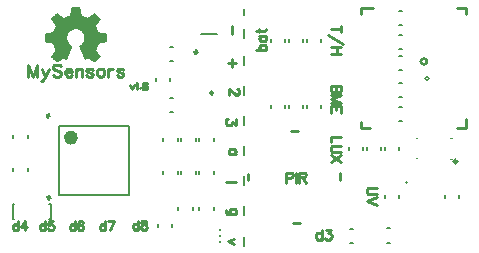
<source format=gto>
G04 Layer: TopSilkLayer*
G04 EasyEDA v5.9.34, Sun, 20 Jan 2019 06:30:26 GMT*
G04 4d0cf0336fcf4326954002bdc8c8e70b*
G04 Gerber Generator version 0.2*
G04 Scale: 100 percent, Rotated: No, Reflected: No *
G04 Dimensions in millimeters *
G04 leading zeros omitted , absolute positions ,3 integer and 3 decimal *
%FSLAX33Y33*%
%MOMM*%
G90*
G71D02*

%ADD10C,0.254000*%
%ADD11C,0.159995*%
%ADD12C,0.160000*%
%ADD17C,0.250012*%
%ADD46C,0.162000*%
%ADD47C,0.152400*%
%ADD48C,0.101600*%
%ADD49C,0.199898*%
%ADD50C,0.248920*%
%ADD51C,0.249936*%
%ADD52C,0.599948*%

%LPD*%
G54D12*
G01X20066Y18542D02*
G01X20066Y17983D01*
G01X20066Y17780D01*
G01X20066Y16256D02*
G01X20066Y15697D01*
G01X20066Y15494D01*
G01X20066Y13716D02*
G01X20066Y13157D01*
G01X20066Y12954D01*
G01X20066Y11176D02*
G01X20066Y10617D01*
G01X20066Y10414D01*
G01X20066Y8636D02*
G01X20066Y8077D01*
G01X20066Y7874D01*
G01X20066Y6096D02*
G01X20066Y5537D01*
G01X20066Y5334D01*
G01X20066Y3556D02*
G01X20066Y2997D01*
G01X20066Y2794D01*
G01X20066Y889D02*
G01X20066Y127D01*
G01X20066Y20193D02*
G01X20066Y19685D01*
G01X18034Y571D02*
G01X18034Y444D01*
G01X18034Y1079D02*
G01X18034Y952D01*
G01X18034Y1587D02*
G01X18034Y1460D01*
G54D46*
G01X32037Y4224D02*
G01X32037Y4475D01*
G01X33235Y4224D02*
G01X33235Y4475D01*
G01X37117Y4224D02*
G01X37117Y4475D01*
G01X38315Y4224D02*
G01X38315Y4475D01*
G01X28989Y8288D02*
G01X28989Y8539D01*
G01X30187Y8288D02*
G01X30187Y8539D01*
G01X32037Y8288D02*
G01X32037Y8539D01*
G01X33235Y8288D02*
G01X33235Y8539D01*
G01X14025Y11449D02*
G01X13774Y11449D01*
G01X14025Y12647D02*
G01X13774Y12647D01*
G01X30513Y8288D02*
G01X30513Y8539D01*
G01X31711Y8288D02*
G01X31711Y8539D01*
G01X12650Y14130D02*
G01X12650Y14381D01*
G01X13849Y14130D02*
G01X13849Y14381D01*
G54D47*
G01X32202Y1615D02*
G01X32453Y1615D01*
G01X32202Y416D02*
G01X32453Y416D01*
G54D46*
G01X14025Y15781D02*
G01X13774Y15781D01*
G01X14025Y16979D02*
G01X13774Y16979D01*
G01X14444Y6443D02*
G01X14444Y6192D01*
G01X13246Y6443D02*
G01X13246Y6192D01*
G01X15968Y6443D02*
G01X15968Y6192D01*
G01X14770Y6443D02*
G01X14770Y6192D01*
G01X17492Y6443D02*
G01X17492Y6192D01*
G01X16294Y6443D02*
G01X16294Y6192D01*
G01X23909Y17432D02*
G01X23909Y17683D01*
G01X25107Y17432D02*
G01X25107Y17683D01*
G01X25433Y17432D02*
G01X25433Y17683D01*
G01X26631Y17432D02*
G01X26631Y17683D01*
G01X22385Y17432D02*
G01X22385Y17683D01*
G01X23583Y17432D02*
G01X23583Y17683D01*
G01X1744Y6697D02*
G01X1744Y6446D01*
G01X546Y6697D02*
G01X546Y6446D01*
G01X1744Y9491D02*
G01X1744Y9240D01*
G01X546Y9491D02*
G01X546Y9240D01*
G01X14444Y9237D02*
G01X14444Y8986D01*
G01X13246Y9237D02*
G01X13246Y8986D01*
G54D48*
G01X37647Y7520D02*
G01X37548Y7520D01*
G01X34597Y9271D02*
G01X34696Y9271D01*
G01X34698Y7569D02*
G01X34599Y7569D01*
G01X37548Y9271D02*
G01X37647Y9271D01*
G54D46*
G01X33425Y16797D02*
G01X33173Y16797D01*
G01X33425Y17995D02*
G01X33173Y17995D01*
G01X33181Y13936D02*
G01X33432Y13936D01*
G01X33181Y12738D02*
G01X33432Y12738D01*
G01X33181Y11904D02*
G01X33432Y11904D01*
G01X33181Y10706D02*
G01X33432Y10706D01*
G54D10*
G01X28218Y6284D02*
G01X28218Y5684D01*
G01X20418Y6184D02*
G01X20418Y5684D01*
G01X24618Y9884D02*
G01X24018Y9884D01*
G01X24818Y2084D02*
G01X24218Y2084D01*
G54D46*
G01X25432Y11844D02*
G01X25431Y12095D01*
G01X26632Y11844D02*
G01X26631Y12095D01*
G01X22384Y11844D02*
G01X22383Y12095D01*
G01X23584Y11844D02*
G01X23583Y12095D01*
G01X23908Y11844D02*
G01X23907Y12095D01*
G01X25108Y11844D02*
G01X25107Y12095D01*
G54D49*
G01X16391Y18037D02*
G01X17791Y18037D01*
G54D46*
G01X29303Y398D02*
G01X29052Y397D01*
G01X29303Y1598D02*
G01X29052Y1597D01*
G54D47*
G01X13953Y1983D02*
G01X13953Y1732D01*
G01X12754Y1983D02*
G01X12754Y1732D01*
G54D46*
G01X17493Y3395D02*
G01X17494Y3144D01*
G01X16293Y3395D02*
G01X16294Y3144D01*
G01X17493Y9237D02*
G01X17494Y8986D01*
G01X16293Y9237D02*
G01X16294Y8986D01*
G54D49*
G01X4422Y10307D02*
G01X10322Y10307D01*
G01X10322Y4406D01*
G01X4422Y4406D01*
G01X4422Y10307D01*
G54D46*
G01X15715Y3395D02*
G01X15716Y3144D01*
G01X14515Y3395D02*
G01X14516Y3144D01*
G54D49*
G01X3599Y3698D02*
G01X3698Y3698D01*
G01X3698Y2397D01*
G01X3599Y2397D01*
G01X599Y3698D02*
G01X500Y3698D01*
G01X500Y2397D01*
G01X599Y2397D01*
G54D10*
G01X29974Y20320D02*
G01X29974Y19812D01*
G01X38102Y10160D02*
G01X38864Y10160D01*
G01X38864Y10922D01*
G01X29974Y10668D02*
G01X29974Y10160D01*
G01X30736Y10160D01*
G01X38102Y20320D02*
G01X38864Y20320D01*
G01X38864Y19812D01*
G01X29974Y20320D02*
G01X29974Y20320D01*
G01X30990Y20320D01*
G54D46*
G01X15969Y9237D02*
G01X15970Y8986D01*
G01X14769Y9237D02*
G01X14770Y8986D01*
G01X33180Y16223D02*
G01X33431Y16224D01*
G01X33180Y15023D02*
G01X33431Y15024D01*
G01X33180Y20033D02*
G01X33431Y20034D01*
G01X33180Y18833D02*
G01X33431Y18834D01*
G54D10*
G01X28323Y18508D02*
G01X27462Y18508D01*
G01X28323Y18795D02*
G01X28323Y18224D01*
G01X28486Y17218D02*
G01X27178Y17952D01*
G01X28323Y16946D02*
G01X27462Y16946D01*
G01X28323Y16375D02*
G01X27462Y16375D01*
G01X27914Y16946D02*
G01X27914Y16375D01*
G01X31338Y5079D02*
G01X30726Y5079D01*
G01X30601Y5039D01*
G01X30520Y4958D01*
G01X30479Y4833D01*
G01X30479Y4752D01*
G01X30520Y4630D01*
G01X30601Y4549D01*
G01X30726Y4508D01*
G01X31338Y4508D01*
G01X31338Y4236D02*
G01X30479Y3909D01*
G01X31338Y3583D02*
G01X30479Y3909D01*
G01X944Y2232D02*
G01X944Y1468D01*
G01X944Y1869D02*
G01X871Y1940D01*
G01X800Y1978D01*
G01X690Y1978D01*
G01X617Y1940D01*
G01X543Y1869D01*
G01X508Y1760D01*
G01X508Y1686D01*
G01X543Y1577D01*
G01X617Y1503D01*
G01X690Y1468D01*
G01X800Y1468D01*
G01X871Y1503D01*
G01X944Y1577D01*
G01X1546Y2232D02*
G01X1183Y1722D01*
G01X1729Y1722D01*
G01X1546Y2232D02*
G01X1546Y1468D01*
G01X1777Y15494D02*
G01X1777Y14444D01*
G01X1777Y15494D02*
G01X2179Y14444D01*
G01X2578Y15494D02*
G01X2179Y14444D01*
G01X2578Y15494D02*
G01X2578Y14444D01*
G01X2959Y15143D02*
G01X3258Y14444D01*
G01X3558Y15143D02*
G01X3258Y14444D01*
G01X3159Y14244D01*
G01X3058Y14145D01*
G01X2959Y14094D01*
G01X2908Y14094D01*
G01X4589Y15344D02*
G01X4488Y15445D01*
G01X4338Y15494D01*
G01X4140Y15494D01*
G01X3987Y15445D01*
G01X3888Y15344D01*
G01X3888Y15245D01*
G01X3939Y15143D01*
G01X3987Y15095D01*
G01X4089Y15044D01*
G01X4389Y14945D01*
G01X4488Y14894D01*
G01X4538Y14843D01*
G01X4589Y14744D01*
G01X4589Y14594D01*
G01X4488Y14495D01*
G01X4338Y14444D01*
G01X4140Y14444D01*
G01X3987Y14495D01*
G01X3888Y14594D01*
G01X4919Y14843D02*
G01X5519Y14843D01*
G01X5519Y14945D01*
G01X5468Y15044D01*
G01X5417Y15095D01*
G01X5318Y15143D01*
G01X5168Y15143D01*
G01X5069Y15095D01*
G01X4968Y14993D01*
G01X4919Y14843D01*
G01X4919Y14744D01*
G01X4968Y14594D01*
G01X5069Y14495D01*
G01X5168Y14444D01*
G01X5318Y14444D01*
G01X5417Y14495D01*
G01X5519Y14594D01*
G01X5849Y15143D02*
G01X5849Y14444D01*
G01X5849Y14945D02*
G01X5999Y15095D01*
G01X6098Y15143D01*
G01X6248Y15143D01*
G01X6349Y15095D01*
G01X6398Y14945D01*
G01X6398Y14444D01*
G01X7279Y14993D02*
G01X7228Y15095D01*
G01X7078Y15143D01*
G01X6929Y15143D01*
G01X6779Y15095D01*
G01X6728Y14993D01*
G01X6779Y14894D01*
G01X6878Y14843D01*
G01X7129Y14795D01*
G01X7228Y14744D01*
G01X7279Y14645D01*
G01X7279Y14594D01*
G01X7228Y14495D01*
G01X7078Y14444D01*
G01X6929Y14444D01*
G01X6779Y14495D01*
G01X6728Y14594D01*
G01X7858Y15143D02*
G01X7759Y15095D01*
G01X7658Y14993D01*
G01X7609Y14843D01*
G01X7609Y14744D01*
G01X7658Y14594D01*
G01X7759Y14495D01*
G01X7858Y14444D01*
G01X8008Y14444D01*
G01X8110Y14495D01*
G01X8209Y14594D01*
G01X8260Y14744D01*
G01X8260Y14843D01*
G01X8209Y14993D01*
G01X8110Y15095D01*
G01X8008Y15143D01*
G01X7858Y15143D01*
G01X8587Y15143D02*
G01X8587Y14444D01*
G01X8587Y14843D02*
G01X8638Y14993D01*
G01X8740Y15095D01*
G01X8839Y15143D01*
G01X8989Y15143D01*
G01X9867Y14993D02*
G01X9819Y15095D01*
G01X9669Y15143D01*
G01X9519Y15143D01*
G01X9370Y15095D01*
G01X9319Y14993D01*
G01X9370Y14894D01*
G01X9469Y14843D01*
G01X9718Y14795D01*
G01X9819Y14744D01*
G01X9867Y14645D01*
G01X9867Y14594D01*
G01X9819Y14495D01*
G01X9669Y14444D01*
G01X9519Y14444D01*
G01X9370Y14495D01*
G01X9319Y14594D01*
G01X10414Y13779D02*
G01X10576Y13395D01*
G01X10741Y13779D02*
G01X10576Y13395D01*
G01X10922Y13860D02*
G01X10975Y13888D01*
G01X11056Y13970D01*
G01X11056Y13395D01*
G01X11264Y13533D02*
G01X11236Y13505D01*
G01X11264Y13479D01*
G01X11292Y13505D01*
G01X11264Y13533D01*
G01X11607Y13970D02*
G01X11526Y13942D01*
G01X11498Y13888D01*
G01X11498Y13832D01*
G01X11526Y13779D01*
G01X11582Y13751D01*
G01X11691Y13723D01*
G01X11772Y13695D01*
G01X11826Y13642D01*
G01X11854Y13589D01*
G01X11854Y13505D01*
G01X11826Y13451D01*
G01X11798Y13423D01*
G01X11717Y13395D01*
G01X11607Y13395D01*
G01X11526Y13423D01*
G01X11498Y13451D01*
G01X11473Y13505D01*
G01X11473Y13589D01*
G01X11498Y13642D01*
G01X11554Y13695D01*
G01X11635Y13723D01*
G01X11744Y13751D01*
G01X11798Y13779D01*
G01X11826Y13832D01*
G01X11826Y13888D01*
G01X11798Y13942D01*
G01X11717Y13970D01*
G01X11607Y13970D01*
G01X3230Y2232D02*
G01X3230Y1468D01*
G01X3230Y1869D02*
G01X3157Y1940D01*
G01X3086Y1978D01*
G01X2976Y1978D01*
G01X2903Y1940D01*
G01X2829Y1869D01*
G01X2794Y1760D01*
G01X2794Y1686D01*
G01X2829Y1577D01*
G01X2903Y1503D01*
G01X2976Y1468D01*
G01X3086Y1468D01*
G01X3157Y1503D01*
G01X3230Y1577D01*
G01X3906Y2232D02*
G01X3543Y2232D01*
G01X3507Y1905D01*
G01X3543Y1940D01*
G01X3652Y1978D01*
G01X3761Y1978D01*
G01X3870Y1940D01*
G01X3942Y1869D01*
G01X3980Y1760D01*
G01X3980Y1686D01*
G01X3942Y1577D01*
G01X3870Y1503D01*
G01X3761Y1468D01*
G01X3652Y1468D01*
G01X3543Y1503D01*
G01X3507Y1541D01*
G01X3469Y1612D01*
G01X5770Y2214D02*
G01X5770Y1450D01*
G01X5770Y1851D02*
G01X5697Y1922D01*
G01X5626Y1960D01*
G01X5516Y1960D01*
G01X5443Y1922D01*
G01X5369Y1851D01*
G01X5334Y1742D01*
G01X5334Y1668D01*
G01X5369Y1559D01*
G01X5443Y1485D01*
G01X5516Y1450D01*
G01X5626Y1450D01*
G01X5697Y1485D01*
G01X5770Y1559D01*
G01X6446Y2105D02*
G01X6410Y2176D01*
G01X6301Y2214D01*
G01X6228Y2214D01*
G01X6118Y2176D01*
G01X6047Y2070D01*
G01X6009Y1887D01*
G01X6009Y1704D01*
G01X6047Y1559D01*
G01X6118Y1485D01*
G01X6228Y1450D01*
G01X6263Y1450D01*
G01X6372Y1485D01*
G01X6446Y1559D01*
G01X6482Y1668D01*
G01X6482Y1704D01*
G01X6446Y1813D01*
G01X6372Y1887D01*
G01X6263Y1922D01*
G01X6228Y1922D01*
G01X6118Y1887D01*
G01X6047Y1813D01*
G01X6009Y1704D01*
G01X8310Y2214D02*
G01X8310Y1450D01*
G01X8310Y1851D02*
G01X8237Y1922D01*
G01X8166Y1960D01*
G01X8056Y1960D01*
G01X7983Y1922D01*
G01X7909Y1851D01*
G01X7874Y1742D01*
G01X7874Y1668D01*
G01X7909Y1559D01*
G01X7983Y1485D01*
G01X8056Y1450D01*
G01X8166Y1450D01*
G01X8237Y1485D01*
G01X8310Y1559D01*
G01X9060Y2214D02*
G01X8696Y1450D01*
G01X8549Y2214D02*
G01X9060Y2214D01*
G01X11104Y2286D02*
G01X11104Y1521D01*
G01X11104Y1922D02*
G01X11031Y1993D01*
G01X10960Y2032D01*
G01X10850Y2032D01*
G01X10777Y1993D01*
G01X10703Y1922D01*
G01X10668Y1813D01*
G01X10668Y1739D01*
G01X10703Y1630D01*
G01X10777Y1557D01*
G01X10850Y1521D01*
G01X10960Y1521D01*
G01X11031Y1557D01*
G01X11104Y1630D01*
G01X11526Y2286D02*
G01X11417Y2247D01*
G01X11381Y2176D01*
G01X11381Y2103D01*
G01X11417Y2032D01*
G01X11490Y1993D01*
G01X11635Y1958D01*
G01X11744Y1922D01*
G01X11816Y1849D01*
G01X11854Y1775D01*
G01X11854Y1666D01*
G01X11816Y1595D01*
G01X11780Y1557D01*
G01X11671Y1521D01*
G01X11526Y1521D01*
G01X11417Y1557D01*
G01X11381Y1595D01*
G01X11343Y1666D01*
G01X11343Y1775D01*
G01X11381Y1849D01*
G01X11452Y1922D01*
G01X11562Y1958D01*
G01X11706Y1993D01*
G01X11780Y2032D01*
G01X11816Y2103D01*
G01X11816Y2176D01*
G01X11780Y2247D01*
G01X11671Y2286D01*
G01X11526Y2286D01*
G01X19255Y762D02*
G01X18681Y515D01*
G01X19255Y271D02*
G01X18681Y515D01*
G01X19403Y2811D02*
G01X18747Y2811D01*
G01X18625Y2852D01*
G01X18582Y2893D01*
G01X18541Y2974D01*
G01X18541Y3096D01*
G01X18582Y3180D01*
G01X19278Y2811D02*
G01X19359Y2893D01*
G01X19403Y2974D01*
G01X19403Y3096D01*
G01X19359Y3180D01*
G01X19278Y3261D01*
G01X19156Y3302D01*
G01X19075Y3302D01*
G01X18950Y3261D01*
G01X18869Y3180D01*
G01X18828Y3096D01*
G01X18828Y2974D01*
G01X18869Y2893D01*
G01X18950Y2811D01*
G01X19400Y5588D02*
G01X18541Y5588D01*
G01X19370Y7891D02*
G01X18795Y7891D01*
G01X19245Y7891D02*
G01X19326Y7973D01*
G01X19370Y8054D01*
G01X19370Y8176D01*
G01X19326Y8260D01*
G01X19245Y8341D01*
G01X19123Y8382D01*
G01X19042Y8382D01*
G01X18917Y8341D01*
G01X18836Y8260D01*
G01X18795Y8176D01*
G01X18795Y8054D01*
G01X18836Y7973D01*
G01X18917Y7891D01*
G01X19400Y10840D02*
G01X19400Y10391D01*
G01X19072Y10634D01*
G01X19072Y10513D01*
G01X19032Y10431D01*
G01X18991Y10391D01*
G01X18869Y10350D01*
G01X18788Y10350D01*
G01X18663Y10391D01*
G01X18582Y10472D01*
G01X18542Y10594D01*
G01X18542Y10716D01*
G01X18582Y10840D01*
G01X18623Y10881D01*
G01X18704Y10922D01*
G01X19451Y13421D02*
G01X19491Y13421D01*
G01X19573Y13380D01*
G01X19613Y13340D01*
G01X19654Y13256D01*
G01X19654Y13093D01*
G01X19613Y13012D01*
G01X19573Y12971D01*
G01X19491Y12931D01*
G01X19410Y12931D01*
G01X19326Y12971D01*
G01X19204Y13053D01*
G01X18795Y13462D01*
G01X18795Y12890D01*
G01X19418Y15633D02*
G01X18681Y15633D01*
G01X19050Y16002D02*
G01X19050Y15265D01*
G01X19050Y18796D02*
G01X19050Y18059D01*
G01X26652Y1524D02*
G01X26652Y665D01*
G01X26652Y1115D02*
G01X26570Y1196D01*
G01X26489Y1239D01*
G01X26367Y1239D01*
G01X26283Y1196D01*
G01X26202Y1115D01*
G01X26162Y993D01*
G01X26162Y911D01*
G01X26202Y787D01*
G01X26283Y706D01*
G01X26367Y665D01*
G01X26489Y665D01*
G01X26570Y706D01*
G01X26652Y787D01*
G01X27005Y1524D02*
G01X27454Y1524D01*
G01X27208Y1196D01*
G01X27332Y1196D01*
G01X27414Y1155D01*
G01X27454Y1115D01*
G01X27495Y993D01*
G01X27495Y911D01*
G01X27454Y787D01*
G01X27373Y706D01*
G01X27249Y665D01*
G01X27127Y665D01*
G01X27005Y706D01*
G01X26964Y746D01*
G01X26924Y828D01*
G01X28290Y13716D02*
G01X27432Y13716D01*
G01X28290Y13716D02*
G01X28290Y13347D01*
G01X28249Y13225D01*
G01X28209Y13185D01*
G01X28128Y13144D01*
G01X28046Y13144D01*
G01X27962Y13185D01*
G01X27922Y13225D01*
G01X27881Y13347D01*
G01X27881Y13716D02*
G01X27881Y13347D01*
G01X27840Y13225D01*
G01X27800Y13185D01*
G01X27719Y13144D01*
G01X27594Y13144D01*
G01X27513Y13185D01*
G01X27472Y13225D01*
G01X27432Y13347D01*
G01X27432Y13716D01*
G01X28290Y12872D02*
G01X27432Y12872D01*
G01X28290Y12872D02*
G01X27432Y12545D01*
G01X28290Y12219D02*
G01X27432Y12545D01*
G01X28290Y12219D02*
G01X27432Y12219D01*
G01X28290Y11948D02*
G01X27432Y11948D01*
G01X28290Y11948D02*
G01X28290Y11417D01*
G01X27881Y11948D02*
G01X27881Y11620D01*
G01X27432Y11948D02*
G01X27432Y11417D01*
G01X28290Y9398D02*
G01X27432Y9398D01*
G01X27432Y9398D02*
G01X27432Y8907D01*
G01X28290Y8636D02*
G01X27678Y8636D01*
G01X27553Y8595D01*
G01X27472Y8514D01*
G01X27432Y8392D01*
G01X27432Y8310D01*
G01X27472Y8186D01*
G01X27553Y8105D01*
G01X27678Y8064D01*
G01X28290Y8064D01*
G01X28290Y7795D02*
G01X27432Y7221D01*
G01X28290Y7221D02*
G01X27432Y7795D01*
G01X23622Y6350D02*
G01X23622Y5491D01*
G01X23622Y6350D02*
G01X23990Y6350D01*
G01X24112Y6309D01*
G01X24152Y6268D01*
G01X24193Y6187D01*
G01X24193Y6065D01*
G01X24152Y5981D01*
G01X24112Y5941D01*
G01X23990Y5900D01*
G01X23622Y5900D01*
G01X24465Y6350D02*
G01X24465Y5491D01*
G01X24734Y6350D02*
G01X24734Y5491D01*
G01X24734Y6350D02*
G01X25102Y6350D01*
G01X25224Y6309D01*
G01X25265Y6268D01*
G01X25308Y6187D01*
G01X25308Y6106D01*
G01X25265Y6022D01*
G01X25224Y5981D01*
G01X25102Y5941D01*
G01X24734Y5941D01*
G01X25021Y5941D02*
G01X25308Y5491D01*
G01X21081Y16692D02*
G01X21940Y16692D01*
G01X21490Y16692D02*
G01X21409Y16774D01*
G01X21366Y16855D01*
G01X21366Y16979D01*
G01X21409Y17061D01*
G01X21490Y17142D01*
G01X21612Y17183D01*
G01X21694Y17183D01*
G01X21818Y17142D01*
G01X21899Y17061D01*
G01X21940Y16979D01*
G01X21940Y16855D01*
G01X21899Y16774D01*
G01X21818Y16692D01*
G01X21366Y17945D02*
G01X21940Y17945D01*
G01X21490Y17945D02*
G01X21409Y17863D01*
G01X21366Y17780D01*
G01X21366Y17658D01*
G01X21409Y17576D01*
G01X21490Y17495D01*
G01X21612Y17454D01*
G01X21694Y17454D01*
G01X21818Y17495D01*
G01X21899Y17576D01*
G01X21940Y17658D01*
G01X21940Y17780D01*
G01X21899Y17863D01*
G01X21818Y17945D01*
G01X21081Y18336D02*
G01X21777Y18336D01*
G01X21899Y18379D01*
G01X21940Y18460D01*
G01X21940Y18542D01*
G01X21366Y18214D02*
G01X21366Y18501D01*
G54D50*
G75*
G01X33782Y5588D02*
G03X33782Y5588I0J0D01*
G01*
G54D51*
G75*
G01X16117Y16537D02*
G03X16086Y16455I-125J0D01*
G01*
G54D52*
G75*
G01X5122Y9307D02*
G03X5141Y9412I300J0D01*
G01*
G54D51*
G75*
G01X3372Y11132D02*
G03X3403Y11214I125J0D01*
G01*
G75*
G01X3556Y4064D02*
G03X3474Y4094I0J125D01*
G01*
G54D17*
G75*
G01X38125Y7287D02*
G03X38125Y7287I-150J0D01*
G01*
G54D10*
G75*
G01X17466Y13086D02*
G03X17466Y13086I-127J0D01*
G01*
G54D11*
G75*
G01X35720Y14330D02*
G03X35720Y14330I-160J0D01*
G01*
G54D10*
G75*
G01X35559Y15748D02*
G03X35559Y15748I-254J0D01*
G01*
G36*
G01X6166Y20372D02*
G01X6175Y20372D01*
G01X6175Y20363D01*
G01X6166Y20363D01*
G01X6166Y20372D01*
G37*
G36*
G01X6148Y20372D02*
G01X6157Y20372D01*
G01X6157Y20363D01*
G01X6148Y20363D01*
G01X6148Y20372D01*
G37*
G36*
G01X6131Y20372D02*
G01X6139Y20372D01*
G01X6139Y20363D01*
G01X6131Y20363D01*
G01X6131Y20372D01*
G37*
G36*
G01X6113Y20372D02*
G01X6122Y20372D01*
G01X6122Y20363D01*
G01X6113Y20363D01*
G01X6113Y20372D01*
G37*
G36*
G01X6095Y20372D02*
G01X6104Y20372D01*
G01X6104Y20363D01*
G01X6095Y20363D01*
G01X6095Y20372D01*
G37*
G36*
G01X6077Y20372D02*
G01X6086Y20372D01*
G01X6086Y20363D01*
G01X6077Y20363D01*
G01X6077Y20372D01*
G37*
G36*
G01X6059Y20372D02*
G01X6068Y20372D01*
G01X6068Y20363D01*
G01X6059Y20363D01*
G01X6059Y20372D01*
G37*
G36*
G01X6042Y20372D02*
G01X6051Y20372D01*
G01X6051Y20363D01*
G01X6042Y20363D01*
G01X6042Y20372D01*
G37*
G36*
G01X6024Y20372D02*
G01X6033Y20372D01*
G01X6033Y20363D01*
G01X6024Y20363D01*
G01X6024Y20372D01*
G37*
G36*
G01X6006Y20372D02*
G01X6015Y20372D01*
G01X6015Y20363D01*
G01X6006Y20363D01*
G01X6006Y20372D01*
G37*
G36*
G01X5988Y20372D02*
G01X5997Y20372D01*
G01X5997Y20363D01*
G01X5988Y20363D01*
G01X5988Y20372D01*
G37*
G36*
G01X5971Y20372D02*
G01X5979Y20372D01*
G01X5979Y20363D01*
G01X5971Y20363D01*
G01X5971Y20372D01*
G37*
G36*
G01X5953Y20372D02*
G01X5962Y20372D01*
G01X5962Y20363D01*
G01X5953Y20363D01*
G01X5953Y20372D01*
G37*
G36*
G01X5935Y20372D02*
G01X5944Y20372D01*
G01X5944Y20363D01*
G01X5935Y20363D01*
G01X5935Y20372D01*
G37*
G36*
G01X5917Y20372D02*
G01X5926Y20372D01*
G01X5926Y20363D01*
G01X5917Y20363D01*
G01X5917Y20372D01*
G37*
G36*
G01X5899Y20372D02*
G01X5908Y20372D01*
G01X5908Y20363D01*
G01X5899Y20363D01*
G01X5899Y20372D01*
G37*
G36*
G01X5882Y20372D02*
G01X5891Y20372D01*
G01X5891Y20363D01*
G01X5882Y20363D01*
G01X5882Y20372D01*
G37*
G36*
G01X5864Y20372D02*
G01X5873Y20372D01*
G01X5873Y20363D01*
G01X5864Y20363D01*
G01X5864Y20372D01*
G37*
G36*
G01X5846Y20372D02*
G01X5855Y20372D01*
G01X5855Y20363D01*
G01X5846Y20363D01*
G01X5846Y20372D01*
G37*
G36*
G01X5828Y20372D02*
G01X5837Y20372D01*
G01X5837Y20363D01*
G01X5828Y20363D01*
G01X5828Y20372D01*
G37*
G36*
G01X5811Y20372D02*
G01X5819Y20372D01*
G01X5819Y20363D01*
G01X5811Y20363D01*
G01X5811Y20372D01*
G37*
G36*
G01X5793Y20372D02*
G01X5802Y20372D01*
G01X5802Y20363D01*
G01X5793Y20363D01*
G01X5793Y20372D01*
G37*
G36*
G01X5775Y20372D02*
G01X5784Y20372D01*
G01X5784Y20363D01*
G01X5775Y20363D01*
G01X5775Y20372D01*
G37*
G36*
G01X5757Y20372D02*
G01X5766Y20372D01*
G01X5766Y20363D01*
G01X5757Y20363D01*
G01X5757Y20372D01*
G37*
G36*
G01X5739Y20372D02*
G01X5748Y20372D01*
G01X5748Y20363D01*
G01X5739Y20363D01*
G01X5739Y20372D01*
G37*
G36*
G01X5722Y20372D02*
G01X5731Y20372D01*
G01X5731Y20363D01*
G01X5722Y20363D01*
G01X5722Y20372D01*
G37*
G36*
G01X5704Y20372D02*
G01X5713Y20372D01*
G01X5713Y20363D01*
G01X5704Y20363D01*
G01X5704Y20372D01*
G37*
G36*
G01X5686Y20372D02*
G01X5695Y20372D01*
G01X5695Y20363D01*
G01X5686Y20363D01*
G01X5686Y20372D01*
G37*
G36*
G01X5668Y20372D02*
G01X5677Y20372D01*
G01X5677Y20363D01*
G01X5668Y20363D01*
G01X5668Y20372D01*
G37*
G36*
G01X5650Y20372D02*
G01X5659Y20372D01*
G01X5659Y20363D01*
G01X5650Y20363D01*
G01X5650Y20372D01*
G37*
G36*
G01X5633Y20372D02*
G01X5642Y20372D01*
G01X5642Y20363D01*
G01X5633Y20363D01*
G01X5633Y20372D01*
G37*
G36*
G01X5615Y20372D02*
G01X5624Y20372D01*
G01X5624Y20363D01*
G01X5615Y20363D01*
G01X5615Y20372D01*
G37*
G36*
G01X5597Y20372D02*
G01X5606Y20372D01*
G01X5606Y20363D01*
G01X5597Y20363D01*
G01X5597Y20372D01*
G37*
G36*
G01X5579Y20372D02*
G01X5588Y20372D01*
G01X5588Y20363D01*
G01X5579Y20363D01*
G01X5579Y20372D01*
G37*
G36*
G01X5562Y20372D02*
G01X5570Y20372D01*
G01X5570Y20363D01*
G01X5562Y20363D01*
G01X5562Y20372D01*
G37*
G36*
G01X5544Y20372D02*
G01X5553Y20372D01*
G01X5553Y20363D01*
G01X5544Y20363D01*
G01X5544Y20372D01*
G37*
G36*
G01X5526Y20372D02*
G01X5535Y20372D01*
G01X5535Y20363D01*
G01X5526Y20363D01*
G01X5526Y20372D01*
G37*
G36*
G01X5508Y20372D02*
G01X5517Y20372D01*
G01X5517Y20363D01*
G01X5508Y20363D01*
G01X5508Y20372D01*
G37*
G36*
G01X5490Y20363D02*
G01X6184Y20363D01*
G01X6184Y20354D01*
G01X5490Y20354D01*
G01X5490Y20363D01*
G37*
G36*
G01X5473Y20354D02*
G01X6202Y20354D01*
G01X6202Y20345D01*
G01X5473Y20345D01*
G01X5473Y20354D01*
G37*
G36*
G01X5473Y20345D02*
G01X6202Y20345D01*
G01X6202Y20336D01*
G01X5473Y20336D01*
G01X5473Y20345D01*
G37*
G36*
G01X5473Y20336D02*
G01X6211Y20336D01*
G01X6211Y20327D01*
G01X5473Y20327D01*
G01X5473Y20336D01*
G37*
G36*
G01X5473Y20327D02*
G01X6202Y20327D01*
G01X6202Y20318D01*
G01X5473Y20318D01*
G01X5473Y20327D01*
G37*
G36*
G01X5473Y20318D02*
G01X6211Y20318D01*
G01X6211Y20309D01*
G01X5473Y20309D01*
G01X5473Y20318D01*
G37*
G36*
G01X5464Y20309D02*
G01X6211Y20309D01*
G01X6211Y20300D01*
G01X5464Y20300D01*
G01X5464Y20309D01*
G37*
G36*
G01X5464Y20300D02*
G01X6211Y20300D01*
G01X6211Y20292D01*
G01X5464Y20292D01*
G01X5464Y20300D01*
G37*
G36*
G01X5464Y20292D02*
G01X6219Y20292D01*
G01X6219Y20283D01*
G01X5464Y20283D01*
G01X5464Y20292D01*
G37*
G36*
G01X5455Y20283D02*
G01X6219Y20283D01*
G01X6219Y20274D01*
G01X5455Y20274D01*
G01X5455Y20283D01*
G37*
G36*
G01X5464Y20274D02*
G01X6219Y20274D01*
G01X6219Y20265D01*
G01X5464Y20265D01*
G01X5464Y20274D01*
G37*
G36*
G01X5455Y20265D02*
G01X6228Y20265D01*
G01X6228Y20256D01*
G01X5455Y20256D01*
G01X5455Y20265D01*
G37*
G36*
G01X5464Y20256D02*
G01X6219Y20256D01*
G01X6219Y20247D01*
G01X5464Y20247D01*
G01X5464Y20256D01*
G37*
G36*
G01X5455Y20247D02*
G01X6228Y20247D01*
G01X6228Y20238D01*
G01X5455Y20238D01*
G01X5455Y20247D01*
G37*
G36*
G01X5455Y20238D02*
G01X6219Y20238D01*
G01X6219Y20229D01*
G01X5455Y20229D01*
G01X5455Y20238D01*
G37*
G36*
G01X5455Y20229D02*
G01X6228Y20229D01*
G01X6228Y20220D01*
G01X5455Y20220D01*
G01X5455Y20229D01*
G37*
G36*
G01X5446Y20220D02*
G01X6228Y20220D01*
G01X6228Y20212D01*
G01X5446Y20212D01*
G01X5446Y20220D01*
G37*
G36*
G01X5446Y20212D02*
G01X6228Y20212D01*
G01X6228Y20203D01*
G01X5446Y20203D01*
G01X5446Y20212D01*
G37*
G36*
G01X5446Y20203D02*
G01X6237Y20203D01*
G01X6237Y20194D01*
G01X5446Y20194D01*
G01X5446Y20203D01*
G37*
G36*
G01X5437Y20194D02*
G01X6237Y20194D01*
G01X6237Y20185D01*
G01X5437Y20185D01*
G01X5437Y20194D01*
G37*
G36*
G01X5446Y20185D02*
G01X6237Y20185D01*
G01X6237Y20176D01*
G01X5446Y20176D01*
G01X5446Y20185D01*
G37*
G36*
G01X5437Y20176D02*
G01X6237Y20176D01*
G01X6237Y20167D01*
G01X5437Y20167D01*
G01X5437Y20176D01*
G37*
G36*
G01X5446Y20167D02*
G01X6237Y20167D01*
G01X6237Y20158D01*
G01X5446Y20158D01*
G01X5446Y20167D01*
G37*
G36*
G01X5437Y20158D02*
G01X6246Y20158D01*
G01X6246Y20149D01*
G01X5437Y20149D01*
G01X5437Y20158D01*
G37*
G36*
G01X5437Y20149D02*
G01X6237Y20149D01*
G01X6237Y20140D01*
G01X5437Y20140D01*
G01X5437Y20149D01*
G37*
G36*
G01X5437Y20140D02*
G01X6246Y20140D01*
G01X6246Y20132D01*
G01X5437Y20132D01*
G01X5437Y20140D01*
G37*
G36*
G01X5428Y20132D02*
G01X6246Y20132D01*
G01X6246Y20123D01*
G01X5428Y20123D01*
G01X5428Y20132D01*
G37*
G36*
G01X5428Y20123D02*
G01X6246Y20123D01*
G01X6246Y20114D01*
G01X5428Y20114D01*
G01X5428Y20123D01*
G37*
G36*
G01X5428Y20114D02*
G01X6246Y20114D01*
G01X6246Y20105D01*
G01X5428Y20105D01*
G01X5428Y20114D01*
G37*
G36*
G01X5428Y20105D02*
G01X6246Y20105D01*
G01X6246Y20096D01*
G01X5428Y20096D01*
G01X5428Y20105D01*
G37*
G36*
G01X5428Y20096D02*
G01X6255Y20096D01*
G01X6255Y20087D01*
G01X5428Y20087D01*
G01X5428Y20096D01*
G37*
G36*
G01X5419Y20087D02*
G01X6255Y20087D01*
G01X6255Y20078D01*
G01X5419Y20078D01*
G01X5419Y20087D01*
G37*
G36*
G01X5428Y20078D02*
G01X6255Y20078D01*
G01X6255Y20069D01*
G01X5428Y20069D01*
G01X5428Y20078D01*
G37*
G36*
G01X5419Y20069D02*
G01X6264Y20069D01*
G01X6264Y20060D01*
G01X5419Y20060D01*
G01X5419Y20069D01*
G37*
G36*
G01X5419Y20060D02*
G01X6255Y20060D01*
G01X6255Y20052D01*
G01X5419Y20052D01*
G01X5419Y20060D01*
G37*
G36*
G01X5419Y20052D02*
G01X6264Y20052D01*
G01X6264Y20043D01*
G01X5419Y20043D01*
G01X5419Y20052D01*
G37*
G36*
G01X5410Y20043D02*
G01X6255Y20043D01*
G01X6255Y20034D01*
G01X5410Y20034D01*
G01X5410Y20043D01*
G37*
G36*
G01X5419Y20034D02*
G01X6264Y20034D01*
G01X6264Y20025D01*
G01X5419Y20025D01*
G01X5419Y20034D01*
G37*
G36*
G01X5410Y20025D02*
G01X6264Y20025D01*
G01X6264Y20016D01*
G01X5410Y20016D01*
G01X5410Y20025D01*
G37*
G36*
G01X5410Y20016D02*
G01X6264Y20016D01*
G01X6264Y20007D01*
G01X5410Y20007D01*
G01X5410Y20016D01*
G37*
G36*
G01X5410Y20007D02*
G01X6273Y20007D01*
G01X6273Y19998D01*
G01X5410Y19998D01*
G01X5410Y20007D01*
G37*
G36*
G01X5402Y19998D02*
G01X6264Y19998D01*
G01X6264Y19989D01*
G01X5402Y19989D01*
G01X5402Y19998D01*
G37*
G36*
G01X5410Y19989D02*
G01X6273Y19989D01*
G01X6273Y19980D01*
G01X5410Y19980D01*
G01X5410Y19989D01*
G37*
G36*
G01X5402Y19980D02*
G01X6273Y19980D01*
G01X6273Y19972D01*
G01X5402Y19972D01*
G01X5402Y19980D01*
G37*
G36*
G01X5402Y19972D02*
G01X6273Y19972D01*
G01X6273Y19963D01*
G01X5402Y19963D01*
G01X5402Y19972D01*
G37*
G36*
G01X5402Y19963D02*
G01X6282Y19963D01*
G01X6282Y19954D01*
G01X5402Y19954D01*
G01X5402Y19963D01*
G37*
G36*
G01X5402Y19954D02*
G01X6273Y19954D01*
G01X6273Y19945D01*
G01X5402Y19945D01*
G01X5402Y19954D01*
G37*
G36*
G01X5402Y19945D02*
G01X6282Y19945D01*
G01X6282Y19936D01*
G01X5402Y19936D01*
G01X5402Y19945D01*
G37*
G36*
G01X5393Y19936D02*
G01X6282Y19936D01*
G01X6282Y19927D01*
G01X5393Y19927D01*
G01X5393Y19936D01*
G37*
G36*
G01X5393Y19927D02*
G01X6282Y19927D01*
G01X6282Y19918D01*
G01X5393Y19918D01*
G01X5393Y19927D01*
G37*
G36*
G01X5393Y19918D02*
G01X6282Y19918D01*
G01X6282Y19909D01*
G01X5393Y19909D01*
G01X5393Y19918D01*
G37*
G36*
G01X5384Y19909D02*
G01X6282Y19909D01*
G01X6282Y19900D01*
G01X5384Y19900D01*
G01X5384Y19909D01*
G37*
G36*
G01X5393Y19900D02*
G01X6291Y19900D01*
G01X6291Y19892D01*
G01X5393Y19892D01*
G01X5393Y19900D01*
G37*
G36*
G01X5384Y19892D02*
G01X6291Y19892D01*
G01X6291Y19883D01*
G01X5384Y19883D01*
G01X5384Y19892D01*
G37*
G36*
G01X5393Y19883D02*
G01X6291Y19883D01*
G01X6291Y19874D01*
G01X5393Y19874D01*
G01X5393Y19883D01*
G37*
G36*
G01X5384Y19874D02*
G01X6299Y19874D01*
G01X6299Y19865D01*
G01X5384Y19865D01*
G01X5384Y19874D01*
G37*
G36*
G01X5384Y19865D02*
G01X6291Y19865D01*
G01X6291Y19856D01*
G01X5384Y19856D01*
G01X5384Y19865D01*
G37*
G36*
G01X5384Y19856D02*
G01X6299Y19856D01*
G01X6299Y19847D01*
G01X5384Y19847D01*
G01X5384Y19856D01*
G37*
G36*
G01X5375Y19847D02*
G01X6291Y19847D01*
G01X6291Y19838D01*
G01X5375Y19838D01*
G01X5375Y19847D01*
G37*
G36*
G01X7411Y19838D02*
G01X7455Y19838D01*
G01X7455Y19829D01*
G01X7411Y19829D01*
G01X7411Y19838D01*
G37*
G36*
G01X5375Y19838D02*
G01X6299Y19838D01*
G01X6299Y19829D01*
G01X5375Y19829D01*
G01X5375Y19838D01*
G37*
G36*
G01X4210Y19838D02*
G01X4273Y19838D01*
G01X4273Y19829D01*
G01X4210Y19829D01*
G01X4210Y19838D01*
G37*
G36*
G01X7402Y19829D02*
G01X7464Y19829D01*
G01X7464Y19820D01*
G01X7402Y19820D01*
G01X7402Y19829D01*
G37*
G36*
G01X5375Y19829D02*
G01X6299Y19829D01*
G01X6299Y19820D01*
G01X5375Y19820D01*
G01X5375Y19829D01*
G37*
G36*
G01X4219Y19829D02*
G01X4281Y19829D01*
G01X4281Y19820D01*
G01X4219Y19820D01*
G01X4219Y19829D01*
G37*
G36*
G01X7393Y19820D02*
G01X7473Y19820D01*
G01X7473Y19812D01*
G01X7393Y19812D01*
G01X7393Y19820D01*
G37*
G36*
G01X5375Y19820D02*
G01X6299Y19820D01*
G01X6299Y19812D01*
G01X5375Y19812D01*
G01X5375Y19820D01*
G37*
G36*
G01X4201Y19820D02*
G01X4290Y19820D01*
G01X4290Y19812D01*
G01X4201Y19812D01*
G01X4201Y19820D01*
G37*
G36*
G01X7375Y19812D02*
G01X7482Y19812D01*
G01X7482Y19803D01*
G01X7375Y19803D01*
G01X7375Y19812D01*
G37*
G36*
G01X5375Y19812D02*
G01X6308Y19812D01*
G01X6308Y19803D01*
G01X5375Y19803D01*
G01X5375Y19812D01*
G37*
G36*
G01X4201Y19812D02*
G01X4299Y19812D01*
G01X4299Y19803D01*
G01X4201Y19803D01*
G01X4201Y19812D01*
G37*
G36*
G01X7357Y19803D02*
G01X7491Y19803D01*
G01X7491Y19794D01*
G01X7357Y19794D01*
G01X7357Y19803D01*
G37*
G36*
G01X5366Y19803D02*
G01X6308Y19803D01*
G01X6308Y19794D01*
G01X5366Y19794D01*
G01X5366Y19803D01*
G37*
G36*
G01X4184Y19803D02*
G01X4326Y19803D01*
G01X4326Y19794D01*
G01X4184Y19794D01*
G01X4184Y19803D01*
G37*
G36*
G01X7348Y19794D02*
G01X7500Y19794D01*
G01X7500Y19785D01*
G01X7348Y19785D01*
G01X7348Y19794D01*
G37*
G36*
G01X5375Y19794D02*
G01X6308Y19794D01*
G01X6308Y19785D01*
G01X5375Y19785D01*
G01X5375Y19794D01*
G37*
G36*
G01X4184Y19794D02*
G01X4335Y19794D01*
G01X4335Y19785D01*
G01X4184Y19785D01*
G01X4184Y19794D01*
G37*
G36*
G01X7340Y19785D02*
G01X7509Y19785D01*
G01X7509Y19776D01*
G01X7340Y19776D01*
G01X7340Y19785D01*
G37*
G36*
G01X5366Y19785D02*
G01X6308Y19785D01*
G01X6308Y19776D01*
G01X5366Y19776D01*
G01X5366Y19785D01*
G37*
G36*
G01X4166Y19785D02*
G01X4344Y19785D01*
G01X4344Y19776D01*
G01X4166Y19776D01*
G01X4166Y19785D01*
G37*
G36*
G01X7322Y19776D02*
G01X7517Y19776D01*
G01X7517Y19767D01*
G01X7322Y19767D01*
G01X7322Y19776D01*
G37*
G36*
G01X5366Y19776D02*
G01X6308Y19776D01*
G01X6308Y19767D01*
G01X5366Y19767D01*
G01X5366Y19776D01*
G37*
G36*
G01X4157Y19776D02*
G01X4353Y19776D01*
G01X4353Y19767D01*
G01X4157Y19767D01*
G01X4157Y19776D01*
G37*
G36*
G01X7304Y19767D02*
G01X7526Y19767D01*
G01X7526Y19758D01*
G01X7304Y19758D01*
G01X7304Y19767D01*
G37*
G36*
G01X5366Y19767D02*
G01X6317Y19767D01*
G01X6317Y19758D01*
G01X5366Y19758D01*
G01X5366Y19767D01*
G37*
G36*
G01X4139Y19767D02*
G01X4370Y19767D01*
G01X4370Y19758D01*
G01X4139Y19758D01*
G01X4139Y19767D01*
G37*
G36*
G01X7295Y19758D02*
G01X7535Y19758D01*
G01X7535Y19749D01*
G01X7295Y19749D01*
G01X7295Y19758D01*
G37*
G36*
G01X5366Y19758D02*
G01X6308Y19758D01*
G01X6308Y19749D01*
G01X5366Y19749D01*
G01X5366Y19758D01*
G37*
G36*
G01X4148Y19758D02*
G01X4379Y19758D01*
G01X4379Y19749D01*
G01X4148Y19749D01*
G01X4148Y19758D01*
G37*
G36*
G01X7286Y19749D02*
G01X7544Y19749D01*
G01X7544Y19740D01*
G01X7286Y19740D01*
G01X7286Y19749D01*
G37*
G36*
G01X5366Y19749D02*
G01X6317Y19749D01*
G01X6317Y19740D01*
G01X5366Y19740D01*
G01X5366Y19749D01*
G37*
G36*
G01X4130Y19749D02*
G01X4397Y19749D01*
G01X4397Y19740D01*
G01X4130Y19740D01*
G01X4130Y19749D01*
G37*
G36*
G01X7277Y19740D02*
G01X7553Y19740D01*
G01X7553Y19731D01*
G01X7277Y19731D01*
G01X7277Y19740D01*
G37*
G36*
G01X5357Y19740D02*
G01X6317Y19740D01*
G01X6317Y19731D01*
G01X5357Y19731D01*
G01X5357Y19740D01*
G37*
G36*
G01X4130Y19740D02*
G01X4406Y19740D01*
G01X4406Y19731D01*
G01X4130Y19731D01*
G01X4130Y19740D01*
G37*
G36*
G01X7251Y19731D02*
G01X7562Y19731D01*
G01X7562Y19723D01*
G01X7251Y19723D01*
G01X7251Y19731D01*
G37*
G36*
G01X5357Y19731D02*
G01X6317Y19731D01*
G01X6317Y19723D01*
G01X5357Y19723D01*
G01X5357Y19731D01*
G37*
G36*
G01X4113Y19731D02*
G01X4415Y19731D01*
G01X4415Y19723D01*
G01X4113Y19723D01*
G01X4113Y19731D01*
G37*
G36*
G01X7242Y19723D02*
G01X7571Y19723D01*
G01X7571Y19714D01*
G01X7242Y19714D01*
G01X7242Y19723D01*
G37*
G36*
G01X5357Y19723D02*
G01X6317Y19723D01*
G01X6317Y19714D01*
G01X5357Y19714D01*
G01X5357Y19723D01*
G37*
G36*
G01X4113Y19723D02*
G01X4433Y19723D01*
G01X4433Y19714D01*
G01X4113Y19714D01*
G01X4113Y19723D01*
G37*
G36*
G01X7233Y19714D02*
G01X7580Y19714D01*
G01X7580Y19705D01*
G01X7233Y19705D01*
G01X7233Y19714D01*
G37*
G36*
G01X5348Y19714D02*
G01X6317Y19714D01*
G01X6317Y19705D01*
G01X5348Y19705D01*
G01X5348Y19714D01*
G37*
G36*
G01X4095Y19714D02*
G01X4450Y19714D01*
G01X4450Y19705D01*
G01X4095Y19705D01*
G01X4095Y19714D01*
G37*
G36*
G01X7224Y19705D02*
G01X7589Y19705D01*
G01X7589Y19696D01*
G01X7224Y19696D01*
G01X7224Y19705D01*
G37*
G36*
G01X5357Y19705D02*
G01X6326Y19705D01*
G01X6326Y19696D01*
G01X5357Y19696D01*
G01X5357Y19705D01*
G37*
G36*
G01X4086Y19705D02*
G01X4459Y19705D01*
G01X4459Y19696D01*
G01X4086Y19696D01*
G01X4086Y19705D01*
G37*
G36*
G01X7197Y19696D02*
G01X7597Y19696D01*
G01X7597Y19687D01*
G01X7197Y19687D01*
G01X7197Y19696D01*
G37*
G36*
G01X5348Y19696D02*
G01X6326Y19696D01*
G01X6326Y19687D01*
G01X5348Y19687D01*
G01X5348Y19696D01*
G37*
G36*
G01X4068Y19696D02*
G01X4468Y19696D01*
G01X4468Y19687D01*
G01X4068Y19687D01*
G01X4068Y19696D01*
G37*
G36*
G01X7188Y19687D02*
G01X7606Y19687D01*
G01X7606Y19678D01*
G01X7188Y19678D01*
G01X7188Y19687D01*
G37*
G36*
G01X5357Y19687D02*
G01X6326Y19687D01*
G01X6326Y19678D01*
G01X5357Y19678D01*
G01X5357Y19687D01*
G37*
G36*
G01X4077Y19687D02*
G01X4477Y19687D01*
G01X4477Y19678D01*
G01X4077Y19678D01*
G01X4077Y19687D01*
G37*
G36*
G01X7180Y19678D02*
G01X7615Y19678D01*
G01X7615Y19669D01*
G01X7180Y19669D01*
G01X7180Y19678D01*
G37*
G36*
G01X5348Y19678D02*
G01X6335Y19678D01*
G01X6335Y19669D01*
G01X5348Y19669D01*
G01X5348Y19678D01*
G37*
G36*
G01X4059Y19678D02*
G01X4504Y19678D01*
G01X4504Y19669D01*
G01X4059Y19669D01*
G01X4059Y19678D01*
G37*
G36*
G01X7171Y19669D02*
G01X7624Y19669D01*
G01X7624Y19660D01*
G01X7171Y19660D01*
G01X7171Y19669D01*
G37*
G36*
G01X5348Y19669D02*
G01X6326Y19669D01*
G01X6326Y19660D01*
G01X5348Y19660D01*
G01X5348Y19669D01*
G37*
G36*
G01X4059Y19669D02*
G01X4513Y19669D01*
G01X4513Y19660D01*
G01X4059Y19660D01*
G01X4059Y19669D01*
G37*
G36*
G01X7144Y19660D02*
G01X7633Y19660D01*
G01X7633Y19651D01*
G01X7144Y19651D01*
G01X7144Y19660D01*
G37*
G36*
G01X5348Y19660D02*
G01X6335Y19660D01*
G01X6335Y19651D01*
G01X5348Y19651D01*
G01X5348Y19660D01*
G37*
G36*
G01X4041Y19660D02*
G01X4521Y19660D01*
G01X4521Y19651D01*
G01X4041Y19651D01*
G01X4041Y19660D01*
G37*
G36*
G01X7153Y19651D02*
G01X7642Y19651D01*
G01X7642Y19643D01*
G01X7153Y19643D01*
G01X7153Y19651D01*
G37*
G36*
G01X5339Y19651D02*
G01X6344Y19651D01*
G01X6344Y19643D01*
G01X5339Y19643D01*
G01X5339Y19651D01*
G37*
G36*
G01X4041Y19651D02*
G01X4530Y19651D01*
G01X4530Y19643D01*
G01X4041Y19643D01*
G01X4041Y19651D01*
G37*
G36*
G01X7126Y19643D02*
G01X7651Y19643D01*
G01X7651Y19634D01*
G01X7126Y19634D01*
G01X7126Y19643D01*
G37*
G36*
G01X5330Y19643D02*
G01X6353Y19643D01*
G01X6353Y19634D01*
G01X5330Y19634D01*
G01X5330Y19643D01*
G37*
G36*
G01X4024Y19643D02*
G01X4557Y19643D01*
G01X4557Y19634D01*
G01X4024Y19634D01*
G01X4024Y19643D01*
G37*
G36*
G01X7117Y19634D02*
G01X7660Y19634D01*
G01X7660Y19625D01*
G01X7117Y19625D01*
G01X7117Y19634D01*
G37*
G36*
G01X5322Y19634D02*
G01X6362Y19634D01*
G01X6362Y19625D01*
G01X5322Y19625D01*
G01X5322Y19634D01*
G37*
G36*
G01X5304Y19634D02*
G01X5313Y19634D01*
G01X5313Y19625D01*
G01X5304Y19625D01*
G01X5304Y19634D01*
G37*
G36*
G01X4015Y19634D02*
G01X4566Y19634D01*
G01X4566Y19625D01*
G01X4015Y19625D01*
G01X4015Y19634D01*
G37*
G36*
G01X7108Y19625D02*
G01X7669Y19625D01*
G01X7669Y19616D01*
G01X7108Y19616D01*
G01X7108Y19625D01*
G37*
G36*
G01X7091Y19625D02*
G01X7100Y19625D01*
G01X7100Y19616D01*
G01X7091Y19616D01*
G01X7091Y19625D01*
G37*
G36*
G01X5295Y19625D02*
G01X6388Y19625D01*
G01X6388Y19616D01*
G01X5295Y19616D01*
G01X5295Y19625D01*
G37*
G36*
G01X5277Y19625D02*
G01X5286Y19625D01*
G01X5286Y19616D01*
G01X5277Y19616D01*
G01X5277Y19625D01*
G37*
G36*
G01X3997Y19625D02*
G01X4575Y19625D01*
G01X4575Y19616D01*
G01X3997Y19616D01*
G01X3997Y19625D01*
G37*
G36*
G01X7100Y19616D02*
G01X7677Y19616D01*
G01X7677Y19607D01*
G01X7100Y19607D01*
G01X7100Y19616D01*
G37*
G36*
G01X5268Y19616D02*
G01X6415Y19616D01*
G01X6415Y19607D01*
G01X5268Y19607D01*
G01X5268Y19616D01*
G37*
G36*
G01X4006Y19616D02*
G01X4584Y19616D01*
G01X4584Y19607D01*
G01X4006Y19607D01*
G01X4006Y19616D01*
G37*
G36*
G01X7073Y19607D02*
G01X7686Y19607D01*
G01X7686Y19598D01*
G01X7073Y19598D01*
G01X7073Y19607D01*
G37*
G36*
G01X5242Y19607D02*
G01X6442Y19607D01*
G01X6442Y19598D01*
G01X5242Y19598D01*
G01X5242Y19607D01*
G37*
G36*
G01X3988Y19607D02*
G01X4610Y19607D01*
G01X4610Y19598D01*
G01X3988Y19598D01*
G01X3988Y19607D01*
G37*
G36*
G01X7064Y19598D02*
G01X7695Y19598D01*
G01X7695Y19589D01*
G01X7064Y19589D01*
G01X7064Y19598D01*
G37*
G36*
G01X5233Y19598D02*
G01X6451Y19598D01*
G01X6451Y19589D01*
G01X5233Y19589D01*
G01X5233Y19598D01*
G37*
G36*
G01X5215Y19598D02*
G01X5224Y19598D01*
G01X5224Y19589D01*
G01X5215Y19589D01*
G01X5215Y19598D01*
G37*
G36*
G01X3988Y19598D02*
G01X4619Y19598D01*
G01X4619Y19589D01*
G01X3988Y19589D01*
G01X3988Y19598D01*
G37*
G36*
G01X7055Y19589D02*
G01X7704Y19589D01*
G01X7704Y19580D01*
G01X7055Y19580D01*
G01X7055Y19589D01*
G37*
G36*
G01X5206Y19589D02*
G01X6477Y19589D01*
G01X6477Y19580D01*
G01X5206Y19580D01*
G01X5206Y19589D01*
G37*
G36*
G01X5188Y19589D02*
G01X5197Y19589D01*
G01X5197Y19580D01*
G01X5188Y19580D01*
G01X5188Y19589D01*
G37*
G36*
G01X3970Y19589D02*
G01X4628Y19589D01*
G01X4628Y19580D01*
G01X3970Y19580D01*
G01X3970Y19589D01*
G37*
G36*
G01X7046Y19580D02*
G01X7713Y19580D01*
G01X7713Y19571D01*
G01X7046Y19571D01*
G01X7046Y19580D01*
G37*
G36*
G01X5179Y19580D02*
G01X6504Y19580D01*
G01X6504Y19571D01*
G01X5179Y19571D01*
G01X5179Y19580D01*
G37*
G36*
G01X3970Y19580D02*
G01X4637Y19580D01*
G01X4637Y19571D01*
G01X3970Y19571D01*
G01X3970Y19580D01*
G37*
G36*
G01X7020Y19571D02*
G01X7722Y19571D01*
G01X7722Y19563D01*
G01X7020Y19563D01*
G01X7020Y19571D01*
G37*
G36*
G01X6522Y19571D02*
G01X6531Y19571D01*
G01X6531Y19563D01*
G01X6522Y19563D01*
G01X6522Y19571D01*
G37*
G36*
G01X5153Y19571D02*
G01X6513Y19571D01*
G01X6513Y19563D01*
G01X5153Y19563D01*
G01X5153Y19571D01*
G37*
G36*
G01X3953Y19571D02*
G01X4655Y19571D01*
G01X4655Y19563D01*
G01X3953Y19563D01*
G01X3953Y19571D01*
G37*
G36*
G01X7011Y19563D02*
G01X7731Y19563D01*
G01X7731Y19554D01*
G01X7011Y19554D01*
G01X7011Y19563D01*
G37*
G36*
G01X5144Y19563D02*
G01X6539Y19563D01*
G01X6539Y19554D01*
G01X5144Y19554D01*
G01X5144Y19563D01*
G37*
G36*
G01X5126Y19563D02*
G01X5135Y19563D01*
G01X5135Y19554D01*
G01X5126Y19554D01*
G01X5126Y19563D01*
G37*
G36*
G01X3944Y19563D02*
G01X4673Y19563D01*
G01X4673Y19554D01*
G01X3944Y19554D01*
G01X3944Y19563D01*
G37*
G36*
G01X7002Y19554D02*
G01X7740Y19554D01*
G01X7740Y19545D01*
G01X7002Y19545D01*
G01X7002Y19554D01*
G37*
G36*
G01X5117Y19554D02*
G01X6566Y19554D01*
G01X6566Y19545D01*
G01X5117Y19545D01*
G01X5117Y19554D01*
G37*
G36*
G01X5099Y19554D02*
G01X5108Y19554D01*
G01X5108Y19545D01*
G01X5099Y19545D01*
G01X5099Y19554D01*
G37*
G36*
G01X3926Y19554D02*
G01X4681Y19554D01*
G01X4681Y19545D01*
G01X3926Y19545D01*
G01X3926Y19554D01*
G37*
G36*
G01X6993Y19545D02*
G01X7749Y19545D01*
G01X7749Y19536D01*
G01X6993Y19536D01*
G01X6993Y19545D01*
G37*
G36*
G01X5090Y19545D02*
G01X6593Y19545D01*
G01X6593Y19536D01*
G01X5090Y19536D01*
G01X5090Y19545D01*
G37*
G36*
G01X3935Y19545D02*
G01X4690Y19545D01*
G01X4690Y19536D01*
G01X3935Y19536D01*
G01X3935Y19545D01*
G37*
G36*
G01X6966Y19536D02*
G01X7757Y19536D01*
G01X7757Y19527D01*
G01X6966Y19527D01*
G01X6966Y19536D01*
G37*
G36*
G01X6611Y19536D02*
G01X6620Y19536D01*
G01X6620Y19527D01*
G01X6611Y19527D01*
G01X6611Y19536D01*
G37*
G36*
G01X5064Y19536D02*
G01X6602Y19536D01*
G01X6602Y19527D01*
G01X5064Y19527D01*
G01X5064Y19536D01*
G37*
G36*
G01X3917Y19536D02*
G01X4699Y19536D01*
G01X4699Y19527D01*
G01X3917Y19527D01*
G01X3917Y19536D01*
G37*
G36*
G01X6957Y19527D02*
G01X7766Y19527D01*
G01X7766Y19518D01*
G01X6957Y19518D01*
G01X6957Y19527D01*
G37*
G36*
G01X5055Y19527D02*
G01X6628Y19527D01*
G01X6628Y19518D01*
G01X5055Y19518D01*
G01X5055Y19527D01*
G37*
G36*
G01X3917Y19527D02*
G01X4717Y19527D01*
G01X4717Y19518D01*
G01X3917Y19518D01*
G01X3917Y19527D01*
G37*
G36*
G01X6948Y19518D02*
G01X7775Y19518D01*
G01X7775Y19509D01*
G01X6948Y19509D01*
G01X6948Y19518D01*
G37*
G36*
G01X5028Y19518D02*
G01X6655Y19518D01*
G01X6655Y19509D01*
G01X5028Y19509D01*
G01X5028Y19518D01*
G37*
G36*
G01X5010Y19518D02*
G01X5019Y19518D01*
G01X5019Y19509D01*
G01X5010Y19509D01*
G01X5010Y19518D01*
G37*
G36*
G01X3899Y19518D02*
G01X4735Y19518D01*
G01X4735Y19509D01*
G01X3899Y19509D01*
G01X3899Y19518D01*
G37*
G36*
G01X6940Y19509D02*
G01X7784Y19509D01*
G01X7784Y19500D01*
G01X6940Y19500D01*
G01X6940Y19509D01*
G37*
G36*
G01X6673Y19509D02*
G01X6682Y19509D01*
G01X6682Y19500D01*
G01X6673Y19500D01*
G01X6673Y19509D01*
G37*
G36*
G01X5002Y19509D02*
G01X6664Y19509D01*
G01X6664Y19500D01*
G01X5002Y19500D01*
G01X5002Y19509D01*
G37*
G36*
G01X3899Y19509D02*
G01X4744Y19509D01*
G01X4744Y19500D01*
G01X3899Y19500D01*
G01X3899Y19509D01*
G37*
G36*
G01X6922Y19500D02*
G01X7793Y19500D01*
G01X7793Y19491D01*
G01X6922Y19491D01*
G01X6922Y19500D01*
G37*
G36*
G01X4975Y19500D02*
G01X6691Y19500D01*
G01X6691Y19491D01*
G01X4975Y19491D01*
G01X4975Y19500D01*
G37*
G36*
G01X3881Y19500D02*
G01X4753Y19500D01*
G01X4753Y19491D01*
G01X3881Y19491D01*
G01X3881Y19500D01*
G37*
G36*
G01X6904Y19491D02*
G01X7802Y19491D01*
G01X7802Y19483D01*
G01X6904Y19483D01*
G01X6904Y19491D01*
G37*
G36*
G01X4966Y19491D02*
G01X6717Y19491D01*
G01X6717Y19483D01*
G01X4966Y19483D01*
G01X4966Y19491D01*
G37*
G36*
G01X3872Y19491D02*
G01X4761Y19491D01*
G01X4761Y19483D01*
G01X3872Y19483D01*
G01X3872Y19491D01*
G37*
G36*
G01X6895Y19483D02*
G01X7811Y19483D01*
G01X7811Y19474D01*
G01X6895Y19474D01*
G01X6895Y19483D01*
G37*
G36*
G01X4939Y19483D02*
G01X6744Y19483D01*
G01X6744Y19474D01*
G01X4939Y19474D01*
G01X4939Y19483D01*
G37*
G36*
G01X4922Y19483D02*
G01X4930Y19483D01*
G01X4930Y19474D01*
G01X4922Y19474D01*
G01X4922Y19483D01*
G37*
G36*
G01X3855Y19483D02*
G01X4788Y19483D01*
G01X4788Y19474D01*
G01X3855Y19474D01*
G01X3855Y19483D01*
G37*
G36*
G01X6886Y19474D02*
G01X7820Y19474D01*
G01X7820Y19465D01*
G01X6886Y19465D01*
G01X6886Y19474D01*
G37*
G36*
G01X4930Y19474D02*
G01X6753Y19474D01*
G01X6753Y19465D01*
G01X4930Y19465D01*
G01X4930Y19474D01*
G37*
G36*
G01X4913Y19474D02*
G01X4922Y19474D01*
G01X4922Y19465D01*
G01X4913Y19465D01*
G01X4913Y19474D01*
G37*
G36*
G01X3864Y19474D02*
G01X4797Y19474D01*
G01X4797Y19465D01*
G01X3864Y19465D01*
G01X3864Y19474D01*
G37*
G36*
G01X6868Y19465D02*
G01X7829Y19465D01*
G01X7829Y19456D01*
G01X6868Y19456D01*
G01X6868Y19465D01*
G37*
G36*
G01X4886Y19465D02*
G01X6780Y19465D01*
G01X6780Y19456D01*
G01X4886Y19456D01*
G01X4886Y19465D01*
G37*
G36*
G01X3846Y19465D02*
G01X4806Y19465D01*
G01X4806Y19456D01*
G01X3846Y19456D01*
G01X3846Y19465D01*
G37*
G36*
G01X6851Y19456D02*
G01X7837Y19456D01*
G01X7837Y19447D01*
G01X6851Y19447D01*
G01X6851Y19456D01*
G37*
G36*
G01X4877Y19456D02*
G01X6806Y19456D01*
G01X6806Y19447D01*
G01X4877Y19447D01*
G01X4877Y19456D01*
G37*
G36*
G01X3846Y19456D02*
G01X4815Y19456D01*
G01X4815Y19447D01*
G01X3846Y19447D01*
G01X3846Y19456D01*
G37*
G36*
G01X3828Y19447D02*
G01X7846Y19447D01*
G01X7846Y19438D01*
G01X3828Y19438D01*
G01X3828Y19447D01*
G37*
G36*
G01X3828Y19438D02*
G01X7855Y19438D01*
G01X7855Y19429D01*
G01X3828Y19429D01*
G01X3828Y19438D01*
G37*
G36*
G01X3810Y19429D02*
G01X7864Y19429D01*
G01X7864Y19420D01*
G01X3810Y19420D01*
G01X3810Y19429D01*
G37*
G36*
G01X3801Y19420D02*
G01X7873Y19420D01*
G01X7873Y19411D01*
G01X3801Y19411D01*
G01X3801Y19420D01*
G37*
G36*
G01X3784Y19411D02*
G01X7882Y19411D01*
G01X7882Y19403D01*
G01X3784Y19403D01*
G01X3784Y19411D01*
G37*
G36*
G01X3792Y19403D02*
G01X7891Y19403D01*
G01X7891Y19394D01*
G01X3792Y19394D01*
G01X3792Y19403D01*
G37*
G36*
G01X3775Y19394D02*
G01X7900Y19394D01*
G01X7900Y19385D01*
G01X3775Y19385D01*
G01X3775Y19394D01*
G37*
G36*
G01X3766Y19385D02*
G01X7909Y19385D01*
G01X7909Y19376D01*
G01X3766Y19376D01*
G01X3766Y19385D01*
G37*
G36*
G01X3748Y19376D02*
G01X7917Y19376D01*
G01X7917Y19367D01*
G01X3748Y19367D01*
G01X3748Y19376D01*
G37*
G36*
G01X3748Y19367D02*
G01X7926Y19367D01*
G01X7926Y19358D01*
G01X3748Y19358D01*
G01X3748Y19367D01*
G37*
G36*
G01X3739Y19358D02*
G01X7935Y19358D01*
G01X7935Y19349D01*
G01X3739Y19349D01*
G01X3739Y19358D01*
G37*
G36*
G01X3739Y19349D02*
G01X7944Y19349D01*
G01X7944Y19340D01*
G01X3739Y19340D01*
G01X3739Y19349D01*
G37*
G36*
G01X3730Y19340D02*
G01X7935Y19340D01*
G01X7935Y19331D01*
G01X3730Y19331D01*
G01X3730Y19340D01*
G37*
G36*
G01X3739Y19331D02*
G01X7944Y19331D01*
G01X7944Y19323D01*
G01X3739Y19323D01*
G01X3739Y19331D01*
G37*
G36*
G01X3739Y19323D02*
G01X7935Y19323D01*
G01X7935Y19314D01*
G01X3739Y19314D01*
G01X3739Y19323D01*
G37*
G36*
G01X3748Y19314D02*
G01X7926Y19314D01*
G01X7926Y19305D01*
G01X3748Y19305D01*
G01X3748Y19314D01*
G37*
G36*
G01X3748Y19305D02*
G01X7926Y19305D01*
G01X7926Y19296D01*
G01X3748Y19296D01*
G01X3748Y19305D01*
G37*
G36*
G01X3757Y19296D02*
G01X7909Y19296D01*
G01X7909Y19287D01*
G01X3757Y19287D01*
G01X3757Y19296D01*
G37*
G36*
G01X3766Y19287D02*
G01X7909Y19287D01*
G01X7909Y19278D01*
G01X3766Y19278D01*
G01X3766Y19287D01*
G37*
G36*
G01X3775Y19278D02*
G01X7909Y19278D01*
G01X7909Y19269D01*
G01X3775Y19269D01*
G01X3775Y19278D01*
G37*
G36*
G01X3775Y19269D02*
G01X7900Y19269D01*
G01X7900Y19260D01*
G01X3775Y19260D01*
G01X3775Y19269D01*
G37*
G36*
G01X3792Y19260D02*
G01X7891Y19260D01*
G01X7891Y19251D01*
G01X3792Y19251D01*
G01X3792Y19260D01*
G37*
G36*
G01X3784Y19251D02*
G01X7882Y19251D01*
G01X7882Y19243D01*
G01X3784Y19243D01*
G01X3784Y19251D01*
G37*
G36*
G01X3792Y19243D02*
G01X7873Y19243D01*
G01X7873Y19234D01*
G01X3792Y19234D01*
G01X3792Y19243D01*
G37*
G36*
G01X3801Y19234D02*
G01X7873Y19234D01*
G01X7873Y19225D01*
G01X3801Y19225D01*
G01X3801Y19234D01*
G37*
G36*
G01X3810Y19225D02*
G01X7864Y19225D01*
G01X7864Y19216D01*
G01X3810Y19216D01*
G01X3810Y19225D01*
G37*
G36*
G01X3819Y19216D02*
G01X7864Y19216D01*
G01X7864Y19207D01*
G01X3819Y19207D01*
G01X3819Y19216D01*
G37*
G36*
G01X3828Y19207D02*
G01X7855Y19207D01*
G01X7855Y19198D01*
G01X3828Y19198D01*
G01X3828Y19207D01*
G37*
G36*
G01X3819Y19198D02*
G01X7846Y19198D01*
G01X7846Y19189D01*
G01X3819Y19189D01*
G01X3819Y19198D01*
G37*
G36*
G01X3837Y19189D02*
G01X7837Y19189D01*
G01X7837Y19180D01*
G01X3837Y19180D01*
G01X3837Y19189D01*
G37*
G36*
G01X3837Y19180D02*
G01X7837Y19180D01*
G01X7837Y19171D01*
G01X3837Y19171D01*
G01X3837Y19180D01*
G37*
G36*
G01X3846Y19171D02*
G01X7829Y19171D01*
G01X7829Y19163D01*
G01X3846Y19163D01*
G01X3846Y19171D01*
G37*
G36*
G01X3855Y19163D02*
G01X7829Y19163D01*
G01X7829Y19154D01*
G01X3855Y19154D01*
G01X3855Y19163D01*
G37*
G36*
G01X3864Y19154D02*
G01X7820Y19154D01*
G01X7820Y19145D01*
G01X3864Y19145D01*
G01X3864Y19154D01*
G37*
G36*
G01X3864Y19145D02*
G01X7811Y19145D01*
G01X7811Y19136D01*
G01X3864Y19136D01*
G01X3864Y19145D01*
G37*
G36*
G01X3872Y19136D02*
G01X7802Y19136D01*
G01X7802Y19127D01*
G01X3872Y19127D01*
G01X3872Y19136D01*
G37*
G36*
G01X3872Y19127D02*
G01X7811Y19127D01*
G01X7811Y19118D01*
G01X3872Y19118D01*
G01X3872Y19127D01*
G37*
G36*
G01X3881Y19118D02*
G01X7793Y19118D01*
G01X7793Y19109D01*
G01X3881Y19109D01*
G01X3881Y19118D01*
G37*
G36*
G01X3890Y19109D02*
G01X7793Y19109D01*
G01X7793Y19100D01*
G01X3890Y19100D01*
G01X3890Y19109D01*
G37*
G36*
G01X3899Y19100D02*
G01X7784Y19100D01*
G01X7784Y19091D01*
G01X3899Y19091D01*
G01X3899Y19100D01*
G37*
G36*
G01X3899Y19091D02*
G01X7775Y19091D01*
G01X7775Y19083D01*
G01X3899Y19083D01*
G01X3899Y19091D01*
G37*
G36*
G01X3908Y19083D02*
G01X7766Y19083D01*
G01X7766Y19074D01*
G01X3908Y19074D01*
G01X3908Y19083D01*
G37*
G36*
G01X3908Y19074D02*
G01X7766Y19074D01*
G01X7766Y19065D01*
G01X3908Y19065D01*
G01X3908Y19074D01*
G37*
G36*
G01X3917Y19065D02*
G01X7757Y19065D01*
G01X7757Y19056D01*
G01X3917Y19056D01*
G01X3917Y19065D01*
G37*
G36*
G01X3926Y19056D02*
G01X7757Y19056D01*
G01X7757Y19047D01*
G01X3926Y19047D01*
G01X3926Y19056D01*
G37*
G36*
G01X3935Y19047D02*
G01X7749Y19047D01*
G01X7749Y19038D01*
G01X3935Y19038D01*
G01X3935Y19047D01*
G37*
G36*
G01X3935Y19038D02*
G01X7740Y19038D01*
G01X7740Y19029D01*
G01X3935Y19029D01*
G01X3935Y19038D01*
G37*
G36*
G01X3944Y19029D02*
G01X7731Y19029D01*
G01X7731Y19020D01*
G01X3944Y19020D01*
G01X3944Y19029D01*
G37*
G36*
G01X3944Y19020D02*
G01X7731Y19020D01*
G01X7731Y19011D01*
G01X3944Y19011D01*
G01X3944Y19020D01*
G37*
G36*
G01X3953Y19011D02*
G01X7713Y19011D01*
G01X7713Y19003D01*
G01X3953Y19003D01*
G01X3953Y19011D01*
G37*
G36*
G01X3961Y19003D02*
G01X7722Y19003D01*
G01X7722Y18994D01*
G01X3961Y18994D01*
G01X3961Y19003D01*
G37*
G36*
G01X3970Y18994D02*
G01X7713Y18994D01*
G01X7713Y18985D01*
G01X3970Y18985D01*
G01X3970Y18994D01*
G37*
G36*
G01X3970Y18985D02*
G01X7704Y18985D01*
G01X7704Y18976D01*
G01X3970Y18976D01*
G01X3970Y18985D01*
G37*
G36*
G01X3979Y18976D02*
G01X7695Y18976D01*
G01X7695Y18967D01*
G01X3979Y18967D01*
G01X3979Y18976D01*
G37*
G36*
G01X3979Y18967D02*
G01X7686Y18967D01*
G01X7686Y18958D01*
G01X3979Y18958D01*
G01X3979Y18967D01*
G37*
G36*
G01X3988Y18958D02*
G01X7677Y18958D01*
G01X7677Y18949D01*
G01X3988Y18949D01*
G01X3988Y18958D01*
G37*
G36*
G01X3997Y18949D02*
G01X7686Y18949D01*
G01X7686Y18940D01*
G01X3997Y18940D01*
G01X3997Y18949D01*
G37*
G36*
G01X4006Y18940D02*
G01X7677Y18940D01*
G01X7677Y18931D01*
G01X4006Y18931D01*
G01X4006Y18940D01*
G37*
G36*
G01X4015Y18931D02*
G01X7669Y18931D01*
G01X7669Y18923D01*
G01X4015Y18923D01*
G01X4015Y18931D01*
G37*
G36*
G01X4015Y18923D02*
G01X7660Y18923D01*
G01X7660Y18914D01*
G01X4015Y18914D01*
G01X4015Y18923D01*
G37*
G36*
G01X4015Y18914D02*
G01X7651Y18914D01*
G01X7651Y18905D01*
G01X4015Y18905D01*
G01X4015Y18914D01*
G37*
G36*
G01X4024Y18905D02*
G01X7642Y18905D01*
G01X7642Y18896D01*
G01X4024Y18896D01*
G01X4024Y18905D01*
G37*
G36*
G01X4033Y18896D02*
G01X7642Y18896D01*
G01X7642Y18887D01*
G01X4033Y18887D01*
G01X4033Y18896D01*
G37*
G36*
G01X4041Y18887D02*
G01X7642Y18887D01*
G01X7642Y18878D01*
G01X4041Y18878D01*
G01X4041Y18887D01*
G37*
G36*
G01X4050Y18878D02*
G01X7633Y18878D01*
G01X7633Y18869D01*
G01X4050Y18869D01*
G01X4050Y18878D01*
G37*
G36*
G01X4059Y18869D02*
G01X7624Y18869D01*
G01X7624Y18860D01*
G01X4059Y18860D01*
G01X4059Y18869D01*
G37*
G36*
G01X4050Y18860D02*
G01X7615Y18860D01*
G01X7615Y18851D01*
G01X4050Y18851D01*
G01X4050Y18860D01*
G37*
G36*
G01X4059Y18851D02*
G01X7606Y18851D01*
G01X7606Y18842D01*
G01X4059Y18842D01*
G01X4059Y18851D01*
G37*
G36*
G01X4068Y18842D02*
G01X7606Y18842D01*
G01X7606Y18834D01*
G01X4068Y18834D01*
G01X4068Y18842D01*
G37*
G36*
G01X4077Y18834D02*
G01X7597Y18834D01*
G01X7597Y18825D01*
G01X4077Y18825D01*
G01X4077Y18834D01*
G37*
G36*
G01X4086Y18825D02*
G01X7597Y18825D01*
G01X7597Y18816D01*
G01X4086Y18816D01*
G01X4086Y18825D01*
G37*
G36*
G01X4095Y18816D02*
G01X7589Y18816D01*
G01X7589Y18807D01*
G01X4095Y18807D01*
G01X4095Y18816D01*
G37*
G36*
G01X4086Y18807D02*
G01X7580Y18807D01*
G01X7580Y18798D01*
G01X4086Y18798D01*
G01X4086Y18807D01*
G37*
G36*
G01X4104Y18798D02*
G01X7571Y18798D01*
G01X7571Y18789D01*
G01X4104Y18789D01*
G01X4104Y18798D01*
G37*
G36*
G01X4104Y18789D02*
G01X7571Y18789D01*
G01X7571Y18780D01*
G01X4104Y18780D01*
G01X4104Y18789D01*
G37*
G36*
G01X4113Y18780D02*
G01X7562Y18780D01*
G01X7562Y18771D01*
G01X4113Y18771D01*
G01X4113Y18780D01*
G37*
G36*
G01X4121Y18771D02*
G01X7562Y18771D01*
G01X7562Y18762D01*
G01X4121Y18762D01*
G01X4121Y18771D01*
G37*
G36*
G01X4130Y18762D02*
G01X7553Y18762D01*
G01X7553Y18754D01*
G01X4130Y18754D01*
G01X4130Y18762D01*
G37*
G36*
G01X4121Y18754D02*
G01X7553Y18754D01*
G01X7553Y18745D01*
G01X4121Y18745D01*
G01X4121Y18754D01*
G37*
G36*
G01X4130Y18745D02*
G01X7553Y18745D01*
G01X7553Y18736D01*
G01X4130Y18736D01*
G01X4130Y18745D01*
G37*
G36*
G01X4121Y18736D02*
G01X7553Y18736D01*
G01X7553Y18727D01*
G01X4121Y18727D01*
G01X4121Y18736D01*
G37*
G36*
G01X4130Y18727D02*
G01X7553Y18727D01*
G01X7553Y18718D01*
G01X4130Y18718D01*
G01X4130Y18727D01*
G37*
G36*
G01X4121Y18718D02*
G01X7562Y18718D01*
G01X7562Y18709D01*
G01X4121Y18709D01*
G01X4121Y18718D01*
G37*
G36*
G01X4113Y18709D02*
G01X7562Y18709D01*
G01X7562Y18700D01*
G01X4113Y18700D01*
G01X4113Y18709D01*
G37*
G36*
G01X4104Y18700D02*
G01X7562Y18700D01*
G01X7562Y18691D01*
G01X4104Y18691D01*
G01X4104Y18700D01*
G37*
G36*
G01X4113Y18691D02*
G01X7571Y18691D01*
G01X7571Y18682D01*
G01X4113Y18682D01*
G01X4113Y18691D01*
G37*
G36*
G01X4104Y18682D02*
G01X7580Y18682D01*
G01X7580Y18674D01*
G01X4104Y18674D01*
G01X4104Y18682D01*
G37*
G36*
G01X4104Y18674D02*
G01X7571Y18674D01*
G01X7571Y18665D01*
G01X4104Y18665D01*
G01X4104Y18674D01*
G37*
G36*
G01X4095Y18665D02*
G01X7580Y18665D01*
G01X7580Y18656D01*
G01X4095Y18656D01*
G01X4095Y18665D01*
G37*
G36*
G01X4095Y18656D02*
G01X7589Y18656D01*
G01X7589Y18647D01*
G01X4095Y18647D01*
G01X4095Y18656D01*
G37*
G36*
G01X4086Y18647D02*
G01X7589Y18647D01*
G01X7589Y18638D01*
G01X4086Y18638D01*
G01X4086Y18647D01*
G37*
G36*
G01X4086Y18638D02*
G01X7589Y18638D01*
G01X7589Y18629D01*
G01X4086Y18629D01*
G01X4086Y18638D01*
G37*
G36*
G01X4086Y18629D02*
G01X7597Y18629D01*
G01X7597Y18620D01*
G01X4086Y18620D01*
G01X4086Y18629D01*
G37*
G36*
G01X4077Y18620D02*
G01X7597Y18620D01*
G01X7597Y18611D01*
G01X4077Y18611D01*
G01X4077Y18620D01*
G37*
G36*
G01X4068Y18611D02*
G01X7606Y18611D01*
G01X7606Y18602D01*
G01X4068Y18602D01*
G01X4068Y18611D01*
G37*
G36*
G01X4068Y18602D02*
G01X7606Y18602D01*
G01X7606Y18594D01*
G01X4068Y18594D01*
G01X4068Y18602D01*
G37*
G36*
G01X4068Y18594D02*
G01X7615Y18594D01*
G01X7615Y18585D01*
G01X4068Y18585D01*
G01X4068Y18594D01*
G37*
G36*
G01X4059Y18585D02*
G01X7615Y18585D01*
G01X7615Y18576D01*
G01X4059Y18576D01*
G01X4059Y18585D01*
G37*
G36*
G01X4050Y18576D02*
G01X7615Y18576D01*
G01X7615Y18567D01*
G01X4050Y18567D01*
G01X4050Y18576D01*
G37*
G36*
G01X4059Y18567D02*
G01X7624Y18567D01*
G01X7624Y18558D01*
G01X4059Y18558D01*
G01X4059Y18567D01*
G37*
G36*
G01X4050Y18558D02*
G01X7633Y18558D01*
G01X7633Y18549D01*
G01X4050Y18549D01*
G01X4050Y18558D01*
G37*
G36*
G01X4050Y18549D02*
G01X7624Y18549D01*
G01X7624Y18540D01*
G01X4050Y18540D01*
G01X4050Y18549D01*
G37*
G36*
G01X4041Y18540D02*
G01X7633Y18540D01*
G01X7633Y18531D01*
G01X4041Y18531D01*
G01X4041Y18540D01*
G37*
G36*
G01X4041Y18531D02*
G01X7642Y18531D01*
G01X7642Y18522D01*
G01X4041Y18522D01*
G01X4041Y18531D01*
G37*
G36*
G01X4033Y18522D02*
G01X7651Y18522D01*
G01X7651Y18514D01*
G01X4033Y18514D01*
G01X4033Y18522D01*
G37*
G36*
G01X4033Y18514D02*
G01X7642Y18514D01*
G01X7642Y18505D01*
G01X4033Y18505D01*
G01X4033Y18514D01*
G37*
G36*
G01X4033Y18505D02*
G01X7651Y18505D01*
G01X7651Y18496D01*
G01X4033Y18496D01*
G01X4033Y18505D01*
G37*
G36*
G01X4024Y18496D02*
G01X7660Y18496D01*
G01X7660Y18487D01*
G01X4024Y18487D01*
G01X4024Y18496D01*
G37*
G36*
G01X4015Y18487D02*
G01X7660Y18487D01*
G01X7660Y18478D01*
G01X4015Y18478D01*
G01X4015Y18487D01*
G37*
G36*
G01X4024Y18478D02*
G01X7660Y18478D01*
G01X7660Y18469D01*
G01X4024Y18469D01*
G01X4024Y18478D01*
G37*
G36*
G01X5917Y18469D02*
G01X7669Y18469D01*
G01X7669Y18460D01*
G01X5917Y18460D01*
G01X5917Y18469D01*
G37*
G36*
G01X5899Y18469D02*
G01X5908Y18469D01*
G01X5908Y18460D01*
G01X5899Y18460D01*
G01X5899Y18469D01*
G37*
G36*
G01X5882Y18469D02*
G01X5891Y18469D01*
G01X5891Y18460D01*
G01X5882Y18460D01*
G01X5882Y18469D01*
G37*
G36*
G01X5864Y18469D02*
G01X5873Y18469D01*
G01X5873Y18460D01*
G01X5864Y18460D01*
G01X5864Y18469D01*
G37*
G36*
G01X5793Y18469D02*
G01X5802Y18469D01*
G01X5802Y18460D01*
G01X5793Y18460D01*
G01X5793Y18469D01*
G37*
G36*
G01X5775Y18469D02*
G01X5784Y18469D01*
G01X5784Y18460D01*
G01X5775Y18460D01*
G01X5775Y18469D01*
G37*
G36*
G01X5757Y18469D02*
G01X5766Y18469D01*
G01X5766Y18460D01*
G01X5757Y18460D01*
G01X5757Y18469D01*
G37*
G36*
G01X4015Y18469D02*
G01X5748Y18469D01*
G01X5748Y18460D01*
G01X4015Y18460D01*
G01X4015Y18469D01*
G37*
G36*
G01X5979Y18460D02*
G01X7669Y18460D01*
G01X7669Y18451D01*
G01X5979Y18451D01*
G01X5979Y18460D01*
G37*
G36*
G01X5962Y18460D02*
G01X5971Y18460D01*
G01X5971Y18451D01*
G01X5962Y18451D01*
G01X5962Y18460D01*
G37*
G36*
G01X5695Y18460D02*
G01X5704Y18460D01*
G01X5704Y18451D01*
G01X5695Y18451D01*
G01X5695Y18460D01*
G37*
G36*
G01X4006Y18460D02*
G01X5686Y18460D01*
G01X5686Y18451D01*
G01X4006Y18451D01*
G01X4006Y18460D01*
G37*
G36*
G01X6024Y18451D02*
G01X7677Y18451D01*
G01X7677Y18442D01*
G01X6024Y18442D01*
G01X6024Y18451D01*
G37*
G36*
G01X6006Y18451D02*
G01X6015Y18451D01*
G01X6015Y18442D01*
G01X6006Y18442D01*
G01X6006Y18451D01*
G37*
G36*
G01X5668Y18451D02*
G01X5677Y18451D01*
G01X5677Y18442D01*
G01X5668Y18442D01*
G01X5668Y18451D01*
G37*
G36*
G01X4006Y18451D02*
G01X5659Y18451D01*
G01X5659Y18442D01*
G01X4006Y18442D01*
G01X4006Y18451D01*
G37*
G36*
G01X6051Y18442D02*
G01X7677Y18442D01*
G01X7677Y18434D01*
G01X6051Y18434D01*
G01X6051Y18442D01*
G37*
G36*
G01X5624Y18442D02*
G01X5633Y18442D01*
G01X5633Y18434D01*
G01X5624Y18434D01*
G01X5624Y18442D01*
G37*
G36*
G01X4006Y18442D02*
G01X5615Y18442D01*
G01X5615Y18434D01*
G01X4006Y18434D01*
G01X4006Y18442D01*
G37*
G36*
G01X6077Y18434D02*
G01X7686Y18434D01*
G01X7686Y18425D01*
G01X6077Y18425D01*
G01X6077Y18434D01*
G37*
G36*
G01X3997Y18434D02*
G01X5606Y18434D01*
G01X5606Y18425D01*
G01X3997Y18425D01*
G01X3997Y18434D01*
G37*
G36*
G01X6104Y18425D02*
G01X7686Y18425D01*
G01X7686Y18416D01*
G01X6104Y18416D01*
G01X6104Y18425D01*
G37*
G36*
G01X3988Y18425D02*
G01X5579Y18425D01*
G01X5579Y18416D01*
G01X3988Y18416D01*
G01X3988Y18425D01*
G37*
G36*
G01X6113Y18416D02*
G01X7686Y18416D01*
G01X7686Y18407D01*
G01X6113Y18407D01*
G01X6113Y18416D01*
G37*
G36*
G01X5562Y18416D02*
G01X5570Y18416D01*
G01X5570Y18407D01*
G01X5562Y18407D01*
G01X5562Y18416D01*
G37*
G36*
G01X3988Y18416D02*
G01X5553Y18416D01*
G01X5553Y18407D01*
G01X3988Y18407D01*
G01X3988Y18416D01*
G37*
G36*
G01X6139Y18407D02*
G01X7695Y18407D01*
G01X7695Y18398D01*
G01X6139Y18398D01*
G01X6139Y18407D01*
G37*
G36*
G01X3988Y18407D02*
G01X5526Y18407D01*
G01X5526Y18398D01*
G01X3988Y18398D01*
G01X3988Y18407D01*
G37*
G36*
G01X6157Y18398D02*
G01X7704Y18398D01*
G01X7704Y18389D01*
G01X6157Y18389D01*
G01X6157Y18398D01*
G37*
G36*
G01X3979Y18398D02*
G01X5517Y18398D01*
G01X5517Y18389D01*
G01X3979Y18389D01*
G01X3979Y18398D01*
G37*
G36*
G01X6175Y18389D02*
G01X7695Y18389D01*
G01X7695Y18380D01*
G01X6175Y18380D01*
G01X6175Y18389D01*
G37*
G36*
G01X3979Y18389D02*
G01X5490Y18389D01*
G01X5490Y18380D01*
G01X3979Y18380D01*
G01X3979Y18389D01*
G37*
G36*
G01X6184Y18380D02*
G01X7704Y18380D01*
G01X7704Y18371D01*
G01X6184Y18371D01*
G01X6184Y18380D01*
G37*
G36*
G01X3970Y18380D02*
G01X5482Y18380D01*
G01X5482Y18371D01*
G01X3970Y18371D01*
G01X3970Y18380D01*
G37*
G36*
G01X6211Y18371D02*
G01X7713Y18371D01*
G01X7713Y18362D01*
G01X6211Y18362D01*
G01X6211Y18371D01*
G37*
G36*
G01X3970Y18371D02*
G01X5473Y18371D01*
G01X5473Y18362D01*
G01X3970Y18362D01*
G01X3970Y18371D01*
G37*
G36*
G01X6219Y18362D02*
G01X7713Y18362D01*
G01X7713Y18354D01*
G01X6219Y18354D01*
G01X6219Y18362D01*
G37*
G36*
G01X3961Y18362D02*
G01X5446Y18362D01*
G01X5446Y18354D01*
G01X3961Y18354D01*
G01X3961Y18362D01*
G37*
G36*
G01X6246Y18354D02*
G01X7713Y18354D01*
G01X7713Y18345D01*
G01X6246Y18345D01*
G01X6246Y18354D01*
G37*
G36*
G01X3970Y18354D02*
G01X5437Y18354D01*
G01X5437Y18345D01*
G01X3970Y18345D01*
G01X3970Y18354D01*
G37*
G36*
G01X6255Y18345D02*
G01X7722Y18345D01*
G01X7722Y18336D01*
G01X6255Y18336D01*
G01X6255Y18345D01*
G37*
G36*
G01X3961Y18345D02*
G01X5428Y18345D01*
G01X5428Y18336D01*
G01X3961Y18336D01*
G01X3961Y18345D01*
G37*
G36*
G01X6264Y18336D02*
G01X7722Y18336D01*
G01X7722Y18327D01*
G01X6264Y18327D01*
G01X6264Y18336D01*
G37*
G36*
G01X3953Y18336D02*
G01X5410Y18336D01*
G01X5410Y18327D01*
G01X3953Y18327D01*
G01X3953Y18336D01*
G37*
G36*
G01X6273Y18327D02*
G01X7722Y18327D01*
G01X7722Y18318D01*
G01X6273Y18318D01*
G01X6273Y18327D01*
G37*
G36*
G01X3953Y18327D02*
G01X5402Y18327D01*
G01X5402Y18318D01*
G01X3953Y18318D01*
G01X3953Y18327D01*
G37*
G36*
G01X6282Y18318D02*
G01X7731Y18318D01*
G01X7731Y18309D01*
G01X6282Y18309D01*
G01X6282Y18318D01*
G37*
G36*
G01X3953Y18318D02*
G01X5384Y18318D01*
G01X5384Y18309D01*
G01X3953Y18309D01*
G01X3953Y18318D01*
G37*
G36*
G01X6291Y18309D02*
G01X7740Y18309D01*
G01X7740Y18300D01*
G01X6291Y18300D01*
G01X6291Y18309D01*
G37*
G36*
G01X3944Y18309D02*
G01X5375Y18309D01*
G01X5375Y18300D01*
G01X3944Y18300D01*
G01X3944Y18309D01*
G37*
G36*
G01X6317Y18300D02*
G01X7740Y18300D01*
G01X7740Y18291D01*
G01X6317Y18291D01*
G01X6317Y18300D01*
G37*
G36*
G01X3935Y18300D02*
G01X5366Y18300D01*
G01X5366Y18291D01*
G01X3935Y18291D01*
G01X3935Y18300D01*
G37*
G36*
G01X6317Y18291D02*
G01X7740Y18291D01*
G01X7740Y18282D01*
G01X6317Y18282D01*
G01X6317Y18291D01*
G37*
G36*
G01X3935Y18291D02*
G01X5357Y18291D01*
G01X5357Y18282D01*
G01X3935Y18282D01*
G01X3935Y18291D01*
G37*
G36*
G01X6335Y18282D02*
G01X7749Y18282D01*
G01X7749Y18274D01*
G01X6335Y18274D01*
G01X6335Y18282D01*
G37*
G36*
G01X3935Y18282D02*
G01X5348Y18282D01*
G01X5348Y18274D01*
G01X3935Y18274D01*
G01X3935Y18282D01*
G37*
G36*
G01X6335Y18274D02*
G01X7749Y18274D01*
G01X7749Y18265D01*
G01X6335Y18265D01*
G01X6335Y18274D01*
G37*
G36*
G01X3926Y18274D02*
G01X5339Y18274D01*
G01X5339Y18265D01*
G01X3926Y18265D01*
G01X3926Y18274D01*
G37*
G36*
G01X6353Y18265D02*
G01X7749Y18265D01*
G01X7749Y18256D01*
G01X6353Y18256D01*
G01X6353Y18265D01*
G37*
G36*
G01X3926Y18265D02*
G01X5330Y18265D01*
G01X5330Y18256D01*
G01X3926Y18256D01*
G01X3926Y18265D01*
G37*
G36*
G01X6362Y18256D02*
G01X7757Y18256D01*
G01X7757Y18247D01*
G01X6362Y18247D01*
G01X6362Y18256D01*
G37*
G36*
G01X3926Y18256D02*
G01X5322Y18256D01*
G01X5322Y18247D01*
G01X3926Y18247D01*
G01X3926Y18256D01*
G37*
G36*
G01X6371Y18247D02*
G01X7766Y18247D01*
G01X7766Y18238D01*
G01X6371Y18238D01*
G01X6371Y18247D01*
G37*
G36*
G01X3917Y18247D02*
G01X5313Y18247D01*
G01X5313Y18238D01*
G01X3917Y18238D01*
G01X3917Y18247D01*
G37*
G36*
G01X6379Y18238D02*
G01X7775Y18238D01*
G01X7775Y18229D01*
G01X6379Y18229D01*
G01X6379Y18238D01*
G37*
G36*
G01X3899Y18238D02*
G01X5304Y18238D01*
G01X5304Y18229D01*
G01X3899Y18229D01*
G01X3899Y18238D01*
G37*
G36*
G01X7793Y18229D02*
G01X7802Y18229D01*
G01X7802Y18220D01*
G01X7793Y18220D01*
G01X7793Y18229D01*
G37*
G36*
G01X6388Y18229D02*
G01X7784Y18229D01*
G01X7784Y18220D01*
G01X6388Y18220D01*
G01X6388Y18229D01*
G37*
G36*
G01X3881Y18229D02*
G01X5295Y18229D01*
G01X5295Y18220D01*
G01X3881Y18220D01*
G01X3881Y18229D01*
G37*
G36*
G01X7855Y18220D02*
G01X7864Y18220D01*
G01X7864Y18211D01*
G01X7855Y18211D01*
G01X7855Y18220D01*
G37*
G36*
G01X6388Y18220D02*
G01X7846Y18220D01*
G01X7846Y18211D01*
G01X6388Y18211D01*
G01X6388Y18220D01*
G37*
G36*
G01X3837Y18220D02*
G01X5286Y18220D01*
G01X5286Y18211D01*
G01X3837Y18211D01*
G01X3837Y18220D01*
G37*
G36*
G01X3819Y18220D02*
G01X3828Y18220D01*
G01X3828Y18211D01*
G01X3819Y18211D01*
G01X3819Y18220D01*
G37*
G36*
G01X7900Y18211D02*
G01X7909Y18211D01*
G01X7909Y18202D01*
G01X7900Y18202D01*
G01X7900Y18211D01*
G37*
G36*
G01X6397Y18211D02*
G01X7891Y18211D01*
G01X7891Y18202D01*
G01X6397Y18202D01*
G01X6397Y18211D01*
G37*
G36*
G01X3792Y18211D02*
G01X5277Y18211D01*
G01X5277Y18202D01*
G01X3792Y18202D01*
G01X3792Y18211D01*
G37*
G36*
G01X3775Y18211D02*
G01X3784Y18211D01*
G01X3784Y18202D01*
G01X3775Y18202D01*
G01X3775Y18211D01*
G37*
G36*
G01X6397Y18202D02*
G01X7953Y18202D01*
G01X7953Y18194D01*
G01X6397Y18194D01*
G01X6397Y18202D01*
G37*
G36*
G01X3730Y18202D02*
G01X5268Y18202D01*
G01X5268Y18194D01*
G01X3730Y18194D01*
G01X3730Y18202D01*
G37*
G36*
G01X3712Y18202D02*
G01X3721Y18202D01*
G01X3721Y18194D01*
G01X3712Y18194D01*
G01X3712Y18202D01*
G37*
G36*
G01X7989Y18194D02*
G01X7997Y18194D01*
G01X7997Y18185D01*
G01X7989Y18185D01*
G01X7989Y18194D01*
G37*
G36*
G01X6415Y18194D02*
G01X7980Y18194D01*
G01X7980Y18185D01*
G01X6415Y18185D01*
G01X6415Y18194D01*
G37*
G36*
G01X3704Y18194D02*
G01X5259Y18194D01*
G01X5259Y18185D01*
G01X3704Y18185D01*
G01X3704Y18194D01*
G37*
G36*
G01X3686Y18194D02*
G01X3695Y18194D01*
G01X3695Y18185D01*
G01X3686Y18185D01*
G01X3686Y18194D01*
G37*
G36*
G01X8051Y18185D02*
G01X8060Y18185D01*
G01X8060Y18176D01*
G01X8051Y18176D01*
G01X8051Y18185D01*
G37*
G36*
G01X6415Y18185D02*
G01X8042Y18185D01*
G01X8042Y18176D01*
G01X6415Y18176D01*
G01X6415Y18185D01*
G37*
G36*
G01X3641Y18185D02*
G01X5259Y18185D01*
G01X5259Y18176D01*
G01X3641Y18176D01*
G01X3641Y18185D01*
G37*
G36*
G01X3624Y18185D02*
G01X3632Y18185D01*
G01X3632Y18176D01*
G01X3624Y18176D01*
G01X3624Y18185D01*
G37*
G36*
G01X8077Y18176D02*
G01X8086Y18176D01*
G01X8086Y18167D01*
G01X8077Y18167D01*
G01X8077Y18176D01*
G37*
G36*
G01X6424Y18176D02*
G01X8069Y18176D01*
G01X8069Y18167D01*
G01X6424Y18167D01*
G01X6424Y18176D01*
G37*
G36*
G01X3597Y18176D02*
G01X5250Y18176D01*
G01X5250Y18167D01*
G01X3597Y18167D01*
G01X3597Y18176D01*
G37*
G36*
G01X3579Y18176D02*
G01X3588Y18176D01*
G01X3588Y18167D01*
G01X3579Y18167D01*
G01X3579Y18176D01*
G37*
G36*
G01X8140Y18167D02*
G01X8149Y18167D01*
G01X8149Y18158D01*
G01X8140Y18158D01*
G01X8140Y18167D01*
G37*
G36*
G01X6433Y18167D02*
G01X8131Y18167D01*
G01X8131Y18158D01*
G01X6433Y18158D01*
G01X6433Y18167D01*
G37*
G36*
G01X3535Y18167D02*
G01X5250Y18167D01*
G01X5250Y18158D01*
G01X3535Y18158D01*
G01X3535Y18167D01*
G37*
G36*
G01X3517Y18167D02*
G01X3526Y18167D01*
G01X3526Y18158D01*
G01X3517Y18158D01*
G01X3517Y18167D01*
G37*
G36*
G01X6442Y18158D02*
G01X8175Y18158D01*
G01X8175Y18149D01*
G01X6442Y18149D01*
G01X6442Y18158D01*
G37*
G36*
G01X3508Y18158D02*
G01X5242Y18158D01*
G01X5242Y18149D01*
G01X3508Y18149D01*
G01X3508Y18158D01*
G37*
G36*
G01X3490Y18158D02*
G01X3499Y18158D01*
G01X3499Y18149D01*
G01X3490Y18149D01*
G01X3490Y18158D01*
G37*
G36*
G01X8229Y18149D02*
G01X8237Y18149D01*
G01X8237Y18140D01*
G01X8229Y18140D01*
G01X8229Y18149D01*
G37*
G36*
G01X6451Y18149D02*
G01X8220Y18149D01*
G01X8220Y18140D01*
G01X6451Y18140D01*
G01X6451Y18149D01*
G37*
G36*
G01X3446Y18149D02*
G01X5233Y18149D01*
G01X5233Y18140D01*
G01X3446Y18140D01*
G01X3446Y18149D01*
G37*
G36*
G01X3428Y18149D02*
G01X3437Y18149D01*
G01X3437Y18140D01*
G01X3428Y18140D01*
G01X3428Y18149D01*
G37*
G36*
G01X8273Y18140D02*
G01X8282Y18140D01*
G01X8282Y18131D01*
G01X8273Y18131D01*
G01X8273Y18140D01*
G37*
G36*
G01X6451Y18140D02*
G01X8264Y18140D01*
G01X8264Y18131D01*
G01X6451Y18131D01*
G01X6451Y18140D01*
G37*
G36*
G01X3401Y18140D02*
G01X5224Y18140D01*
G01X5224Y18131D01*
G01X3401Y18131D01*
G01X3401Y18140D01*
G37*
G36*
G01X8335Y18131D02*
G01X8344Y18131D01*
G01X8344Y18122D01*
G01X8335Y18122D01*
G01X8335Y18131D01*
G37*
G36*
G01X6451Y18131D02*
G01X8326Y18131D01*
G01X8326Y18122D01*
G01X6451Y18122D01*
G01X6451Y18131D01*
G37*
G36*
G01X3357Y18131D02*
G01X5215Y18131D01*
G01X5215Y18122D01*
G01X3357Y18122D01*
G01X3357Y18131D01*
G37*
G36*
G01X3339Y18131D02*
G01X3348Y18131D01*
G01X3348Y18122D01*
G01X3339Y18122D01*
G01X3339Y18131D01*
G37*
G36*
G01X6459Y18122D02*
G01X8371Y18122D01*
G01X8371Y18114D01*
G01X6459Y18114D01*
G01X6459Y18122D01*
G37*
G36*
G01X3312Y18122D02*
G01X5206Y18122D01*
G01X5206Y18114D01*
G01X3312Y18114D01*
G01X3312Y18122D01*
G37*
G36*
G01X8424Y18114D02*
G01X8433Y18114D01*
G01X8433Y18105D01*
G01X8424Y18105D01*
G01X8424Y18114D01*
G37*
G36*
G01X6468Y18114D02*
G01X8415Y18114D01*
G01X8415Y18105D01*
G01X6468Y18105D01*
G01X6468Y18114D01*
G37*
G36*
G01X3250Y18114D02*
G01X5215Y18114D01*
G01X5215Y18105D01*
G01X3250Y18105D01*
G01X3250Y18114D01*
G37*
G36*
G01X6477Y18105D02*
G01X8442Y18105D01*
G01X8442Y18096D01*
G01X6477Y18096D01*
G01X6477Y18105D01*
G37*
G36*
G01X3224Y18105D02*
G01X5206Y18105D01*
G01X5206Y18096D01*
G01X3224Y18096D01*
G01X3224Y18105D01*
G37*
G36*
G01X6468Y18096D02*
G01X8460Y18096D01*
G01X8460Y18087D01*
G01X6468Y18087D01*
G01X6468Y18096D01*
G37*
G36*
G01X3215Y18096D02*
G01X5197Y18096D01*
G01X5197Y18087D01*
G01X3215Y18087D01*
G01X3215Y18096D01*
G37*
G36*
G01X6486Y18087D02*
G01X8460Y18087D01*
G01X8460Y18078D01*
G01X6486Y18078D01*
G01X6486Y18087D01*
G37*
G36*
G01X3215Y18087D02*
G01X5188Y18087D01*
G01X5188Y18078D01*
G01X3215Y18078D01*
G01X3215Y18087D01*
G37*
G36*
G01X6486Y18078D02*
G01X8469Y18078D01*
G01X8469Y18069D01*
G01X6486Y18069D01*
G01X6486Y18078D01*
G37*
G36*
G01X3215Y18078D02*
G01X5197Y18078D01*
G01X5197Y18069D01*
G01X3215Y18069D01*
G01X3215Y18078D01*
G37*
G36*
G01X6495Y18069D02*
G01X8460Y18069D01*
G01X8460Y18060D01*
G01X6495Y18060D01*
G01X6495Y18069D01*
G37*
G36*
G01X3215Y18069D02*
G01X5188Y18069D01*
G01X5188Y18060D01*
G01X3215Y18060D01*
G01X3215Y18069D01*
G37*
G36*
G01X6495Y18060D02*
G01X8469Y18060D01*
G01X8469Y18051D01*
G01X6495Y18051D01*
G01X6495Y18060D01*
G37*
G36*
G01X3215Y18060D02*
G01X5179Y18060D01*
G01X5179Y18051D01*
G01X3215Y18051D01*
G01X3215Y18060D01*
G37*
G36*
G01X6504Y18051D02*
G01X8460Y18051D01*
G01X8460Y18042D01*
G01X6504Y18042D01*
G01X6504Y18051D01*
G37*
G36*
G01X3215Y18051D02*
G01X5170Y18051D01*
G01X5170Y18042D01*
G01X3215Y18042D01*
G01X3215Y18051D01*
G37*
G36*
G01X6504Y18042D02*
G01X8469Y18042D01*
G01X8469Y18034D01*
G01X6504Y18034D01*
G01X6504Y18042D01*
G37*
G36*
G01X3215Y18042D02*
G01X5179Y18042D01*
G01X5179Y18034D01*
G01X3215Y18034D01*
G01X3215Y18042D01*
G37*
G36*
G01X6513Y18034D02*
G01X8460Y18034D01*
G01X8460Y18025D01*
G01X6513Y18025D01*
G01X6513Y18034D01*
G37*
G36*
G01X3215Y18034D02*
G01X5170Y18034D01*
G01X5170Y18025D01*
G01X3215Y18025D01*
G01X3215Y18034D01*
G37*
G36*
G01X6504Y18025D02*
G01X8469Y18025D01*
G01X8469Y18016D01*
G01X6504Y18016D01*
G01X6504Y18025D01*
G37*
G36*
G01X3215Y18025D02*
G01X5162Y18025D01*
G01X5162Y18016D01*
G01X3215Y18016D01*
G01X3215Y18025D01*
G37*
G36*
G01X6513Y18016D02*
G01X8460Y18016D01*
G01X8460Y18007D01*
G01X6513Y18007D01*
G01X6513Y18016D01*
G37*
G36*
G01X3215Y18016D02*
G01X5153Y18016D01*
G01X5153Y18007D01*
G01X3215Y18007D01*
G01X3215Y18016D01*
G37*
G36*
G01X6522Y18007D02*
G01X8469Y18007D01*
G01X8469Y17998D01*
G01X6522Y17998D01*
G01X6522Y18007D01*
G37*
G36*
G01X3215Y18007D02*
G01X5162Y18007D01*
G01X5162Y17998D01*
G01X3215Y17998D01*
G01X3215Y18007D01*
G37*
G36*
G01X6531Y17998D02*
G01X8460Y17998D01*
G01X8460Y17989D01*
G01X6531Y17989D01*
G01X6531Y17998D01*
G37*
G36*
G01X3215Y17998D02*
G01X5153Y17998D01*
G01X5153Y17989D01*
G01X3215Y17989D01*
G01X3215Y17998D01*
G37*
G36*
G01X6522Y17989D02*
G01X8469Y17989D01*
G01X8469Y17980D01*
G01X6522Y17980D01*
G01X6522Y17989D01*
G37*
G36*
G01X3215Y17989D02*
G01X5153Y17989D01*
G01X5153Y17980D01*
G01X3215Y17980D01*
G01X3215Y17989D01*
G37*
G36*
G01X6531Y17980D02*
G01X8460Y17980D01*
G01X8460Y17971D01*
G01X6531Y17971D01*
G01X6531Y17980D01*
G37*
G36*
G01X3215Y17980D02*
G01X5144Y17980D01*
G01X5144Y17971D01*
G01X3215Y17971D01*
G01X3215Y17980D01*
G37*
G36*
G01X6531Y17971D02*
G01X8469Y17971D01*
G01X8469Y17962D01*
G01X6531Y17962D01*
G01X6531Y17971D01*
G37*
G36*
G01X3215Y17971D02*
G01X5144Y17971D01*
G01X5144Y17962D01*
G01X3215Y17962D01*
G01X3215Y17971D01*
G37*
G36*
G01X6531Y17962D02*
G01X8460Y17962D01*
G01X8460Y17953D01*
G01X6531Y17953D01*
G01X6531Y17962D01*
G37*
G36*
G01X3215Y17962D02*
G01X5135Y17962D01*
G01X5135Y17953D01*
G01X3215Y17953D01*
G01X3215Y17962D01*
G37*
G36*
G01X6539Y17953D02*
G01X8469Y17953D01*
G01X8469Y17945D01*
G01X6539Y17945D01*
G01X6539Y17953D01*
G37*
G36*
G01X3215Y17953D02*
G01X5144Y17953D01*
G01X5144Y17945D01*
G01X3215Y17945D01*
G01X3215Y17953D01*
G37*
G36*
G01X6548Y17945D02*
G01X8460Y17945D01*
G01X8460Y17936D01*
G01X6548Y17936D01*
G01X6548Y17945D01*
G37*
G36*
G01X3215Y17945D02*
G01X5135Y17945D01*
G01X5135Y17936D01*
G01X3215Y17936D01*
G01X3215Y17945D01*
G37*
G36*
G01X6539Y17936D02*
G01X8469Y17936D01*
G01X8469Y17927D01*
G01X6539Y17927D01*
G01X6539Y17936D01*
G37*
G36*
G01X3215Y17936D02*
G01X5135Y17936D01*
G01X5135Y17927D01*
G01X3215Y17927D01*
G01X3215Y17936D01*
G37*
G36*
G01X6548Y17927D02*
G01X8460Y17927D01*
G01X8460Y17918D01*
G01X6548Y17918D01*
G01X6548Y17927D01*
G37*
G36*
G01X3215Y17927D02*
G01X5135Y17927D01*
G01X5135Y17918D01*
G01X3215Y17918D01*
G01X3215Y17927D01*
G37*
G36*
G01X6548Y17918D02*
G01X8469Y17918D01*
G01X8469Y17909D01*
G01X6548Y17909D01*
G01X6548Y17918D01*
G37*
G36*
G01X3215Y17918D02*
G01X5126Y17918D01*
G01X5126Y17909D01*
G01X3215Y17909D01*
G01X3215Y17918D01*
G37*
G36*
G01X6548Y17909D02*
G01X8460Y17909D01*
G01X8460Y17900D01*
G01X6548Y17900D01*
G01X6548Y17909D01*
G37*
G36*
G01X3215Y17909D02*
G01X5126Y17909D01*
G01X5126Y17900D01*
G01X3215Y17900D01*
G01X3215Y17909D01*
G37*
G36*
G01X6557Y17900D02*
G01X8469Y17900D01*
G01X8469Y17891D01*
G01X6557Y17891D01*
G01X6557Y17900D01*
G37*
G36*
G01X3215Y17900D02*
G01X5126Y17900D01*
G01X5126Y17891D01*
G01X3215Y17891D01*
G01X3215Y17900D01*
G37*
G36*
G01X6557Y17891D02*
G01X8460Y17891D01*
G01X8460Y17882D01*
G01X6557Y17882D01*
G01X6557Y17891D01*
G37*
G36*
G01X3215Y17891D02*
G01X5117Y17891D01*
G01X5117Y17882D01*
G01X3215Y17882D01*
G01X3215Y17891D01*
G37*
G36*
G01X6557Y17882D02*
G01X8469Y17882D01*
G01X8469Y17873D01*
G01X6557Y17873D01*
G01X6557Y17882D01*
G37*
G36*
G01X3215Y17882D02*
G01X5126Y17882D01*
G01X5126Y17873D01*
G01X3215Y17873D01*
G01X3215Y17882D01*
G37*
G36*
G01X6557Y17873D02*
G01X8460Y17873D01*
G01X8460Y17865D01*
G01X6557Y17865D01*
G01X6557Y17873D01*
G37*
G36*
G01X3215Y17873D02*
G01X5117Y17873D01*
G01X5117Y17865D01*
G01X3215Y17865D01*
G01X3215Y17873D01*
G37*
G36*
G01X6557Y17865D02*
G01X8469Y17865D01*
G01X8469Y17856D01*
G01X6557Y17856D01*
G01X6557Y17865D01*
G37*
G36*
G01X3215Y17865D02*
G01X5117Y17865D01*
G01X5117Y17856D01*
G01X3215Y17856D01*
G01X3215Y17865D01*
G37*
G36*
G01X6566Y17856D02*
G01X8460Y17856D01*
G01X8460Y17847D01*
G01X6566Y17847D01*
G01X6566Y17856D01*
G37*
G36*
G01X3215Y17856D02*
G01X5117Y17856D01*
G01X5117Y17847D01*
G01X3215Y17847D01*
G01X3215Y17856D01*
G37*
G36*
G01X6557Y17847D02*
G01X8469Y17847D01*
G01X8469Y17838D01*
G01X6557Y17838D01*
G01X6557Y17847D01*
G37*
G36*
G01X3215Y17847D02*
G01X5117Y17847D01*
G01X5117Y17838D01*
G01X3215Y17838D01*
G01X3215Y17847D01*
G37*
G36*
G01X6566Y17838D02*
G01X8460Y17838D01*
G01X8460Y17829D01*
G01X6566Y17829D01*
G01X6566Y17838D01*
G37*
G36*
G01X3215Y17838D02*
G01X5117Y17838D01*
G01X5117Y17829D01*
G01X3215Y17829D01*
G01X3215Y17838D01*
G37*
G36*
G01X6557Y17829D02*
G01X8469Y17829D01*
G01X8469Y17820D01*
G01X6557Y17820D01*
G01X6557Y17829D01*
G37*
G36*
G01X3215Y17829D02*
G01X5108Y17829D01*
G01X5108Y17820D01*
G01X3215Y17820D01*
G01X3215Y17829D01*
G37*
G36*
G01X6566Y17820D02*
G01X8460Y17820D01*
G01X8460Y17811D01*
G01X6566Y17811D01*
G01X6566Y17820D01*
G37*
G36*
G01X3215Y17820D02*
G01X5108Y17820D01*
G01X5108Y17811D01*
G01X3215Y17811D01*
G01X3215Y17820D01*
G37*
G36*
G01X6566Y17811D02*
G01X8469Y17811D01*
G01X8469Y17802D01*
G01X6566Y17802D01*
G01X6566Y17811D01*
G37*
G36*
G01X3215Y17811D02*
G01X5108Y17811D01*
G01X5108Y17802D01*
G01X3215Y17802D01*
G01X3215Y17811D01*
G37*
G36*
G01X6566Y17802D02*
G01X8460Y17802D01*
G01X8460Y17793D01*
G01X6566Y17793D01*
G01X6566Y17802D01*
G37*
G36*
G01X3215Y17802D02*
G01X5108Y17802D01*
G01X5108Y17793D01*
G01X3215Y17793D01*
G01X3215Y17802D01*
G37*
G36*
G01X6566Y17793D02*
G01X8469Y17793D01*
G01X8469Y17785D01*
G01X6566Y17785D01*
G01X6566Y17793D01*
G37*
G36*
G01X3215Y17793D02*
G01X5108Y17793D01*
G01X5108Y17785D01*
G01X3215Y17785D01*
G01X3215Y17793D01*
G37*
G36*
G01X6566Y17785D02*
G01X8460Y17785D01*
G01X8460Y17776D01*
G01X6566Y17776D01*
G01X6566Y17785D01*
G37*
G36*
G01X3215Y17785D02*
G01X5108Y17785D01*
G01X5108Y17776D01*
G01X3215Y17776D01*
G01X3215Y17785D01*
G37*
G36*
G01X6566Y17776D02*
G01X8469Y17776D01*
G01X8469Y17767D01*
G01X6566Y17767D01*
G01X6566Y17776D01*
G37*
G36*
G01X3215Y17776D02*
G01X5108Y17776D01*
G01X5108Y17767D01*
G01X3215Y17767D01*
G01X3215Y17776D01*
G37*
G36*
G01X6566Y17767D02*
G01X8460Y17767D01*
G01X8460Y17758D01*
G01X6566Y17758D01*
G01X6566Y17767D01*
G37*
G36*
G01X3215Y17767D02*
G01X5108Y17767D01*
G01X5108Y17758D01*
G01X3215Y17758D01*
G01X3215Y17767D01*
G37*
G36*
G01X6575Y17758D02*
G01X8469Y17758D01*
G01X8469Y17749D01*
G01X6575Y17749D01*
G01X6575Y17758D01*
G37*
G36*
G01X3215Y17758D02*
G01X5108Y17758D01*
G01X5108Y17749D01*
G01X3215Y17749D01*
G01X3215Y17758D01*
G37*
G36*
G01X6566Y17749D02*
G01X8460Y17749D01*
G01X8460Y17740D01*
G01X6566Y17740D01*
G01X6566Y17749D01*
G37*
G36*
G01X3215Y17749D02*
G01X5099Y17749D01*
G01X5099Y17740D01*
G01X3215Y17740D01*
G01X3215Y17749D01*
G37*
G36*
G01X6575Y17740D02*
G01X8469Y17740D01*
G01X8469Y17731D01*
G01X6575Y17731D01*
G01X6575Y17740D01*
G37*
G36*
G01X3215Y17740D02*
G01X5108Y17740D01*
G01X5108Y17731D01*
G01X3215Y17731D01*
G01X3215Y17740D01*
G37*
G36*
G01X6566Y17731D02*
G01X8460Y17731D01*
G01X8460Y17722D01*
G01X6566Y17722D01*
G01X6566Y17731D01*
G37*
G36*
G01X3215Y17731D02*
G01X5099Y17731D01*
G01X5099Y17722D01*
G01X3215Y17722D01*
G01X3215Y17731D01*
G37*
G36*
G01X6566Y17722D02*
G01X8469Y17722D01*
G01X8469Y17713D01*
G01X6566Y17713D01*
G01X6566Y17722D01*
G37*
G36*
G01X3215Y17722D02*
G01X5108Y17722D01*
G01X5108Y17713D01*
G01X3215Y17713D01*
G01X3215Y17722D01*
G37*
G36*
G01X6566Y17713D02*
G01X8460Y17713D01*
G01X8460Y17705D01*
G01X6566Y17705D01*
G01X6566Y17713D01*
G37*
G36*
G01X3215Y17713D02*
G01X5108Y17713D01*
G01X5108Y17705D01*
G01X3215Y17705D01*
G01X3215Y17713D01*
G37*
G36*
G01X6566Y17705D02*
G01X8469Y17705D01*
G01X8469Y17696D01*
G01X6566Y17696D01*
G01X6566Y17705D01*
G37*
G36*
G01X3215Y17705D02*
G01X5108Y17705D01*
G01X5108Y17696D01*
G01X3215Y17696D01*
G01X3215Y17705D01*
G37*
G36*
G01X6566Y17696D02*
G01X8460Y17696D01*
G01X8460Y17687D01*
G01X6566Y17687D01*
G01X6566Y17696D01*
G37*
G36*
G01X3215Y17696D02*
G01X5108Y17696D01*
G01X5108Y17687D01*
G01X3215Y17687D01*
G01X3215Y17696D01*
G37*
G36*
G01X6566Y17687D02*
G01X8469Y17687D01*
G01X8469Y17678D01*
G01X6566Y17678D01*
G01X6566Y17687D01*
G37*
G36*
G01X3215Y17687D02*
G01X5108Y17687D01*
G01X5108Y17678D01*
G01X3215Y17678D01*
G01X3215Y17687D01*
G37*
G36*
G01X6566Y17678D02*
G01X8460Y17678D01*
G01X8460Y17669D01*
G01X6566Y17669D01*
G01X6566Y17678D01*
G37*
G36*
G01X3215Y17678D02*
G01X5108Y17678D01*
G01X5108Y17669D01*
G01X3215Y17669D01*
G01X3215Y17678D01*
G37*
G36*
G01X6566Y17669D02*
G01X8469Y17669D01*
G01X8469Y17660D01*
G01X6566Y17660D01*
G01X6566Y17669D01*
G37*
G36*
G01X3215Y17669D02*
G01X5108Y17669D01*
G01X5108Y17660D01*
G01X3215Y17660D01*
G01X3215Y17669D01*
G37*
G36*
G01X6566Y17660D02*
G01X8460Y17660D01*
G01X8460Y17651D01*
G01X6566Y17651D01*
G01X6566Y17660D01*
G37*
G36*
G01X3215Y17660D02*
G01X5108Y17660D01*
G01X5108Y17651D01*
G01X3215Y17651D01*
G01X3215Y17660D01*
G37*
G36*
G01X6557Y17651D02*
G01X8469Y17651D01*
G01X8469Y17642D01*
G01X6557Y17642D01*
G01X6557Y17651D01*
G37*
G36*
G01X3215Y17651D02*
G01X5108Y17651D01*
G01X5108Y17642D01*
G01X3215Y17642D01*
G01X3215Y17651D01*
G37*
G36*
G01X6566Y17642D02*
G01X8460Y17642D01*
G01X8460Y17633D01*
G01X6566Y17633D01*
G01X6566Y17642D01*
G37*
G36*
G01X3215Y17642D02*
G01X5117Y17642D01*
G01X5117Y17633D01*
G01X3215Y17633D01*
G01X3215Y17642D01*
G37*
G36*
G01X6557Y17633D02*
G01X8469Y17633D01*
G01X8469Y17625D01*
G01X6557Y17625D01*
G01X6557Y17633D01*
G37*
G36*
G01X3215Y17633D02*
G01X5117Y17633D01*
G01X5117Y17625D01*
G01X3215Y17625D01*
G01X3215Y17633D01*
G37*
G36*
G01X6566Y17625D02*
G01X8460Y17625D01*
G01X8460Y17616D01*
G01X6566Y17616D01*
G01X6566Y17625D01*
G37*
G36*
G01X3215Y17625D02*
G01X5117Y17625D01*
G01X5117Y17616D01*
G01X3215Y17616D01*
G01X3215Y17625D01*
G37*
G36*
G01X6557Y17616D02*
G01X8469Y17616D01*
G01X8469Y17607D01*
G01X6557Y17607D01*
G01X6557Y17616D01*
G37*
G36*
G01X3215Y17616D02*
G01X5117Y17616D01*
G01X5117Y17607D01*
G01X3215Y17607D01*
G01X3215Y17616D01*
G37*
G36*
G01X6557Y17607D02*
G01X8460Y17607D01*
G01X8460Y17598D01*
G01X6557Y17598D01*
G01X6557Y17607D01*
G37*
G36*
G01X3215Y17607D02*
G01X5117Y17607D01*
G01X5117Y17598D01*
G01X3215Y17598D01*
G01X3215Y17607D01*
G37*
G36*
G01X6557Y17598D02*
G01X8469Y17598D01*
G01X8469Y17589D01*
G01X6557Y17589D01*
G01X6557Y17598D01*
G37*
G36*
G01X3215Y17598D02*
G01X5126Y17598D01*
G01X5126Y17589D01*
G01X3215Y17589D01*
G01X3215Y17598D01*
G37*
G36*
G01X6557Y17589D02*
G01X8460Y17589D01*
G01X8460Y17580D01*
G01X6557Y17580D01*
G01X6557Y17589D01*
G37*
G36*
G01X3215Y17589D02*
G01X5117Y17589D01*
G01X5117Y17580D01*
G01X3215Y17580D01*
G01X3215Y17589D01*
G37*
G36*
G01X6557Y17580D02*
G01X8469Y17580D01*
G01X8469Y17571D01*
G01X6557Y17571D01*
G01X6557Y17580D01*
G37*
G36*
G01X3215Y17580D02*
G01X5126Y17580D01*
G01X5126Y17571D01*
G01X3215Y17571D01*
G01X3215Y17580D01*
G37*
G36*
G01X6548Y17571D02*
G01X8460Y17571D01*
G01X8460Y17562D01*
G01X6548Y17562D01*
G01X6548Y17571D01*
G37*
G36*
G01X3215Y17571D02*
G01X5126Y17571D01*
G01X5126Y17562D01*
G01X3215Y17562D01*
G01X3215Y17571D01*
G37*
G36*
G01X6548Y17562D02*
G01X8469Y17562D01*
G01X8469Y17553D01*
G01X6548Y17553D01*
G01X6548Y17562D01*
G37*
G36*
G01X3215Y17562D02*
G01X5126Y17562D01*
G01X5126Y17553D01*
G01X3215Y17553D01*
G01X3215Y17562D01*
G37*
G36*
G01X6548Y17553D02*
G01X8460Y17553D01*
G01X8460Y17545D01*
G01X6548Y17545D01*
G01X6548Y17553D01*
G37*
G36*
G01X3215Y17553D02*
G01X5135Y17553D01*
G01X5135Y17545D01*
G01X3215Y17545D01*
G01X3215Y17553D01*
G37*
G36*
G01X6539Y17545D02*
G01X8469Y17545D01*
G01X8469Y17536D01*
G01X6539Y17536D01*
G01X6539Y17545D01*
G37*
G36*
G01X3215Y17545D02*
G01X5135Y17545D01*
G01X5135Y17536D01*
G01X3215Y17536D01*
G01X3215Y17545D01*
G37*
G36*
G01X6548Y17536D02*
G01X8460Y17536D01*
G01X8460Y17527D01*
G01X6548Y17527D01*
G01X6548Y17536D01*
G37*
G36*
G01X3215Y17536D02*
G01X5135Y17536D01*
G01X5135Y17527D01*
G01X3215Y17527D01*
G01X3215Y17536D01*
G37*
G36*
G01X6539Y17527D02*
G01X8469Y17527D01*
G01X8469Y17518D01*
G01X6539Y17518D01*
G01X6539Y17527D01*
G37*
G36*
G01X3215Y17527D02*
G01X5144Y17527D01*
G01X5144Y17518D01*
G01X3215Y17518D01*
G01X3215Y17527D01*
G37*
G36*
G01X6531Y17518D02*
G01X8460Y17518D01*
G01X8460Y17509D01*
G01X6531Y17509D01*
G01X6531Y17518D01*
G37*
G36*
G01X3215Y17518D02*
G01X5135Y17518D01*
G01X5135Y17509D01*
G01X3215Y17509D01*
G01X3215Y17518D01*
G37*
G36*
G01X6531Y17509D02*
G01X8469Y17509D01*
G01X8469Y17500D01*
G01X6531Y17500D01*
G01X6531Y17509D01*
G37*
G36*
G01X3215Y17509D02*
G01X5144Y17509D01*
G01X5144Y17500D01*
G01X3215Y17500D01*
G01X3215Y17509D01*
G37*
G36*
G01X6531Y17500D02*
G01X8460Y17500D01*
G01X8460Y17491D01*
G01X6531Y17491D01*
G01X6531Y17500D01*
G37*
G36*
G01X3215Y17500D02*
G01X5153Y17500D01*
G01X5153Y17491D01*
G01X3215Y17491D01*
G01X3215Y17500D01*
G37*
G36*
G01X6522Y17491D02*
G01X8469Y17491D01*
G01X8469Y17482D01*
G01X6522Y17482D01*
G01X6522Y17491D01*
G37*
G36*
G01X3215Y17491D02*
G01X5153Y17491D01*
G01X5153Y17482D01*
G01X3215Y17482D01*
G01X3215Y17491D01*
G37*
G36*
G01X6531Y17482D02*
G01X8460Y17482D01*
G01X8460Y17473D01*
G01X6531Y17473D01*
G01X6531Y17482D01*
G37*
G36*
G01X3215Y17482D02*
G01X5153Y17482D01*
G01X5153Y17473D01*
G01X3215Y17473D01*
G01X3215Y17482D01*
G37*
G36*
G01X6522Y17473D02*
G01X8469Y17473D01*
G01X8469Y17465D01*
G01X6522Y17465D01*
G01X6522Y17473D01*
G37*
G36*
G01X3215Y17473D02*
G01X5162Y17473D01*
G01X5162Y17465D01*
G01X3215Y17465D01*
G01X3215Y17473D01*
G37*
G36*
G01X6513Y17465D02*
G01X8460Y17465D01*
G01X8460Y17456D01*
G01X6513Y17456D01*
G01X6513Y17465D01*
G37*
G36*
G01X3215Y17465D02*
G01X5162Y17465D01*
G01X5162Y17456D01*
G01X3215Y17456D01*
G01X3215Y17465D01*
G37*
G36*
G01X6504Y17456D02*
G01X8469Y17456D01*
G01X8469Y17447D01*
G01X6504Y17447D01*
G01X6504Y17456D01*
G37*
G36*
G01X3215Y17456D02*
G01X5162Y17456D01*
G01X5162Y17447D01*
G01X3215Y17447D01*
G01X3215Y17456D01*
G37*
G36*
G01X6513Y17447D02*
G01X8460Y17447D01*
G01X8460Y17438D01*
G01X6513Y17438D01*
G01X6513Y17447D01*
G37*
G36*
G01X3215Y17447D02*
G01X5170Y17447D01*
G01X5170Y17438D01*
G01X3215Y17438D01*
G01X3215Y17447D01*
G37*
G36*
G01X6504Y17438D02*
G01X8469Y17438D01*
G01X8469Y17429D01*
G01X6504Y17429D01*
G01X6504Y17438D01*
G37*
G36*
G01X3215Y17438D02*
G01X5179Y17438D01*
G01X5179Y17429D01*
G01X3215Y17429D01*
G01X3215Y17438D01*
G37*
G36*
G01X6504Y17429D02*
G01X8460Y17429D01*
G01X8460Y17420D01*
G01X6504Y17420D01*
G01X6504Y17429D01*
G37*
G36*
G01X3215Y17429D02*
G01X5170Y17429D01*
G01X5170Y17420D01*
G01X3215Y17420D01*
G01X3215Y17429D01*
G37*
G36*
G01X6495Y17420D02*
G01X8469Y17420D01*
G01X8469Y17411D01*
G01X6495Y17411D01*
G01X6495Y17420D01*
G37*
G36*
G01X3215Y17420D02*
G01X5179Y17420D01*
G01X5179Y17411D01*
G01X3215Y17411D01*
G01X3215Y17420D01*
G37*
G36*
G01X6495Y17411D02*
G01X8460Y17411D01*
G01X8460Y17402D01*
G01X6495Y17402D01*
G01X6495Y17411D01*
G37*
G36*
G01X3215Y17411D02*
G01X5188Y17411D01*
G01X5188Y17402D01*
G01X3215Y17402D01*
G01X3215Y17411D01*
G37*
G36*
G01X6486Y17402D02*
G01X8469Y17402D01*
G01X8469Y17393D01*
G01X6486Y17393D01*
G01X6486Y17402D01*
G37*
G36*
G01X3215Y17402D02*
G01X5188Y17402D01*
G01X5188Y17393D01*
G01X3215Y17393D01*
G01X3215Y17402D01*
G37*
G36*
G01X6486Y17393D02*
G01X8460Y17393D01*
G01X8460Y17385D01*
G01X6486Y17385D01*
G01X6486Y17393D01*
G37*
G36*
G01X3224Y17393D02*
G01X5188Y17393D01*
G01X5188Y17385D01*
G01X3224Y17385D01*
G01X3224Y17393D01*
G37*
G36*
G01X6468Y17385D02*
G01X8451Y17385D01*
G01X8451Y17376D01*
G01X6468Y17376D01*
G01X6468Y17385D01*
G37*
G36*
G01X3224Y17385D02*
G01X5197Y17385D01*
G01X5197Y17376D01*
G01X3224Y17376D01*
G01X3224Y17385D01*
G37*
G36*
G01X8415Y17376D02*
G01X8424Y17376D01*
G01X8424Y17367D01*
G01X8415Y17367D01*
G01X8415Y17376D01*
G37*
G36*
G01X6477Y17376D02*
G01X8406Y17376D01*
G01X8406Y17367D01*
G01X6477Y17367D01*
G01X6477Y17376D01*
G37*
G36*
G01X3259Y17376D02*
G01X5206Y17376D01*
G01X5206Y17367D01*
G01X3259Y17367D01*
G01X3259Y17376D01*
G37*
G36*
G01X8389Y17367D02*
G01X8398Y17367D01*
G01X8398Y17358D01*
G01X8389Y17358D01*
G01X8389Y17367D01*
G37*
G36*
G01X6468Y17367D02*
G01X8380Y17367D01*
G01X8380Y17358D01*
G01X6468Y17358D01*
G01X6468Y17367D01*
G37*
G36*
G01X3304Y17367D02*
G01X5215Y17367D01*
G01X5215Y17358D01*
G01X3304Y17358D01*
G01X3304Y17367D01*
G37*
G36*
G01X3286Y17367D02*
G01X3295Y17367D01*
G01X3295Y17358D01*
G01X3286Y17358D01*
G01X3286Y17367D01*
G37*
G36*
G01X8326Y17358D02*
G01X8335Y17358D01*
G01X8335Y17349D01*
G01X8326Y17349D01*
G01X8326Y17358D01*
G37*
G36*
G01X6459Y17358D02*
G01X8317Y17358D01*
G01X8317Y17349D01*
G01X6459Y17349D01*
G01X6459Y17358D01*
G37*
G36*
G01X3366Y17358D02*
G01X5215Y17358D01*
G01X5215Y17349D01*
G01X3366Y17349D01*
G01X3366Y17358D01*
G37*
G36*
G01X3348Y17358D02*
G01X3357Y17358D01*
G01X3357Y17349D01*
G01X3348Y17349D01*
G01X3348Y17358D01*
G37*
G36*
G01X8282Y17349D02*
G01X8291Y17349D01*
G01X8291Y17340D01*
G01X8282Y17340D01*
G01X8282Y17349D01*
G37*
G36*
G01X6451Y17349D02*
G01X8273Y17349D01*
G01X8273Y17340D01*
G01X6451Y17340D01*
G01X6451Y17349D01*
G37*
G36*
G01X3392Y17349D02*
G01X5224Y17349D01*
G01X5224Y17340D01*
G01X3392Y17340D01*
G01X3392Y17349D01*
G37*
G36*
G01X3375Y17349D02*
G01X3384Y17349D01*
G01X3384Y17340D01*
G01X3375Y17340D01*
G01X3375Y17349D01*
G37*
G36*
G01X6459Y17340D02*
G01X8229Y17340D01*
G01X8229Y17331D01*
G01X6459Y17331D01*
G01X6459Y17340D01*
G37*
G36*
G01X3455Y17340D02*
G01X5224Y17340D01*
G01X5224Y17331D01*
G01X3455Y17331D01*
G01X3455Y17340D01*
G37*
G36*
G01X3437Y17340D02*
G01X3446Y17340D01*
G01X3446Y17331D01*
G01X3437Y17331D01*
G01X3437Y17340D01*
G37*
G36*
G01X8193Y17331D02*
G01X8202Y17331D01*
G01X8202Y17322D01*
G01X8193Y17322D01*
G01X8193Y17331D01*
G37*
G36*
G01X6442Y17331D02*
G01X8184Y17331D01*
G01X8184Y17322D01*
G01X6442Y17322D01*
G01X6442Y17331D01*
G37*
G36*
G01X3499Y17331D02*
G01X5233Y17331D01*
G01X5233Y17322D01*
G01X3499Y17322D01*
G01X3499Y17331D01*
G37*
G36*
G01X3481Y17331D02*
G01X3490Y17331D01*
G01X3490Y17322D01*
G01X3481Y17322D01*
G01X3481Y17331D01*
G37*
G36*
G01X8131Y17322D02*
G01X8140Y17322D01*
G01X8140Y17313D01*
G01X8131Y17313D01*
G01X8131Y17322D01*
G37*
G36*
G01X6442Y17322D02*
G01X8122Y17322D01*
G01X8122Y17313D01*
G01X6442Y17313D01*
G01X6442Y17322D01*
G37*
G36*
G01X3561Y17322D02*
G01X5242Y17322D01*
G01X5242Y17313D01*
G01X3561Y17313D01*
G01X3561Y17322D01*
G37*
G36*
G01X3544Y17322D02*
G01X3552Y17322D01*
G01X3552Y17313D01*
G01X3544Y17313D01*
G01X3544Y17322D01*
G37*
G36*
G01X8104Y17313D02*
G01X8113Y17313D01*
G01X8113Y17305D01*
G01X8104Y17305D01*
G01X8104Y17313D01*
G37*
G36*
G01X6433Y17313D02*
G01X8095Y17313D01*
G01X8095Y17305D01*
G01X6433Y17305D01*
G01X6433Y17313D01*
G37*
G36*
G01X3588Y17313D02*
G01X5250Y17313D01*
G01X5250Y17305D01*
G01X3588Y17305D01*
G01X3588Y17313D01*
G37*
G36*
G01X3570Y17313D02*
G01X3579Y17313D01*
G01X3579Y17305D01*
G01X3570Y17305D01*
G01X3570Y17313D01*
G37*
G36*
G01X6424Y17305D02*
G01X8033Y17305D01*
G01X8033Y17296D01*
G01X6424Y17296D01*
G01X6424Y17305D01*
G37*
G36*
G01X3650Y17305D02*
G01X5250Y17305D01*
G01X5250Y17296D01*
G01X3650Y17296D01*
G01X3650Y17305D01*
G37*
G36*
G01X3632Y17305D02*
G01X3641Y17305D01*
G01X3641Y17296D01*
G01X3632Y17296D01*
G01X3632Y17305D01*
G37*
G36*
G01X7997Y17296D02*
G01X8006Y17296D01*
G01X8006Y17287D01*
G01X7997Y17287D01*
G01X7997Y17296D01*
G37*
G36*
G01X6415Y17296D02*
G01X7989Y17296D01*
G01X7989Y17287D01*
G01X6415Y17287D01*
G01X6415Y17296D01*
G37*
G36*
G01X3677Y17296D02*
G01X5259Y17296D01*
G01X5259Y17287D01*
G01X3677Y17287D01*
G01X3677Y17296D01*
G37*
G36*
G01X3659Y17296D02*
G01X3668Y17296D01*
G01X3668Y17287D01*
G01X3659Y17287D01*
G01X3659Y17296D01*
G37*
G36*
G01X6406Y17287D02*
G01X7944Y17287D01*
G01X7944Y17278D01*
G01X6406Y17278D01*
G01X6406Y17287D01*
G37*
G36*
G01X3739Y17287D02*
G01X5259Y17287D01*
G01X5259Y17278D01*
G01X3739Y17278D01*
G01X3739Y17287D01*
G37*
G36*
G01X3721Y17287D02*
G01X3730Y17287D01*
G01X3730Y17278D01*
G01X3721Y17278D01*
G01X3721Y17287D01*
G37*
G36*
G01X7909Y17278D02*
G01X7917Y17278D01*
G01X7917Y17269D01*
G01X7909Y17269D01*
G01X7909Y17278D01*
G37*
G36*
G01X6397Y17278D02*
G01X7900Y17278D01*
G01X7900Y17269D01*
G01X6397Y17269D01*
G01X6397Y17278D01*
G37*
G36*
G01X3784Y17278D02*
G01X5268Y17278D01*
G01X5268Y17269D01*
G01X3784Y17269D01*
G01X3784Y17278D01*
G37*
G36*
G01X3766Y17278D02*
G01X3775Y17278D01*
G01X3775Y17269D01*
G01X3766Y17269D01*
G01X3766Y17278D01*
G37*
G36*
G01X7846Y17269D02*
G01X7855Y17269D01*
G01X7855Y17260D01*
G01X7846Y17260D01*
G01X7846Y17269D01*
G37*
G36*
G01X6397Y17269D02*
G01X7837Y17269D01*
G01X7837Y17260D01*
G01X6397Y17260D01*
G01X6397Y17269D01*
G37*
G36*
G01X3846Y17269D02*
G01X5277Y17269D01*
G01X5277Y17260D01*
G01X3846Y17260D01*
G01X3846Y17269D01*
G37*
G36*
G01X3828Y17269D02*
G01X3837Y17269D01*
G01X3837Y17260D01*
G01X3828Y17260D01*
G01X3828Y17269D01*
G37*
G36*
G01X6388Y17260D02*
G01X7811Y17260D01*
G01X7811Y17251D01*
G01X6388Y17251D01*
G01X6388Y17260D01*
G37*
G36*
G01X3872Y17260D02*
G01X5286Y17260D01*
G01X5286Y17251D01*
G01X3872Y17251D01*
G01X3872Y17260D01*
G37*
G36*
G01X3855Y17260D02*
G01X3864Y17260D01*
G01X3864Y17251D01*
G01X3855Y17251D01*
G01X3855Y17260D01*
G37*
G36*
G01X6388Y17251D02*
G01X7784Y17251D01*
G01X7784Y17242D01*
G01X6388Y17242D01*
G01X6388Y17251D01*
G37*
G36*
G01X3890Y17251D02*
G01X5295Y17251D01*
G01X5295Y17242D01*
G01X3890Y17242D01*
G01X3890Y17251D01*
G37*
G36*
G01X6379Y17242D02*
G01X7775Y17242D01*
G01X7775Y17233D01*
G01X6379Y17233D01*
G01X6379Y17242D01*
G37*
G36*
G01X3899Y17242D02*
G01X5304Y17242D01*
G01X5304Y17233D01*
G01X3899Y17233D01*
G01X3899Y17242D01*
G37*
G36*
G01X6371Y17233D02*
G01X7766Y17233D01*
G01X7766Y17225D01*
G01X6371Y17225D01*
G01X6371Y17233D01*
G37*
G36*
G01X3908Y17233D02*
G01X5313Y17233D01*
G01X5313Y17225D01*
G01X3908Y17225D01*
G01X3908Y17233D01*
G37*
G36*
G01X6353Y17225D02*
G01X7766Y17225D01*
G01X7766Y17216D01*
G01X6353Y17216D01*
G01X6353Y17225D01*
G37*
G36*
G01X3908Y17225D02*
G01X5322Y17225D01*
G01X5322Y17216D01*
G01X3908Y17216D01*
G01X3908Y17225D01*
G37*
G36*
G01X6353Y17216D02*
G01X7766Y17216D01*
G01X7766Y17207D01*
G01X6353Y17207D01*
G01X6353Y17216D01*
G37*
G36*
G01X3917Y17216D02*
G01X5330Y17216D01*
G01X5330Y17207D01*
G01X3917Y17207D01*
G01X3917Y17216D01*
G37*
G36*
G01X6335Y17207D02*
G01X7757Y17207D01*
G01X7757Y17198D01*
G01X6335Y17198D01*
G01X6335Y17207D01*
G37*
G36*
G01X3917Y17207D02*
G01X5339Y17207D01*
G01X5339Y17198D01*
G01X3917Y17198D01*
G01X3917Y17207D01*
G37*
G36*
G01X6335Y17198D02*
G01X7757Y17198D01*
G01X7757Y17189D01*
G01X6335Y17189D01*
G01X6335Y17198D01*
G37*
G36*
G01X3917Y17198D02*
G01X5348Y17198D01*
G01X5348Y17189D01*
G01X3917Y17189D01*
G01X3917Y17198D01*
G37*
G36*
G01X6317Y17189D02*
G01X7757Y17189D01*
G01X7757Y17180D01*
G01X6317Y17180D01*
G01X6317Y17189D01*
G37*
G36*
G01X3926Y17189D02*
G01X5357Y17189D01*
G01X5357Y17180D01*
G01X3926Y17180D01*
G01X3926Y17189D01*
G37*
G36*
G01X6308Y17180D02*
G01X7749Y17180D01*
G01X7749Y17171D01*
G01X6308Y17171D01*
G01X6308Y17180D01*
G37*
G36*
G01X3926Y17180D02*
G01X5366Y17180D01*
G01X5366Y17171D01*
G01X3926Y17171D01*
G01X3926Y17180D01*
G37*
G36*
G01X6291Y17171D02*
G01X7749Y17171D01*
G01X7749Y17162D01*
G01X6291Y17162D01*
G01X6291Y17171D01*
G37*
G36*
G01X3926Y17171D02*
G01X5375Y17171D01*
G01X5375Y17162D01*
G01X3926Y17162D01*
G01X3926Y17171D01*
G37*
G36*
G01X6282Y17162D02*
G01X7749Y17162D01*
G01X7749Y17153D01*
G01X6282Y17153D01*
G01X6282Y17162D01*
G37*
G36*
G01X3935Y17162D02*
G01X5384Y17162D01*
G01X5384Y17153D01*
G01X3935Y17153D01*
G01X3935Y17162D01*
G37*
G36*
G01X6273Y17153D02*
G01X7740Y17153D01*
G01X7740Y17145D01*
G01X6273Y17145D01*
G01X6273Y17153D01*
G37*
G36*
G01X3935Y17153D02*
G01X5410Y17153D01*
G01X5410Y17145D01*
G01X3935Y17145D01*
G01X3935Y17153D01*
G37*
G36*
G01X6264Y17145D02*
G01X7731Y17145D01*
G01X7731Y17136D01*
G01X6264Y17136D01*
G01X6264Y17145D01*
G37*
G36*
G01X3944Y17145D02*
G01X5419Y17145D01*
G01X5419Y17136D01*
G01X3944Y17136D01*
G01X3944Y17145D01*
G37*
G36*
G01X6255Y17136D02*
G01X7740Y17136D01*
G01X7740Y17127D01*
G01X6255Y17127D01*
G01X6255Y17136D01*
G37*
G36*
G01X6237Y17136D02*
G01X6246Y17136D01*
G01X6246Y17127D01*
G01X6237Y17127D01*
G01X6237Y17136D01*
G37*
G36*
G01X3944Y17136D02*
G01X5428Y17136D01*
G01X5428Y17127D01*
G01X3944Y17127D01*
G01X3944Y17136D01*
G37*
G36*
G01X6246Y17127D02*
G01X7731Y17127D01*
G01X7731Y17118D01*
G01X6246Y17118D01*
G01X6246Y17127D01*
G37*
G36*
G01X3953Y17127D02*
G01X5437Y17127D01*
G01X5437Y17118D01*
G01X3953Y17118D01*
G01X3953Y17127D01*
G37*
G36*
G01X6219Y17118D02*
G01X7722Y17118D01*
G01X7722Y17109D01*
G01X6219Y17109D01*
G01X6219Y17118D01*
G37*
G36*
G01X3953Y17118D02*
G01X5455Y17118D01*
G01X5455Y17109D01*
G01X3953Y17109D01*
G01X3953Y17118D01*
G37*
G36*
G01X6211Y17109D02*
G01X7722Y17109D01*
G01X7722Y17100D01*
G01X6211Y17100D01*
G01X6211Y17109D01*
G37*
G36*
G01X3953Y17109D02*
G01X5455Y17109D01*
G01X5455Y17100D01*
G01X3953Y17100D01*
G01X3953Y17109D01*
G37*
G36*
G01X6202Y17100D02*
G01X7722Y17100D01*
G01X7722Y17091D01*
G01X6202Y17091D01*
G01X6202Y17100D01*
G37*
G36*
G01X3961Y17100D02*
G01X5482Y17100D01*
G01X5482Y17091D01*
G01X3961Y17091D01*
G01X3961Y17100D01*
G37*
G36*
G01X6193Y17091D02*
G01X7713Y17091D01*
G01X7713Y17082D01*
G01X6193Y17082D01*
G01X6193Y17091D01*
G37*
G36*
G01X3961Y17091D02*
G01X5490Y17091D01*
G01X5490Y17082D01*
G01X3961Y17082D01*
G01X3961Y17091D01*
G37*
G36*
G01X6166Y17082D02*
G01X7713Y17082D01*
G01X7713Y17073D01*
G01X6166Y17073D01*
G01X6166Y17082D01*
G37*
G36*
G01X3961Y17082D02*
G01X5499Y17082D01*
G01X5499Y17073D01*
G01X3961Y17073D01*
G01X3961Y17082D01*
G37*
G36*
G01X6157Y17073D02*
G01X7704Y17073D01*
G01X7704Y17064D01*
G01X6157Y17064D01*
G01X6157Y17073D01*
G37*
G36*
G01X3970Y17073D02*
G01X5517Y17073D01*
G01X5517Y17064D01*
G01X3970Y17064D01*
G01X3970Y17073D01*
G37*
G36*
G01X6148Y17064D02*
G01X7704Y17064D01*
G01X7704Y17056D01*
G01X6148Y17056D01*
G01X6148Y17064D01*
G37*
G36*
G01X3979Y17064D02*
G01X5535Y17064D01*
G01X5535Y17056D01*
G01X3979Y17056D01*
G01X3979Y17064D01*
G37*
G36*
G01X6139Y17056D02*
G01X7695Y17056D01*
G01X7695Y17047D01*
G01X6139Y17047D01*
G01X6139Y17056D01*
G37*
G36*
G01X3979Y17056D02*
G01X5544Y17056D01*
G01X5544Y17047D01*
G01X3979Y17047D01*
G01X3979Y17056D01*
G37*
G36*
G01X6131Y17047D02*
G01X7704Y17047D01*
G01X7704Y17038D01*
G01X6131Y17038D01*
G01X6131Y17047D01*
G37*
G36*
G01X3979Y17047D02*
G01X5553Y17047D01*
G01X5553Y17038D01*
G01X3979Y17038D01*
G01X3979Y17047D01*
G37*
G36*
G01X6122Y17038D02*
G01X7695Y17038D01*
G01X7695Y17029D01*
G01X6122Y17029D01*
G01X6122Y17038D01*
G37*
G36*
G01X3988Y17038D02*
G01X5553Y17038D01*
G01X5553Y17029D01*
G01X3988Y17029D01*
G01X3988Y17038D01*
G37*
G36*
G01X6122Y17029D02*
G01X7686Y17029D01*
G01X7686Y17020D01*
G01X6122Y17020D01*
G01X6122Y17029D01*
G37*
G36*
G01X3979Y17029D02*
G01X5553Y17029D01*
G01X5553Y17020D01*
G01X3979Y17020D01*
G01X3979Y17029D01*
G37*
G36*
G01X6122Y17020D02*
G01X7677Y17020D01*
G01X7677Y17011D01*
G01X6122Y17011D01*
G01X6122Y17020D01*
G37*
G36*
G01X3988Y17020D02*
G01X5544Y17020D01*
G01X5544Y17011D01*
G01X3988Y17011D01*
G01X3988Y17020D01*
G37*
G36*
G01X6131Y17011D02*
G01X7686Y17011D01*
G01X7686Y17002D01*
G01X6131Y17002D01*
G01X6131Y17011D01*
G37*
G36*
G01X3997Y17011D02*
G01X5553Y17011D01*
G01X5553Y17002D01*
G01X3997Y17002D01*
G01X3997Y17011D01*
G37*
G36*
G01X6139Y17002D02*
G01X7677Y17002D01*
G01X7677Y16993D01*
G01X6139Y16993D01*
G01X6139Y17002D01*
G37*
G36*
G01X4006Y17002D02*
G01X5544Y17002D01*
G01X5544Y16993D01*
G01X4006Y16993D01*
G01X4006Y17002D01*
G37*
G36*
G01X6131Y16993D02*
G01X7677Y16993D01*
G01X7677Y16984D01*
G01X6131Y16984D01*
G01X6131Y16993D01*
G37*
G36*
G01X3997Y16993D02*
G01X5535Y16993D01*
G01X5535Y16984D01*
G01X3997Y16984D01*
G01X3997Y16993D01*
G37*
G36*
G01X6139Y16984D02*
G01X7669Y16984D01*
G01X7669Y16976D01*
G01X6139Y16976D01*
G01X6139Y16984D01*
G37*
G36*
G01X4006Y16984D02*
G01X5535Y16984D01*
G01X5535Y16976D01*
G01X4006Y16976D01*
G01X4006Y16984D01*
G37*
G36*
G01X6148Y16976D02*
G01X7669Y16976D01*
G01X7669Y16967D01*
G01X6148Y16967D01*
G01X6148Y16976D01*
G37*
G36*
G01X4015Y16976D02*
G01X5535Y16976D01*
G01X5535Y16967D01*
G01X4015Y16967D01*
G01X4015Y16976D01*
G37*
G36*
G01X6148Y16967D02*
G01X7660Y16967D01*
G01X7660Y16958D01*
G01X6148Y16958D01*
G01X6148Y16967D01*
G37*
G36*
G01X4006Y16967D02*
G01X5526Y16967D01*
G01X5526Y16958D01*
G01X4006Y16958D01*
G01X4006Y16967D01*
G37*
G36*
G01X6148Y16958D02*
G01X7660Y16958D01*
G01X7660Y16949D01*
G01X6148Y16949D01*
G01X6148Y16958D01*
G37*
G36*
G01X4015Y16958D02*
G01X5526Y16958D01*
G01X5526Y16949D01*
G01X4015Y16949D01*
G01X4015Y16958D01*
G37*
G36*
G01X6157Y16949D02*
G01X7660Y16949D01*
G01X7660Y16940D01*
G01X6157Y16940D01*
G01X6157Y16949D01*
G37*
G36*
G01X4024Y16949D02*
G01X5517Y16949D01*
G01X5517Y16940D01*
G01X4024Y16940D01*
G01X4024Y16949D01*
G37*
G36*
G01X6157Y16940D02*
G01X7651Y16940D01*
G01X7651Y16931D01*
G01X6157Y16931D01*
G01X6157Y16940D01*
G37*
G36*
G01X4015Y16940D02*
G01X5517Y16940D01*
G01X5517Y16931D01*
G01X4015Y16931D01*
G01X4015Y16940D01*
G37*
G36*
G01X6157Y16931D02*
G01X7651Y16931D01*
G01X7651Y16922D01*
G01X6157Y16922D01*
G01X6157Y16931D01*
G37*
G36*
G01X4024Y16931D02*
G01X5508Y16931D01*
G01X5508Y16922D01*
G01X4024Y16922D01*
G01X4024Y16931D01*
G37*
G36*
G01X6166Y16922D02*
G01X7651Y16922D01*
G01X7651Y16913D01*
G01X6166Y16913D01*
G01X6166Y16922D01*
G37*
G36*
G01X4033Y16922D02*
G01X5517Y16922D01*
G01X5517Y16913D01*
G01X4033Y16913D01*
G01X4033Y16922D01*
G37*
G36*
G01X6175Y16913D02*
G01X7642Y16913D01*
G01X7642Y16904D01*
G01X6175Y16904D01*
G01X6175Y16913D01*
G37*
G36*
G01X4041Y16913D02*
G01X5508Y16913D01*
G01X5508Y16904D01*
G01X4041Y16904D01*
G01X4041Y16913D01*
G37*
G36*
G01X6166Y16904D02*
G01X7633Y16904D01*
G01X7633Y16896D01*
G01X6166Y16896D01*
G01X6166Y16904D01*
G37*
G36*
G01X4033Y16904D02*
G01X5499Y16904D01*
G01X5499Y16896D01*
G01X4033Y16896D01*
G01X4033Y16904D01*
G37*
G36*
G01X6175Y16896D02*
G01X7642Y16896D01*
G01X7642Y16887D01*
G01X6175Y16887D01*
G01X6175Y16896D01*
G37*
G36*
G01X4041Y16896D02*
G01X5499Y16896D01*
G01X5499Y16887D01*
G01X4041Y16887D01*
G01X4041Y16896D01*
G37*
G36*
G01X6184Y16887D02*
G01X7633Y16887D01*
G01X7633Y16878D01*
G01X6184Y16878D01*
G01X6184Y16887D01*
G37*
G36*
G01X4041Y16887D02*
G01X5499Y16887D01*
G01X5499Y16878D01*
G01X4041Y16878D01*
G01X4041Y16887D01*
G37*
G36*
G01X6193Y16878D02*
G01X7624Y16878D01*
G01X7624Y16869D01*
G01X6193Y16869D01*
G01X6193Y16878D01*
G37*
G36*
G01X4041Y16878D02*
G01X5490Y16878D01*
G01X5490Y16869D01*
G01X4041Y16869D01*
G01X4041Y16878D01*
G37*
G36*
G01X6184Y16869D02*
G01X7624Y16869D01*
G01X7624Y16860D01*
G01X6184Y16860D01*
G01X6184Y16869D01*
G37*
G36*
G01X4050Y16869D02*
G01X5490Y16869D01*
G01X5490Y16860D01*
G01X4050Y16860D01*
G01X4050Y16869D01*
G37*
G36*
G01X6193Y16860D02*
G01X7624Y16860D01*
G01X7624Y16851D01*
G01X6193Y16851D01*
G01X6193Y16860D01*
G37*
G36*
G01X4059Y16860D02*
G01X5490Y16860D01*
G01X5490Y16851D01*
G01X4059Y16851D01*
G01X4059Y16860D01*
G37*
G36*
G01X6193Y16851D02*
G01X7615Y16851D01*
G01X7615Y16842D01*
G01X6193Y16842D01*
G01X6193Y16851D01*
G37*
G36*
G01X4059Y16851D02*
G01X5482Y16851D01*
G01X5482Y16842D01*
G01X4059Y16842D01*
G01X4059Y16851D01*
G37*
G36*
G01X6202Y16842D02*
G01X7615Y16842D01*
G01X7615Y16833D01*
G01X6202Y16833D01*
G01X6202Y16842D01*
G37*
G36*
G01X4059Y16842D02*
G01X5473Y16842D01*
G01X5473Y16833D01*
G01X4059Y16833D01*
G01X4059Y16842D01*
G37*
G36*
G01X6202Y16833D02*
G01X7615Y16833D01*
G01X7615Y16824D01*
G01X6202Y16824D01*
G01X6202Y16833D01*
G37*
G36*
G01X4068Y16833D02*
G01X5473Y16833D01*
G01X5473Y16824D01*
G01X4068Y16824D01*
G01X4068Y16833D01*
G37*
G36*
G01X6211Y16824D02*
G01X7606Y16824D01*
G01X7606Y16816D01*
G01X6211Y16816D01*
G01X6211Y16824D01*
G37*
G36*
G01X4068Y16824D02*
G01X5473Y16824D01*
G01X5473Y16816D01*
G01X4068Y16816D01*
G01X4068Y16824D01*
G37*
G36*
G01X6211Y16816D02*
G01X7606Y16816D01*
G01X7606Y16807D01*
G01X6211Y16807D01*
G01X6211Y16816D01*
G37*
G36*
G01X4068Y16816D02*
G01X5464Y16816D01*
G01X5464Y16807D01*
G01X4068Y16807D01*
G01X4068Y16816D01*
G37*
G36*
G01X6211Y16807D02*
G01X7597Y16807D01*
G01X7597Y16798D01*
G01X6211Y16798D01*
G01X6211Y16807D01*
G37*
G36*
G01X4077Y16807D02*
G01X5464Y16807D01*
G01X5464Y16798D01*
G01X4077Y16798D01*
G01X4077Y16807D01*
G37*
G36*
G01X6219Y16798D02*
G01X7597Y16798D01*
G01X7597Y16789D01*
G01X6219Y16789D01*
G01X6219Y16798D01*
G37*
G36*
G01X4077Y16798D02*
G01X5464Y16798D01*
G01X5464Y16789D01*
G01X4077Y16789D01*
G01X4077Y16798D01*
G37*
G36*
G01X6228Y16789D02*
G01X7589Y16789D01*
G01X7589Y16780D01*
G01X6228Y16780D01*
G01X6228Y16789D01*
G37*
G36*
G01X4086Y16789D02*
G01X5455Y16789D01*
G01X5455Y16780D01*
G01X4086Y16780D01*
G01X4086Y16789D01*
G37*
G36*
G01X6219Y16780D02*
G01X7597Y16780D01*
G01X7597Y16771D01*
G01X6219Y16771D01*
G01X6219Y16780D01*
G37*
G36*
G01X4086Y16780D02*
G01X5455Y16780D01*
G01X5455Y16771D01*
G01X4086Y16771D01*
G01X4086Y16780D01*
G37*
G36*
G01X6228Y16771D02*
G01X7589Y16771D01*
G01X7589Y16762D01*
G01X6228Y16762D01*
G01X6228Y16771D01*
G37*
G36*
G01X4095Y16771D02*
G01X5446Y16771D01*
G01X5446Y16762D01*
G01X4095Y16762D01*
G01X4095Y16771D01*
G37*
G36*
G01X6237Y16762D02*
G01X7580Y16762D01*
G01X7580Y16753D01*
G01X6237Y16753D01*
G01X6237Y16762D01*
G37*
G36*
G01X4095Y16762D02*
G01X5446Y16762D01*
G01X5446Y16753D01*
G01X4095Y16753D01*
G01X4095Y16762D01*
G37*
G36*
G01X6237Y16753D02*
G01X7571Y16753D01*
G01X7571Y16744D01*
G01X6237Y16744D01*
G01X6237Y16753D01*
G37*
G36*
G01X4095Y16753D02*
G01X5437Y16753D01*
G01X5437Y16744D01*
G01X4095Y16744D01*
G01X4095Y16753D01*
G37*
G36*
G01X6237Y16744D02*
G01X7580Y16744D01*
G01X7580Y16736D01*
G01X6237Y16736D01*
G01X6237Y16744D01*
G37*
G36*
G01X4104Y16744D02*
G01X5437Y16744D01*
G01X5437Y16736D01*
G01X4104Y16736D01*
G01X4104Y16744D01*
G37*
G36*
G01X6246Y16736D02*
G01X7571Y16736D01*
G01X7571Y16727D01*
G01X6246Y16727D01*
G01X6246Y16736D01*
G37*
G36*
G01X4104Y16736D02*
G01X5437Y16736D01*
G01X5437Y16727D01*
G01X4104Y16727D01*
G01X4104Y16736D01*
G37*
G36*
G01X6246Y16727D02*
G01X7571Y16727D01*
G01X7571Y16718D01*
G01X6246Y16718D01*
G01X6246Y16727D01*
G37*
G36*
G01X4104Y16727D02*
G01X5428Y16727D01*
G01X5428Y16718D01*
G01X4104Y16718D01*
G01X4104Y16727D01*
G37*
G36*
G01X6246Y16718D02*
G01X7571Y16718D01*
G01X7571Y16709D01*
G01X6246Y16709D01*
G01X6246Y16718D01*
G37*
G36*
G01X4113Y16718D02*
G01X5419Y16718D01*
G01X5419Y16709D01*
G01X4113Y16709D01*
G01X4113Y16718D01*
G37*
G36*
G01X6255Y16709D02*
G01X7571Y16709D01*
G01X7571Y16700D01*
G01X6255Y16700D01*
G01X6255Y16709D01*
G37*
G36*
G01X4104Y16709D02*
G01X5428Y16709D01*
G01X5428Y16700D01*
G01X4104Y16700D01*
G01X4104Y16709D01*
G37*
G36*
G01X6264Y16700D02*
G01X7571Y16700D01*
G01X7571Y16691D01*
G01X6264Y16691D01*
G01X6264Y16700D01*
G37*
G36*
G01X4113Y16700D02*
G01X5419Y16700D01*
G01X5419Y16691D01*
G01X4113Y16691D01*
G01X4113Y16700D01*
G37*
G36*
G01X6264Y16691D02*
G01X7580Y16691D01*
G01X7580Y16682D01*
G01X6264Y16682D01*
G01X6264Y16691D01*
G37*
G36*
G01X4104Y16691D02*
G01X5410Y16691D01*
G01X5410Y16682D01*
G01X4104Y16682D01*
G01X4104Y16691D01*
G37*
G36*
G01X6264Y16682D02*
G01X7580Y16682D01*
G01X7580Y16673D01*
G01X6264Y16673D01*
G01X6264Y16682D01*
G37*
G36*
G01X4095Y16682D02*
G01X5410Y16682D01*
G01X5410Y16673D01*
G01X4095Y16673D01*
G01X4095Y16682D01*
G37*
G36*
G01X6273Y16673D02*
G01X7589Y16673D01*
G01X7589Y16664D01*
G01X6273Y16664D01*
G01X6273Y16673D01*
G37*
G36*
G01X4086Y16673D02*
G01X5410Y16673D01*
G01X5410Y16664D01*
G01X4086Y16664D01*
G01X4086Y16673D01*
G37*
G36*
G01X6273Y16664D02*
G01X7589Y16664D01*
G01X7589Y16656D01*
G01X6273Y16656D01*
G01X6273Y16664D01*
G37*
G36*
G01X4086Y16664D02*
G01X5402Y16664D01*
G01X5402Y16656D01*
G01X4086Y16656D01*
G01X4086Y16664D01*
G37*
G36*
G01X6273Y16656D02*
G01X7597Y16656D01*
G01X7597Y16647D01*
G01X6273Y16647D01*
G01X6273Y16656D01*
G37*
G36*
G01X4077Y16656D02*
G01X5402Y16656D01*
G01X5402Y16647D01*
G01X4077Y16647D01*
G01X4077Y16656D01*
G37*
G36*
G01X6282Y16647D02*
G01X7606Y16647D01*
G01X7606Y16638D01*
G01X6282Y16638D01*
G01X6282Y16647D01*
G37*
G36*
G01X4077Y16647D02*
G01X5393Y16647D01*
G01X5393Y16638D01*
G01X4077Y16638D01*
G01X4077Y16647D01*
G37*
G36*
G01X6282Y16638D02*
G01X7615Y16638D01*
G01X7615Y16629D01*
G01X6282Y16629D01*
G01X6282Y16638D01*
G37*
G36*
G01X4068Y16638D02*
G01X5393Y16638D01*
G01X5393Y16629D01*
G01X4068Y16629D01*
G01X4068Y16638D01*
G37*
G36*
G01X6291Y16629D02*
G01X7615Y16629D01*
G01X7615Y16620D01*
G01X6291Y16620D01*
G01X6291Y16629D01*
G37*
G36*
G01X4059Y16629D02*
G01X5384Y16629D01*
G01X5384Y16620D01*
G01X4059Y16620D01*
G01X4059Y16629D01*
G37*
G36*
G01X6291Y16620D02*
G01X7624Y16620D01*
G01X7624Y16611D01*
G01X6291Y16611D01*
G01X6291Y16620D01*
G37*
G36*
G01X4050Y16620D02*
G01X5393Y16620D01*
G01X5393Y16611D01*
G01X4050Y16611D01*
G01X4050Y16620D01*
G37*
G36*
G01X6299Y16611D02*
G01X7624Y16611D01*
G01X7624Y16602D01*
G01X6299Y16602D01*
G01X6299Y16611D01*
G37*
G36*
G01X4041Y16611D02*
G01X5384Y16611D01*
G01X5384Y16602D01*
G01X4041Y16602D01*
G01X4041Y16611D01*
G37*
G36*
G01X6291Y16602D02*
G01X7633Y16602D01*
G01X7633Y16593D01*
G01X6291Y16593D01*
G01X6291Y16602D01*
G37*
G36*
G01X4033Y16602D02*
G01X5375Y16602D01*
G01X5375Y16593D01*
G01X4033Y16593D01*
G01X4033Y16602D01*
G37*
G36*
G01X6299Y16593D02*
G01X7642Y16593D01*
G01X7642Y16584D01*
G01X6299Y16584D01*
G01X6299Y16593D01*
G37*
G36*
G01X4041Y16593D02*
G01X5366Y16593D01*
G01X5366Y16584D01*
G01X4041Y16584D01*
G01X4041Y16593D01*
G37*
G36*
G01X6308Y16584D02*
G01X7651Y16584D01*
G01X7651Y16576D01*
G01X6308Y16576D01*
G01X6308Y16584D01*
G37*
G36*
G01X4033Y16584D02*
G01X5375Y16584D01*
G01X5375Y16576D01*
G01X4033Y16576D01*
G01X4033Y16584D01*
G37*
G36*
G01X6317Y16576D02*
G01X7651Y16576D01*
G01X7651Y16567D01*
G01X6317Y16567D01*
G01X6317Y16576D01*
G37*
G36*
G01X4024Y16576D02*
G01X5366Y16576D01*
G01X5366Y16567D01*
G01X4024Y16567D01*
G01X4024Y16576D01*
G37*
G36*
G01X6308Y16567D02*
G01X7669Y16567D01*
G01X7669Y16558D01*
G01X6308Y16558D01*
G01X6308Y16567D01*
G37*
G36*
G01X4015Y16567D02*
G01X5366Y16567D01*
G01X5366Y16558D01*
G01X4015Y16558D01*
G01X4015Y16567D01*
G37*
G36*
G01X6317Y16558D02*
G01X7660Y16558D01*
G01X7660Y16549D01*
G01X6317Y16549D01*
G01X6317Y16558D01*
G37*
G36*
G01X4006Y16558D02*
G01X5357Y16558D01*
G01X5357Y16549D01*
G01X4006Y16549D01*
G01X4006Y16558D01*
G37*
G36*
G01X6326Y16549D02*
G01X7669Y16549D01*
G01X7669Y16540D01*
G01X6326Y16540D01*
G01X6326Y16549D01*
G37*
G36*
G01X3997Y16549D02*
G01X5357Y16549D01*
G01X5357Y16540D01*
G01X3997Y16540D01*
G01X3997Y16549D01*
G37*
G36*
G01X6326Y16540D02*
G01X7677Y16540D01*
G01X7677Y16531D01*
G01X6326Y16531D01*
G01X6326Y16540D01*
G37*
G36*
G01X3997Y16540D02*
G01X5348Y16540D01*
G01X5348Y16531D01*
G01X3997Y16531D01*
G01X3997Y16540D01*
G37*
G36*
G01X6326Y16531D02*
G01X7686Y16531D01*
G01X7686Y16522D01*
G01X6326Y16522D01*
G01X6326Y16531D01*
G37*
G36*
G01X3997Y16531D02*
G01X5348Y16531D01*
G01X5348Y16522D01*
G01X3997Y16522D01*
G01X3997Y16531D01*
G37*
G36*
G01X6335Y16522D02*
G01X7686Y16522D01*
G01X7686Y16513D01*
G01X6335Y16513D01*
G01X6335Y16522D01*
G37*
G36*
G01X3988Y16522D02*
G01X5348Y16522D01*
G01X5348Y16513D01*
G01X3988Y16513D01*
G01X3988Y16522D01*
G37*
G36*
G01X6335Y16513D02*
G01X7695Y16513D01*
G01X7695Y16504D01*
G01X6335Y16504D01*
G01X6335Y16513D01*
G37*
G36*
G01X3979Y16513D02*
G01X5339Y16513D01*
G01X5339Y16504D01*
G01X3979Y16504D01*
G01X3979Y16513D01*
G37*
G36*
G01X6335Y16504D02*
G01X7695Y16504D01*
G01X7695Y16496D01*
G01X6335Y16496D01*
G01X6335Y16504D01*
G37*
G36*
G01X3970Y16504D02*
G01X5339Y16504D01*
G01X5339Y16496D01*
G01X3970Y16496D01*
G01X3970Y16504D01*
G37*
G36*
G01X6344Y16496D02*
G01X7704Y16496D01*
G01X7704Y16487D01*
G01X6344Y16487D01*
G01X6344Y16496D01*
G37*
G36*
G01X3961Y16496D02*
G01X5339Y16496D01*
G01X5339Y16487D01*
G01X3961Y16487D01*
G01X3961Y16496D01*
G37*
G36*
G01X6353Y16487D02*
G01X7713Y16487D01*
G01X7713Y16478D01*
G01X6353Y16478D01*
G01X6353Y16487D01*
G37*
G36*
G01X3970Y16487D02*
G01X5330Y16487D01*
G01X5330Y16478D01*
G01X3970Y16478D01*
G01X3970Y16487D01*
G37*
G36*
G01X6344Y16478D02*
G01X7722Y16478D01*
G01X7722Y16469D01*
G01X6344Y16469D01*
G01X6344Y16478D01*
G37*
G36*
G01X3953Y16478D02*
G01X5322Y16478D01*
G01X5322Y16469D01*
G01X3953Y16469D01*
G01X3953Y16478D01*
G37*
G36*
G01X6353Y16469D02*
G01X7731Y16469D01*
G01X7731Y16460D01*
G01X6353Y16460D01*
G01X6353Y16469D01*
G37*
G36*
G01X3953Y16469D02*
G01X5322Y16469D01*
G01X5322Y16460D01*
G01X3953Y16460D01*
G01X3953Y16469D01*
G37*
G36*
G01X6362Y16460D02*
G01X7740Y16460D01*
G01X7740Y16451D01*
G01X6362Y16451D01*
G01X6362Y16460D01*
G37*
G36*
G01X3944Y16460D02*
G01X5322Y16460D01*
G01X5322Y16451D01*
G01X3944Y16451D01*
G01X3944Y16460D01*
G37*
G36*
G01X6371Y16451D02*
G01X7740Y16451D01*
G01X7740Y16442D01*
G01X6371Y16442D01*
G01X6371Y16451D01*
G37*
G36*
G01X3935Y16451D02*
G01X5313Y16451D01*
G01X5313Y16442D01*
G01X3935Y16442D01*
G01X3935Y16451D01*
G37*
G36*
G01X6362Y16442D02*
G01X7740Y16442D01*
G01X7740Y16433D01*
G01X6362Y16433D01*
G01X6362Y16442D01*
G37*
G36*
G01X3926Y16442D02*
G01X5313Y16442D01*
G01X5313Y16433D01*
G01X3926Y16433D01*
G01X3926Y16442D01*
G37*
G36*
G01X6371Y16433D02*
G01X7749Y16433D01*
G01X7749Y16424D01*
G01X6371Y16424D01*
G01X6371Y16433D01*
G37*
G36*
G01X3926Y16433D02*
G01X5313Y16433D01*
G01X5313Y16424D01*
G01X3926Y16424D01*
G01X3926Y16433D01*
G37*
G36*
G01X6371Y16424D02*
G01X7757Y16424D01*
G01X7757Y16416D01*
G01X6371Y16416D01*
G01X6371Y16424D01*
G37*
G36*
G01X3917Y16424D02*
G01X5304Y16424D01*
G01X5304Y16416D01*
G01X3917Y16416D01*
G01X3917Y16424D01*
G37*
G36*
G01X6371Y16416D02*
G01X7766Y16416D01*
G01X7766Y16407D01*
G01X6371Y16407D01*
G01X6371Y16416D01*
G37*
G36*
G01X3917Y16416D02*
G01X5295Y16416D01*
G01X5295Y16407D01*
G01X3917Y16407D01*
G01X3917Y16416D01*
G37*
G36*
G01X6379Y16407D02*
G01X7775Y16407D01*
G01X7775Y16398D01*
G01X6379Y16398D01*
G01X6379Y16407D01*
G37*
G36*
G01X3908Y16407D02*
G01X5304Y16407D01*
G01X5304Y16398D01*
G01X3908Y16398D01*
G01X3908Y16407D01*
G37*
G36*
G01X6388Y16398D02*
G01X7775Y16398D01*
G01X7775Y16389D01*
G01X6388Y16389D01*
G01X6388Y16398D01*
G37*
G36*
G01X3899Y16398D02*
G01X5295Y16398D01*
G01X5295Y16389D01*
G01X3899Y16389D01*
G01X3899Y16398D01*
G37*
G36*
G01X6388Y16389D02*
G01X7784Y16389D01*
G01X7784Y16380D01*
G01X6388Y16380D01*
G01X6388Y16389D01*
G37*
G36*
G01X3890Y16389D02*
G01X5286Y16389D01*
G01X5286Y16380D01*
G01X3890Y16380D01*
G01X3890Y16389D01*
G37*
G36*
G01X6388Y16380D02*
G01X7784Y16380D01*
G01X7784Y16371D01*
G01X6388Y16371D01*
G01X6388Y16380D01*
G37*
G36*
G01X3890Y16380D02*
G01X5286Y16380D01*
G01X5286Y16371D01*
G01X3890Y16371D01*
G01X3890Y16380D01*
G37*
G36*
G01X6397Y16371D02*
G01X7793Y16371D01*
G01X7793Y16362D01*
G01X6397Y16362D01*
G01X6397Y16371D01*
G37*
G36*
G01X3881Y16371D02*
G01X5286Y16371D01*
G01X5286Y16362D01*
G01X3881Y16362D01*
G01X3881Y16371D01*
G37*
G36*
G01X6397Y16362D02*
G01X7802Y16362D01*
G01X7802Y16353D01*
G01X6397Y16353D01*
G01X6397Y16362D01*
G37*
G36*
G01X3881Y16362D02*
G01X5277Y16362D01*
G01X5277Y16353D01*
G01X3881Y16353D01*
G01X3881Y16362D01*
G37*
G36*
G01X6397Y16353D02*
G01X7811Y16353D01*
G01X7811Y16344D01*
G01X6397Y16344D01*
G01X6397Y16353D01*
G37*
G36*
G01X3872Y16353D02*
G01X5277Y16353D01*
G01X5277Y16344D01*
G01X3872Y16344D01*
G01X3872Y16353D01*
G37*
G36*
G01X6406Y16344D02*
G01X7811Y16344D01*
G01X7811Y16336D01*
G01X6406Y16336D01*
G01X6406Y16344D01*
G37*
G36*
G01X3864Y16344D02*
G01X5277Y16344D01*
G01X5277Y16336D01*
G01X3864Y16336D01*
G01X3864Y16344D01*
G37*
G36*
G01X6406Y16336D02*
G01X7820Y16336D01*
G01X7820Y16327D01*
G01X6406Y16327D01*
G01X6406Y16336D01*
G37*
G36*
G01X3855Y16336D02*
G01X5268Y16336D01*
G01X5268Y16327D01*
G01X3855Y16327D01*
G01X3855Y16336D01*
G37*
G36*
G01X6415Y16327D02*
G01X7820Y16327D01*
G01X7820Y16318D01*
G01X6415Y16318D01*
G01X6415Y16327D01*
G37*
G36*
G01X3855Y16327D02*
G01X5259Y16327D01*
G01X5259Y16318D01*
G01X3855Y16318D01*
G01X3855Y16327D01*
G37*
G36*
G01X6415Y16318D02*
G01X7829Y16318D01*
G01X7829Y16309D01*
G01X6415Y16309D01*
G01X6415Y16318D01*
G37*
G36*
G01X3837Y16318D02*
G01X5268Y16318D01*
G01X5268Y16309D01*
G01X3837Y16309D01*
G01X3837Y16318D01*
G37*
G36*
G01X6424Y16309D02*
G01X7837Y16309D01*
G01X7837Y16300D01*
G01X6424Y16300D01*
G01X6424Y16309D01*
G37*
G36*
G01X3846Y16309D02*
G01X5259Y16309D01*
G01X5259Y16300D01*
G01X3846Y16300D01*
G01X3846Y16309D01*
G37*
G36*
G01X6424Y16300D02*
G01X7846Y16300D01*
G01X7846Y16291D01*
G01X6424Y16291D01*
G01X6424Y16300D01*
G37*
G36*
G01X3837Y16300D02*
G01X5250Y16300D01*
G01X5250Y16291D01*
G01X3837Y16291D01*
G01X3837Y16300D01*
G37*
G36*
G01X6424Y16291D02*
G01X7846Y16291D01*
G01X7846Y16282D01*
G01X6424Y16282D01*
G01X6424Y16291D01*
G37*
G36*
G01X3828Y16291D02*
G01X5242Y16291D01*
G01X5242Y16282D01*
G01X3828Y16282D01*
G01X3828Y16291D01*
G37*
G36*
G01X6433Y16282D02*
G01X7855Y16282D01*
G01X7855Y16273D01*
G01X6433Y16273D01*
G01X6433Y16282D01*
G37*
G36*
G01X3819Y16282D02*
G01X5250Y16282D01*
G01X5250Y16273D01*
G01X3819Y16273D01*
G01X3819Y16282D01*
G37*
G36*
G01X6442Y16273D02*
G01X7855Y16273D01*
G01X7855Y16264D01*
G01X6442Y16264D01*
G01X6442Y16273D01*
G37*
G36*
G01X3810Y16273D02*
G01X5242Y16273D01*
G01X5242Y16264D01*
G01X3810Y16264D01*
G01X3810Y16273D01*
G37*
G36*
G01X6433Y16264D02*
G01X7864Y16264D01*
G01X7864Y16256D01*
G01X6433Y16256D01*
G01X6433Y16264D01*
G37*
G36*
G01X3810Y16264D02*
G01X5242Y16264D01*
G01X5242Y16256D01*
G01X3810Y16256D01*
G01X3810Y16264D01*
G37*
G36*
G01X6442Y16256D02*
G01X7873Y16256D01*
G01X7873Y16247D01*
G01X6442Y16247D01*
G01X6442Y16256D01*
G37*
G36*
G01X3810Y16256D02*
G01X5233Y16256D01*
G01X5233Y16247D01*
G01X3810Y16247D01*
G01X3810Y16256D01*
G37*
G36*
G01X6451Y16247D02*
G01X7882Y16247D01*
G01X7882Y16238D01*
G01X6451Y16238D01*
G01X6451Y16247D01*
G37*
G36*
G01X3801Y16247D02*
G01X5233Y16247D01*
G01X5233Y16238D01*
G01X3801Y16238D01*
G01X3801Y16247D01*
G37*
G36*
G01X6451Y16238D02*
G01X7891Y16238D01*
G01X7891Y16229D01*
G01X6451Y16229D01*
G01X6451Y16238D01*
G37*
G36*
G01X3792Y16238D02*
G01X5224Y16238D01*
G01X5224Y16229D01*
G01X3792Y16229D01*
G01X3792Y16238D01*
G37*
G36*
G01X6451Y16229D02*
G01X7900Y16229D01*
G01X7900Y16220D01*
G01X6451Y16220D01*
G01X6451Y16229D01*
G37*
G36*
G01X3784Y16229D02*
G01X5224Y16229D01*
G01X5224Y16220D01*
G01X3784Y16220D01*
G01X3784Y16229D01*
G37*
G36*
G01X6459Y16220D02*
G01X7891Y16220D01*
G01X7891Y16211D01*
G01X6459Y16211D01*
G01X6459Y16220D01*
G37*
G36*
G01X3775Y16220D02*
G01X5224Y16220D01*
G01X5224Y16211D01*
G01X3775Y16211D01*
G01X3775Y16220D01*
G37*
G36*
G01X6459Y16211D02*
G01X7900Y16211D01*
G01X7900Y16202D01*
G01X6459Y16202D01*
G01X6459Y16211D01*
G37*
G36*
G01X3766Y16211D02*
G01X5215Y16211D01*
G01X5215Y16202D01*
G01X3766Y16202D01*
G01X3766Y16211D01*
G37*
G36*
G01X6468Y16202D02*
G01X7909Y16202D01*
G01X7909Y16193D01*
G01X6468Y16193D01*
G01X6468Y16202D01*
G37*
G36*
G01X3766Y16202D02*
G01X5206Y16202D01*
G01X5206Y16193D01*
G01X3766Y16193D01*
G01X3766Y16202D01*
G37*
G36*
G01X6468Y16193D02*
G01X7917Y16193D01*
G01X7917Y16184D01*
G01X6468Y16184D01*
G01X6468Y16193D01*
G37*
G36*
G01X3766Y16193D02*
G01X5215Y16193D01*
G01X5215Y16184D01*
G01X3766Y16184D01*
G01X3766Y16193D01*
G37*
G36*
G01X6477Y16184D02*
G01X7926Y16184D01*
G01X7926Y16175D01*
G01X6477Y16175D01*
G01X6477Y16184D01*
G37*
G36*
G01X3757Y16184D02*
G01X5206Y16184D01*
G01X5206Y16175D01*
G01X3757Y16175D01*
G01X3757Y16184D01*
G37*
G36*
G01X6468Y16175D02*
G01X7935Y16175D01*
G01X7935Y16167D01*
G01X6468Y16167D01*
G01X6468Y16175D01*
G37*
G36*
G01X3748Y16175D02*
G01X5197Y16175D01*
G01X5197Y16167D01*
G01X3748Y16167D01*
G01X3748Y16175D01*
G37*
G36*
G01X6477Y16167D02*
G01X7926Y16167D01*
G01X7926Y16158D01*
G01X6477Y16158D01*
G01X6477Y16167D01*
G37*
G36*
G01X3739Y16167D02*
G01X5197Y16167D01*
G01X5197Y16158D01*
G01X3739Y16158D01*
G01X3739Y16167D01*
G37*
G36*
G01X6486Y16158D02*
G01X7935Y16158D01*
G01X7935Y16149D01*
G01X6486Y16149D01*
G01X6486Y16158D01*
G37*
G36*
G01X3739Y16158D02*
G01X5197Y16158D01*
G01X5197Y16149D01*
G01X3739Y16149D01*
G01X3739Y16158D01*
G37*
G36*
G01X6495Y16149D02*
G01X7944Y16149D01*
G01X7944Y16140D01*
G01X6495Y16140D01*
G01X6495Y16149D01*
G37*
G36*
G01X3739Y16149D02*
G01X5188Y16149D01*
G01X5188Y16140D01*
G01X3739Y16140D01*
G01X3739Y16149D01*
G37*
G36*
G01X6486Y16140D02*
G01X7935Y16140D01*
G01X7935Y16131D01*
G01X6486Y16131D01*
G01X6486Y16140D01*
G37*
G36*
G01X3739Y16140D02*
G01X5188Y16140D01*
G01X5188Y16131D01*
G01X3739Y16131D01*
G01X3739Y16140D01*
G37*
G36*
G01X6495Y16131D02*
G01X7935Y16131D01*
G01X7935Y16122D01*
G01X6495Y16122D01*
G01X6495Y16131D01*
G37*
G36*
G01X3739Y16131D02*
G01X5179Y16131D01*
G01X5179Y16122D01*
G01X3739Y16122D01*
G01X3739Y16131D01*
G37*
G36*
G01X6504Y16122D02*
G01X7935Y16122D01*
G01X7935Y16113D01*
G01X6504Y16113D01*
G01X6504Y16122D01*
G37*
G36*
G01X3748Y16122D02*
G01X5179Y16122D01*
G01X5179Y16113D01*
G01X3748Y16113D01*
G01X3748Y16122D01*
G37*
G36*
G01X6504Y16113D02*
G01X7926Y16113D01*
G01X7926Y16104D01*
G01X6504Y16104D01*
G01X6504Y16113D01*
G37*
G36*
G01X3757Y16113D02*
G01X5170Y16113D01*
G01X5170Y16104D01*
G01X3757Y16104D01*
G01X3757Y16113D01*
G37*
G36*
G01X6504Y16104D02*
G01X7917Y16104D01*
G01X7917Y16095D01*
G01X6504Y16095D01*
G01X6504Y16104D01*
G37*
G36*
G01X3766Y16104D02*
G01X5179Y16104D01*
G01X5179Y16095D01*
G01X3766Y16095D01*
G01X3766Y16104D01*
G37*
G36*
G01X6513Y16095D02*
G01X7900Y16095D01*
G01X7900Y16087D01*
G01X6513Y16087D01*
G01X6513Y16095D01*
G37*
G36*
G01X3775Y16095D02*
G01X5170Y16095D01*
G01X5170Y16087D01*
G01X3775Y16087D01*
G01X3775Y16095D01*
G37*
G36*
G01X6513Y16087D02*
G01X7900Y16087D01*
G01X7900Y16078D01*
G01X6513Y16078D01*
G01X6513Y16087D01*
G37*
G36*
G01X3784Y16087D02*
G01X5162Y16087D01*
G01X5162Y16078D01*
G01X3784Y16078D01*
G01X3784Y16087D01*
G37*
G36*
G01X6513Y16078D02*
G01X7882Y16078D01*
G01X7882Y16069D01*
G01X6513Y16069D01*
G01X6513Y16078D01*
G37*
G36*
G01X3792Y16078D02*
G01X5162Y16078D01*
G01X5162Y16069D01*
G01X3792Y16069D01*
G01X3792Y16078D01*
G37*
G36*
G01X6522Y16069D02*
G01X7882Y16069D01*
G01X7882Y16060D01*
G01X6522Y16060D01*
G01X6522Y16069D01*
G37*
G36*
G01X3801Y16069D02*
G01X5162Y16069D01*
G01X5162Y16060D01*
G01X3801Y16060D01*
G01X3801Y16069D01*
G37*
G36*
G01X6531Y16060D02*
G01X7873Y16060D01*
G01X7873Y16051D01*
G01X6531Y16051D01*
G01X6531Y16060D01*
G37*
G36*
G01X3810Y16060D02*
G01X5153Y16060D01*
G01X5153Y16051D01*
G01X3810Y16051D01*
G01X3810Y16060D01*
G37*
G36*
G01X6522Y16051D02*
G01X7864Y16051D01*
G01X7864Y16042D01*
G01X6522Y16042D01*
G01X6522Y16051D01*
G37*
G36*
G01X3819Y16051D02*
G01X5153Y16051D01*
G01X5153Y16042D01*
G01X3819Y16042D01*
G01X3819Y16051D01*
G37*
G36*
G01X6531Y16042D02*
G01X7855Y16042D01*
G01X7855Y16033D01*
G01X6531Y16033D01*
G01X6531Y16042D01*
G37*
G36*
G01X3828Y16042D02*
G01X5153Y16042D01*
G01X5153Y16033D01*
G01X3828Y16033D01*
G01X3828Y16042D01*
G37*
G36*
G01X6539Y16033D02*
G01X7846Y16033D01*
G01X7846Y16024D01*
G01X6539Y16024D01*
G01X6539Y16033D01*
G37*
G36*
G01X3837Y16033D02*
G01X5144Y16033D01*
G01X5144Y16024D01*
G01X3837Y16024D01*
G01X3837Y16033D01*
G37*
G36*
G01X6539Y16024D02*
G01X7829Y16024D01*
G01X7829Y16015D01*
G01X6539Y16015D01*
G01X6539Y16024D01*
G37*
G36*
G01X3846Y16024D02*
G01X5135Y16024D01*
G01X5135Y16015D01*
G01X3846Y16015D01*
G01X3846Y16024D01*
G37*
G36*
G01X6539Y16015D02*
G01X7829Y16015D01*
G01X7829Y16007D01*
G01X6539Y16007D01*
G01X6539Y16015D01*
G37*
G36*
G01X3855Y16015D02*
G01X5135Y16015D01*
G01X5135Y16007D01*
G01X3855Y16007D01*
G01X3855Y16015D01*
G37*
G36*
G01X6886Y16007D02*
G01X7811Y16007D01*
G01X7811Y15998D01*
G01X6886Y15998D01*
G01X6886Y16007D01*
G37*
G36*
G01X6868Y16007D02*
G01X6877Y16007D01*
G01X6877Y15998D01*
G01X6868Y15998D01*
G01X6868Y16007D01*
G37*
G36*
G01X6548Y16007D02*
G01X6860Y16007D01*
G01X6860Y15998D01*
G01X6548Y15998D01*
G01X6548Y16007D01*
G37*
G36*
G01X4806Y16007D02*
G01X5135Y16007D01*
G01X5135Y15998D01*
G01X4806Y15998D01*
G01X4806Y16007D01*
G37*
G36*
G01X4788Y16007D02*
G01X4797Y16007D01*
G01X4797Y15998D01*
G01X4788Y15998D01*
G01X4788Y16007D01*
G37*
G36*
G01X3864Y16007D02*
G01X4779Y16007D01*
G01X4779Y15998D01*
G01X3864Y15998D01*
G01X3864Y16007D01*
G37*
G36*
G01X6904Y15998D02*
G01X7811Y15998D01*
G01X7811Y15989D01*
G01X6904Y15989D01*
G01X6904Y15998D01*
G37*
G36*
G01X6548Y15998D02*
G01X6851Y15998D01*
G01X6851Y15989D01*
G01X6548Y15989D01*
G01X6548Y15998D01*
G37*
G36*
G01X4833Y15998D02*
G01X5126Y15998D01*
G01X5126Y15989D01*
G01X4833Y15989D01*
G01X4833Y15998D01*
G37*
G36*
G01X4815Y15998D02*
G01X4824Y15998D01*
G01X4824Y15989D01*
G01X4815Y15989D01*
G01X4815Y15998D01*
G37*
G36*
G01X3872Y15998D02*
G01X4770Y15998D01*
G01X4770Y15989D01*
G01X3872Y15989D01*
G01X3872Y15998D01*
G37*
G36*
G01X6922Y15989D02*
G01X7802Y15989D01*
G01X7802Y15980D01*
G01X6922Y15980D01*
G01X6922Y15989D01*
G37*
G36*
G01X6548Y15989D02*
G01X6824Y15989D01*
G01X6824Y15980D01*
G01X6548Y15980D01*
G01X6548Y15989D01*
G37*
G36*
G01X4842Y15989D02*
G01X5126Y15989D01*
G01X5126Y15980D01*
G01X4842Y15980D01*
G01X4842Y15989D01*
G37*
G36*
G01X3881Y15989D02*
G01X4761Y15989D01*
G01X4761Y15980D01*
G01X3881Y15980D01*
G01X3881Y15989D01*
G37*
G36*
G01X6931Y15980D02*
G01X7793Y15980D01*
G01X7793Y15971D01*
G01X6931Y15971D01*
G01X6931Y15980D01*
G37*
G36*
G01X6557Y15980D02*
G01X6815Y15980D01*
G01X6815Y15971D01*
G01X6557Y15971D01*
G01X6557Y15980D01*
G37*
G36*
G01X4868Y15980D02*
G01X5126Y15980D01*
G01X5126Y15971D01*
G01X4868Y15971D01*
G01X4868Y15980D01*
G37*
G36*
G01X4850Y15980D02*
G01X4859Y15980D01*
G01X4859Y15971D01*
G01X4850Y15971D01*
G01X4850Y15980D01*
G37*
G36*
G01X3890Y15980D02*
G01X4753Y15980D01*
G01X4753Y15971D01*
G01X3890Y15971D01*
G01X3890Y15980D01*
G37*
G36*
G01X6940Y15971D02*
G01X7784Y15971D01*
G01X7784Y15962D01*
G01X6940Y15962D01*
G01X6940Y15971D01*
G37*
G36*
G01X6566Y15971D02*
G01X6797Y15971D01*
G01X6797Y15962D01*
G01X6566Y15962D01*
G01X6566Y15971D01*
G37*
G36*
G01X4877Y15971D02*
G01X5117Y15971D01*
G01X5117Y15962D01*
G01X4877Y15962D01*
G01X4877Y15971D01*
G37*
G36*
G01X3899Y15971D02*
G01X4726Y15971D01*
G01X4726Y15962D01*
G01X3899Y15962D01*
G01X3899Y15971D01*
G37*
G36*
G01X6948Y15962D02*
G01X7775Y15962D01*
G01X7775Y15953D01*
G01X6948Y15953D01*
G01X6948Y15962D01*
G37*
G36*
G01X6788Y15962D02*
G01X6797Y15962D01*
G01X6797Y15953D01*
G01X6788Y15953D01*
G01X6788Y15962D01*
G37*
G36*
G01X6566Y15962D02*
G01X6780Y15962D01*
G01X6780Y15953D01*
G01X6566Y15953D01*
G01X6566Y15962D01*
G37*
G36*
G01X4886Y15962D02*
G01X5117Y15962D01*
G01X5117Y15953D01*
G01X4886Y15953D01*
G01X4886Y15962D01*
G37*
G36*
G01X3908Y15962D02*
G01X4717Y15962D01*
G01X4717Y15953D01*
G01X3908Y15953D01*
G01X3908Y15962D01*
G37*
G36*
G01X6975Y15953D02*
G01X7757Y15953D01*
G01X7757Y15944D01*
G01X6975Y15944D01*
G01X6975Y15953D01*
G37*
G36*
G01X6566Y15953D02*
G01X6771Y15953D01*
G01X6771Y15944D01*
G01X6566Y15944D01*
G01X6566Y15953D01*
G37*
G36*
G01X4913Y15953D02*
G01X5108Y15953D01*
G01X5108Y15944D01*
G01X4913Y15944D01*
G01X4913Y15953D01*
G37*
G36*
G01X3917Y15953D02*
G01X4708Y15953D01*
G01X4708Y15944D01*
G01X3917Y15944D01*
G01X3917Y15953D01*
G37*
G36*
G01X6984Y15944D02*
G01X7757Y15944D01*
G01X7757Y15935D01*
G01X6984Y15935D01*
G01X6984Y15944D01*
G37*
G36*
G01X6575Y15944D02*
G01X6762Y15944D01*
G01X6762Y15935D01*
G01X6575Y15935D01*
G01X6575Y15944D01*
G37*
G36*
G01X4922Y15944D02*
G01X5108Y15944D01*
G01X5108Y15935D01*
G01X4922Y15935D01*
G01X4922Y15944D01*
G37*
G36*
G01X3926Y15944D02*
G01X4699Y15944D01*
G01X4699Y15935D01*
G01X3926Y15935D01*
G01X3926Y15944D01*
G37*
G36*
G01X6993Y15935D02*
G01X7740Y15935D01*
G01X7740Y15927D01*
G01X6993Y15927D01*
G01X6993Y15935D01*
G37*
G36*
G01X6575Y15935D02*
G01X6735Y15935D01*
G01X6735Y15927D01*
G01X6575Y15927D01*
G01X6575Y15935D01*
G37*
G36*
G01X4948Y15935D02*
G01X5099Y15935D01*
G01X5099Y15927D01*
G01X4948Y15927D01*
G01X4948Y15935D01*
G37*
G36*
G01X3935Y15935D02*
G01X4673Y15935D01*
G01X4673Y15927D01*
G01X3935Y15927D01*
G01X3935Y15935D01*
G37*
G36*
G01X7002Y15927D02*
G01X7740Y15927D01*
G01X7740Y15918D01*
G01X7002Y15918D01*
G01X7002Y15927D01*
G37*
G36*
G01X6575Y15927D02*
G01X6726Y15927D01*
G01X6726Y15918D01*
G01X6575Y15918D01*
G01X6575Y15927D01*
G37*
G36*
G01X4957Y15927D02*
G01X5099Y15927D01*
G01X5099Y15918D01*
G01X4957Y15918D01*
G01X4957Y15927D01*
G37*
G36*
G01X3944Y15927D02*
G01X4664Y15927D01*
G01X4664Y15918D01*
G01X3944Y15918D01*
G01X3944Y15927D01*
G37*
G36*
G01X7028Y15918D02*
G01X7731Y15918D01*
G01X7731Y15909D01*
G01X7028Y15909D01*
G01X7028Y15918D01*
G37*
G36*
G01X6584Y15918D02*
G01X6700Y15918D01*
G01X6700Y15909D01*
G01X6584Y15909D01*
G01X6584Y15918D01*
G37*
G36*
G01X4984Y15918D02*
G01X5099Y15918D01*
G01X5099Y15909D01*
G01X4984Y15909D01*
G01X4984Y15918D01*
G37*
G36*
G01X3953Y15918D02*
G01X4655Y15918D01*
G01X4655Y15909D01*
G01X3953Y15909D01*
G01X3953Y15918D01*
G37*
G36*
G01X7037Y15909D02*
G01X7722Y15909D01*
G01X7722Y15900D01*
G01X7037Y15900D01*
G01X7037Y15909D01*
G37*
G36*
G01X6584Y15909D02*
G01X6691Y15909D01*
G01X6691Y15900D01*
G01X6584Y15900D01*
G01X6584Y15909D01*
G37*
G36*
G01X4993Y15909D02*
G01X5090Y15909D01*
G01X5090Y15900D01*
G01X4993Y15900D01*
G01X4993Y15909D01*
G37*
G36*
G01X3961Y15909D02*
G01X4646Y15909D01*
G01X4646Y15900D01*
G01X3961Y15900D01*
G01X3961Y15909D01*
G37*
G36*
G01X7046Y15900D02*
G01X7713Y15900D01*
G01X7713Y15891D01*
G01X7046Y15891D01*
G01X7046Y15900D01*
G37*
G36*
G01X6593Y15900D02*
G01X6664Y15900D01*
G01X6664Y15891D01*
G01X6593Y15891D01*
G01X6593Y15900D01*
G37*
G36*
G01X5019Y15900D02*
G01X5082Y15900D01*
G01X5082Y15891D01*
G01X5019Y15891D01*
G01X5019Y15900D01*
G37*
G36*
G01X3970Y15900D02*
G01X4619Y15900D01*
G01X4619Y15891D01*
G01X3970Y15891D01*
G01X3970Y15900D01*
G37*
G36*
G01X7055Y15891D02*
G01X7704Y15891D01*
G01X7704Y15882D01*
G01X7055Y15882D01*
G01X7055Y15891D01*
G37*
G36*
G01X6593Y15891D02*
G01X6655Y15891D01*
G01X6655Y15882D01*
G01X6593Y15882D01*
G01X6593Y15891D01*
G37*
G36*
G01X5028Y15891D02*
G01X5090Y15891D01*
G01X5090Y15882D01*
G01X5028Y15882D01*
G01X5028Y15891D01*
G37*
G36*
G01X3979Y15891D02*
G01X4628Y15891D01*
G01X4628Y15882D01*
G01X3979Y15882D01*
G01X3979Y15891D01*
G37*
G36*
G01X7082Y15882D02*
G01X7686Y15882D01*
G01X7686Y15873D01*
G01X7082Y15873D01*
G01X7082Y15882D01*
G37*
G36*
G01X6602Y15882D02*
G01X6628Y15882D01*
G01X6628Y15873D01*
G01X6602Y15873D01*
G01X6602Y15882D01*
G37*
G36*
G01X5055Y15882D02*
G01X5073Y15882D01*
G01X5073Y15873D01*
G01X5055Y15873D01*
G01X5055Y15882D01*
G37*
G36*
G01X5037Y15882D02*
G01X5046Y15882D01*
G01X5046Y15873D01*
G01X5037Y15873D01*
G01X5037Y15882D01*
G37*
G36*
G01X3988Y15882D02*
G01X4601Y15882D01*
G01X4601Y15873D01*
G01X3988Y15873D01*
G01X3988Y15882D01*
G37*
G36*
G01X7091Y15873D02*
G01X7686Y15873D01*
G01X7686Y15864D01*
G01X7091Y15864D01*
G01X7091Y15873D01*
G37*
G36*
G01X3997Y15873D02*
G01X4593Y15873D01*
G01X4593Y15864D01*
G01X3997Y15864D01*
G01X3997Y15873D01*
G37*
G36*
G01X7100Y15864D02*
G01X7669Y15864D01*
G01X7669Y15855D01*
G01X7100Y15855D01*
G01X7100Y15864D01*
G37*
G36*
G01X4006Y15864D02*
G01X4584Y15864D01*
G01X4584Y15855D01*
G01X4006Y15855D01*
G01X4006Y15864D01*
G37*
G36*
G01X7108Y15855D02*
G01X7669Y15855D01*
G01X7669Y15847D01*
G01X7108Y15847D01*
G01X7108Y15855D01*
G37*
G36*
G01X4015Y15855D02*
G01X4575Y15855D01*
G01X4575Y15847D01*
G01X4015Y15847D01*
G01X4015Y15855D01*
G37*
G36*
G01X7135Y15847D02*
G01X7660Y15847D01*
G01X7660Y15838D01*
G01X7135Y15838D01*
G01X7135Y15847D01*
G37*
G36*
G01X4024Y15847D02*
G01X4548Y15847D01*
G01X4548Y15838D01*
G01X4024Y15838D01*
G01X4024Y15847D01*
G37*
G36*
G01X7144Y15838D02*
G01X7651Y15838D01*
G01X7651Y15829D01*
G01X7144Y15829D01*
G01X7144Y15838D01*
G37*
G36*
G01X4033Y15838D02*
G01X4539Y15838D01*
G01X4539Y15829D01*
G01X4033Y15829D01*
G01X4033Y15838D01*
G37*
G36*
G01X7153Y15829D02*
G01X7642Y15829D01*
G01X7642Y15820D01*
G01X7153Y15820D01*
G01X7153Y15829D01*
G37*
G36*
G01X4041Y15829D02*
G01X4530Y15829D01*
G01X4530Y15820D01*
G01X4041Y15820D01*
G01X4041Y15829D01*
G37*
G36*
G01X7162Y15820D02*
G01X7633Y15820D01*
G01X7633Y15811D01*
G01X7162Y15811D01*
G01X7162Y15820D01*
G37*
G36*
G01X4050Y15820D02*
G01X4521Y15820D01*
G01X4521Y15811D01*
G01X4050Y15811D01*
G01X4050Y15820D01*
G37*
G36*
G01X7188Y15811D02*
G01X7615Y15811D01*
G01X7615Y15802D01*
G01X7188Y15802D01*
G01X7188Y15811D01*
G37*
G36*
G01X4059Y15811D02*
G01X4495Y15811D01*
G01X4495Y15802D01*
G01X4059Y15802D01*
G01X4059Y15811D01*
G37*
G36*
G01X7197Y15802D02*
G01X7615Y15802D01*
G01X7615Y15793D01*
G01X7197Y15793D01*
G01X7197Y15802D01*
G37*
G36*
G01X4068Y15802D02*
G01X4486Y15802D01*
G01X4486Y15793D01*
G01X4068Y15793D01*
G01X4068Y15802D01*
G37*
G36*
G01X7206Y15793D02*
G01X7597Y15793D01*
G01X7597Y15784D01*
G01X7206Y15784D01*
G01X7206Y15793D01*
G37*
G36*
G01X4077Y15793D02*
G01X4477Y15793D01*
G01X4477Y15784D01*
G01X4077Y15784D01*
G01X4077Y15793D01*
G37*
G36*
G01X7215Y15784D02*
G01X7597Y15784D01*
G01X7597Y15775D01*
G01X7215Y15775D01*
G01X7215Y15784D01*
G37*
G36*
G01X4086Y15784D02*
G01X4468Y15784D01*
G01X4468Y15775D01*
G01X4086Y15775D01*
G01X4086Y15784D01*
G37*
G36*
G01X7224Y15775D02*
G01X7589Y15775D01*
G01X7589Y15767D01*
G01X7224Y15767D01*
G01X7224Y15775D01*
G37*
G36*
G01X4095Y15775D02*
G01X4441Y15775D01*
G01X4441Y15767D01*
G01X4095Y15767D01*
G01X4095Y15775D01*
G37*
G36*
G01X7233Y15767D02*
G01X7580Y15767D01*
G01X7580Y15758D01*
G01X7233Y15758D01*
G01X7233Y15767D01*
G37*
G36*
G01X4104Y15767D02*
G01X4433Y15767D01*
G01X4433Y15758D01*
G01X4104Y15758D01*
G01X4104Y15767D01*
G37*
G36*
G01X7260Y15758D02*
G01X7571Y15758D01*
G01X7571Y15749D01*
G01X7260Y15749D01*
G01X7260Y15758D01*
G37*
G36*
G01X4113Y15758D02*
G01X4424Y15758D01*
G01X4424Y15749D01*
G01X4113Y15749D01*
G01X4113Y15758D01*
G37*
G36*
G01X7268Y15749D02*
G01X7562Y15749D01*
G01X7562Y15740D01*
G01X7268Y15740D01*
G01X7268Y15749D01*
G37*
G36*
G01X4121Y15749D02*
G01X4415Y15749D01*
G01X4415Y15740D01*
G01X4121Y15740D01*
G01X4121Y15749D01*
G37*
G36*
G01X7277Y15740D02*
G01X7544Y15740D01*
G01X7544Y15731D01*
G01X7277Y15731D01*
G01X7277Y15740D01*
G37*
G36*
G01X4130Y15740D02*
G01X4388Y15740D01*
G01X4388Y15731D01*
G01X4130Y15731D01*
G01X4130Y15740D01*
G37*
G36*
G01X7286Y15731D02*
G01X7544Y15731D01*
G01X7544Y15722D01*
G01X7286Y15722D01*
G01X7286Y15731D01*
G37*
G36*
G01X4139Y15731D02*
G01X4379Y15731D01*
G01X4379Y15722D01*
G01X4139Y15722D01*
G01X4139Y15731D01*
G37*
G36*
G01X7313Y15722D02*
G01X7526Y15722D01*
G01X7526Y15713D01*
G01X7313Y15713D01*
G01X7313Y15722D01*
G37*
G36*
G01X4148Y15722D02*
G01X4370Y15722D01*
G01X4370Y15713D01*
G01X4148Y15713D01*
G01X4148Y15722D01*
G37*
G36*
G01X7322Y15713D02*
G01X7526Y15713D01*
G01X7526Y15704D01*
G01X7322Y15704D01*
G01X7322Y15713D01*
G37*
G36*
G01X4157Y15713D02*
G01X4361Y15713D01*
G01X4361Y15704D01*
G01X4157Y15704D01*
G01X4157Y15713D01*
G37*
G36*
G01X7331Y15704D02*
G01X7517Y15704D01*
G01X7517Y15695D01*
G01X7331Y15695D01*
G01X7331Y15704D01*
G37*
G36*
G01X4166Y15704D02*
G01X4344Y15704D01*
G01X4344Y15695D01*
G01X4166Y15695D01*
G01X4166Y15704D01*
G37*
M00*
M02*

</source>
